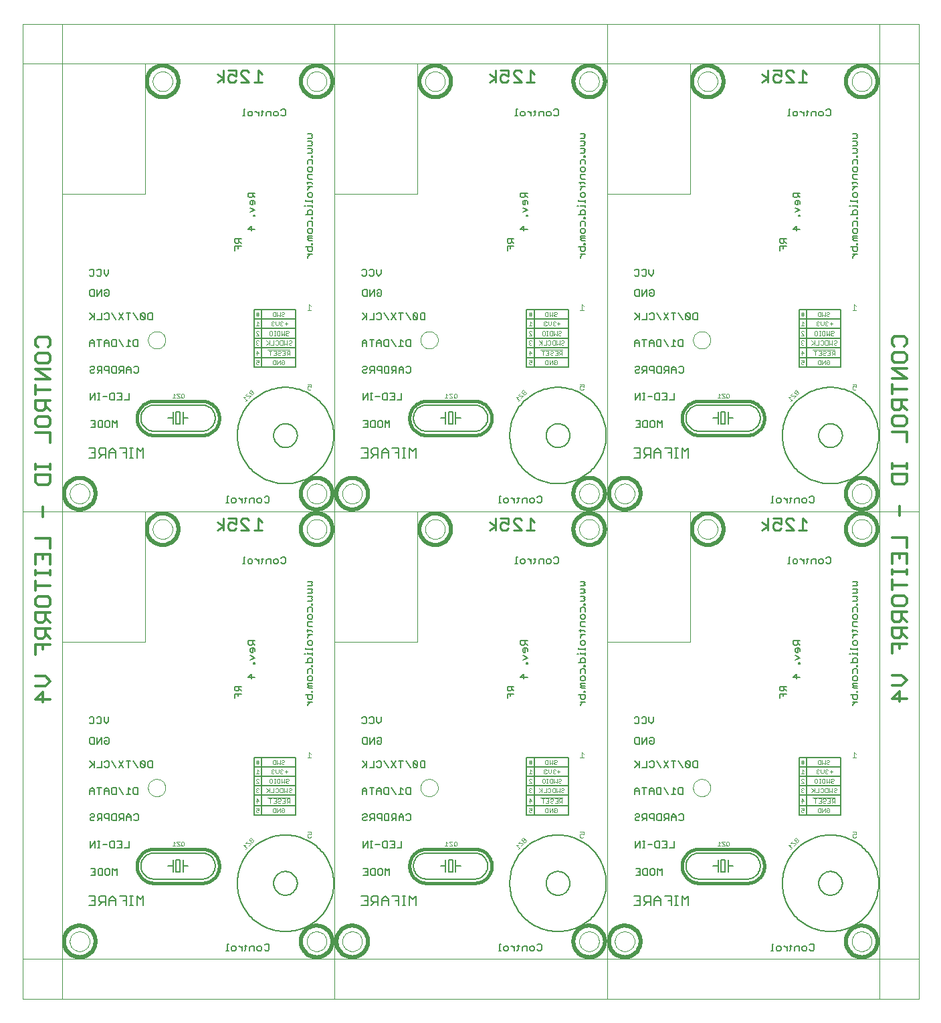
<source format=gbo>
G75*
G70*
%OFA0B0*%
%FSLAX24Y24*%
%IPPOS*%
%LPD*%
%AMOC8*
5,1,8,0,0,1.08239X$1,22.5*
%
%ADD10C,0.0000*%
%ADD11C,0.0030*%
%ADD12C,0.0080*%
%ADD13C,0.0060*%
%ADD14C,0.0197*%
%ADD15C,0.0100*%
%ADD16C,0.0040*%
%ADD17C,0.0120*%
%ADD18C,0.0160*%
D10*
X000100Y000100D02*
X002069Y000100D01*
X002069Y002069D01*
X042817Y002069D01*
X042817Y046714D01*
X002069Y046714D01*
X002069Y002069D01*
X000100Y002069D01*
X000100Y024391D01*
X044785Y024391D01*
X044785Y002069D01*
X042817Y002069D01*
X042817Y000100D01*
X029234Y000100D01*
X029234Y048683D01*
X042817Y048683D01*
X042817Y046714D01*
X044785Y046714D01*
X044785Y024391D01*
X042817Y024391D02*
X029234Y024391D01*
X029234Y040218D01*
X033368Y040218D01*
X033368Y046714D01*
X042817Y046714D01*
X042817Y024391D01*
X042817Y002069D01*
X029234Y002069D01*
X029234Y017895D01*
X033368Y017895D01*
X033368Y024391D01*
X042817Y024391D01*
X041439Y023506D02*
X041441Y023550D01*
X041447Y023594D01*
X041457Y023637D01*
X041470Y023679D01*
X041488Y023719D01*
X041509Y023758D01*
X041533Y023795D01*
X041560Y023830D01*
X041591Y023862D01*
X041624Y023891D01*
X041660Y023917D01*
X041698Y023939D01*
X041738Y023958D01*
X041779Y023974D01*
X041822Y023986D01*
X041865Y023994D01*
X041909Y023998D01*
X041953Y023998D01*
X041997Y023994D01*
X042040Y023986D01*
X042083Y023974D01*
X042124Y023958D01*
X042164Y023939D01*
X042202Y023917D01*
X042238Y023891D01*
X042271Y023862D01*
X042302Y023830D01*
X042329Y023795D01*
X042353Y023758D01*
X042374Y023719D01*
X042392Y023679D01*
X042405Y023637D01*
X042415Y023594D01*
X042421Y023550D01*
X042423Y023506D01*
X042421Y023462D01*
X042415Y023418D01*
X042405Y023375D01*
X042392Y023333D01*
X042374Y023293D01*
X042353Y023254D01*
X042329Y023217D01*
X042302Y023182D01*
X042271Y023150D01*
X042238Y023121D01*
X042202Y023095D01*
X042164Y023073D01*
X042124Y023054D01*
X042083Y023038D01*
X042040Y023026D01*
X041997Y023018D01*
X041953Y023014D01*
X041909Y023014D01*
X041865Y023018D01*
X041822Y023026D01*
X041779Y023038D01*
X041738Y023054D01*
X041698Y023073D01*
X041660Y023095D01*
X041624Y023121D01*
X041591Y023150D01*
X041560Y023182D01*
X041533Y023217D01*
X041509Y023254D01*
X041488Y023293D01*
X041470Y023333D01*
X041457Y023375D01*
X041447Y023418D01*
X041441Y023462D01*
X041439Y023506D01*
X041439Y025277D02*
X041441Y025321D01*
X041447Y025365D01*
X041457Y025408D01*
X041470Y025450D01*
X041488Y025490D01*
X041509Y025529D01*
X041533Y025566D01*
X041560Y025601D01*
X041591Y025633D01*
X041624Y025662D01*
X041660Y025688D01*
X041698Y025710D01*
X041738Y025729D01*
X041779Y025745D01*
X041822Y025757D01*
X041865Y025765D01*
X041909Y025769D01*
X041953Y025769D01*
X041997Y025765D01*
X042040Y025757D01*
X042083Y025745D01*
X042124Y025729D01*
X042164Y025710D01*
X042202Y025688D01*
X042238Y025662D01*
X042271Y025633D01*
X042302Y025601D01*
X042329Y025566D01*
X042353Y025529D01*
X042374Y025490D01*
X042392Y025450D01*
X042405Y025408D01*
X042415Y025365D01*
X042421Y025321D01*
X042423Y025277D01*
X042421Y025233D01*
X042415Y025189D01*
X042405Y025146D01*
X042392Y025104D01*
X042374Y025064D01*
X042353Y025025D01*
X042329Y024988D01*
X042302Y024953D01*
X042271Y024921D01*
X042238Y024892D01*
X042202Y024866D01*
X042164Y024844D01*
X042124Y024825D01*
X042083Y024809D01*
X042040Y024797D01*
X041997Y024789D01*
X041953Y024785D01*
X041909Y024785D01*
X041865Y024789D01*
X041822Y024797D01*
X041779Y024809D01*
X041738Y024825D01*
X041698Y024844D01*
X041660Y024866D01*
X041624Y024892D01*
X041591Y024921D01*
X041560Y024953D01*
X041533Y024988D01*
X041509Y025025D01*
X041488Y025064D01*
X041470Y025104D01*
X041457Y025146D01*
X041447Y025189D01*
X041441Y025233D01*
X041439Y025277D01*
X033762Y023506D02*
X033764Y023550D01*
X033770Y023594D01*
X033780Y023637D01*
X033793Y023679D01*
X033811Y023719D01*
X033832Y023758D01*
X033856Y023795D01*
X033883Y023830D01*
X033914Y023862D01*
X033947Y023891D01*
X033983Y023917D01*
X034021Y023939D01*
X034061Y023958D01*
X034102Y023974D01*
X034145Y023986D01*
X034188Y023994D01*
X034232Y023998D01*
X034276Y023998D01*
X034320Y023994D01*
X034363Y023986D01*
X034406Y023974D01*
X034447Y023958D01*
X034487Y023939D01*
X034525Y023917D01*
X034561Y023891D01*
X034594Y023862D01*
X034625Y023830D01*
X034652Y023795D01*
X034676Y023758D01*
X034697Y023719D01*
X034715Y023679D01*
X034728Y023637D01*
X034738Y023594D01*
X034744Y023550D01*
X034746Y023506D01*
X034744Y023462D01*
X034738Y023418D01*
X034728Y023375D01*
X034715Y023333D01*
X034697Y023293D01*
X034676Y023254D01*
X034652Y023217D01*
X034625Y023182D01*
X034594Y023150D01*
X034561Y023121D01*
X034525Y023095D01*
X034487Y023073D01*
X034447Y023054D01*
X034406Y023038D01*
X034363Y023026D01*
X034320Y023018D01*
X034276Y023014D01*
X034232Y023014D01*
X034188Y023018D01*
X034145Y023026D01*
X034102Y023038D01*
X034061Y023054D01*
X034021Y023073D01*
X033983Y023095D01*
X033947Y023121D01*
X033914Y023150D01*
X033883Y023182D01*
X033856Y023217D01*
X033832Y023254D01*
X033811Y023293D01*
X033793Y023333D01*
X033780Y023375D01*
X033770Y023418D01*
X033764Y023462D01*
X033762Y023506D01*
X029628Y025277D02*
X029630Y025321D01*
X029636Y025365D01*
X029646Y025408D01*
X029659Y025450D01*
X029677Y025490D01*
X029698Y025529D01*
X029722Y025566D01*
X029749Y025601D01*
X029780Y025633D01*
X029813Y025662D01*
X029849Y025688D01*
X029887Y025710D01*
X029927Y025729D01*
X029968Y025745D01*
X030011Y025757D01*
X030054Y025765D01*
X030098Y025769D01*
X030142Y025769D01*
X030186Y025765D01*
X030229Y025757D01*
X030272Y025745D01*
X030313Y025729D01*
X030353Y025710D01*
X030391Y025688D01*
X030427Y025662D01*
X030460Y025633D01*
X030491Y025601D01*
X030518Y025566D01*
X030542Y025529D01*
X030563Y025490D01*
X030581Y025450D01*
X030594Y025408D01*
X030604Y025365D01*
X030610Y025321D01*
X030612Y025277D01*
X030610Y025233D01*
X030604Y025189D01*
X030594Y025146D01*
X030581Y025104D01*
X030563Y025064D01*
X030542Y025025D01*
X030518Y024988D01*
X030491Y024953D01*
X030460Y024921D01*
X030427Y024892D01*
X030391Y024866D01*
X030353Y024844D01*
X030313Y024825D01*
X030272Y024809D01*
X030229Y024797D01*
X030186Y024789D01*
X030142Y024785D01*
X030098Y024785D01*
X030054Y024789D01*
X030011Y024797D01*
X029968Y024809D01*
X029927Y024825D01*
X029887Y024844D01*
X029849Y024866D01*
X029813Y024892D01*
X029780Y024921D01*
X029749Y024953D01*
X029722Y024988D01*
X029698Y025025D01*
X029677Y025064D01*
X029659Y025104D01*
X029646Y025146D01*
X029636Y025189D01*
X029630Y025233D01*
X029628Y025277D01*
X029234Y024391D02*
X015651Y024391D01*
X015651Y040218D01*
X019785Y040218D01*
X019785Y046714D01*
X029234Y046714D01*
X029234Y024391D01*
X029234Y002069D01*
X015651Y002069D01*
X015651Y017895D01*
X019785Y017895D01*
X019785Y024391D01*
X029234Y024391D01*
X027856Y023506D02*
X027858Y023550D01*
X027864Y023594D01*
X027874Y023637D01*
X027887Y023679D01*
X027905Y023719D01*
X027926Y023758D01*
X027950Y023795D01*
X027977Y023830D01*
X028008Y023862D01*
X028041Y023891D01*
X028077Y023917D01*
X028115Y023939D01*
X028155Y023958D01*
X028196Y023974D01*
X028239Y023986D01*
X028282Y023994D01*
X028326Y023998D01*
X028370Y023998D01*
X028414Y023994D01*
X028457Y023986D01*
X028500Y023974D01*
X028541Y023958D01*
X028581Y023939D01*
X028619Y023917D01*
X028655Y023891D01*
X028688Y023862D01*
X028719Y023830D01*
X028746Y023795D01*
X028770Y023758D01*
X028791Y023719D01*
X028809Y023679D01*
X028822Y023637D01*
X028832Y023594D01*
X028838Y023550D01*
X028840Y023506D01*
X028838Y023462D01*
X028832Y023418D01*
X028822Y023375D01*
X028809Y023333D01*
X028791Y023293D01*
X028770Y023254D01*
X028746Y023217D01*
X028719Y023182D01*
X028688Y023150D01*
X028655Y023121D01*
X028619Y023095D01*
X028581Y023073D01*
X028541Y023054D01*
X028500Y023038D01*
X028457Y023026D01*
X028414Y023018D01*
X028370Y023014D01*
X028326Y023014D01*
X028282Y023018D01*
X028239Y023026D01*
X028196Y023038D01*
X028155Y023054D01*
X028115Y023073D01*
X028077Y023095D01*
X028041Y023121D01*
X028008Y023150D01*
X027977Y023182D01*
X027950Y023217D01*
X027926Y023254D01*
X027905Y023293D01*
X027887Y023333D01*
X027874Y023375D01*
X027864Y023418D01*
X027858Y023462D01*
X027856Y023506D01*
X027856Y025277D02*
X027858Y025321D01*
X027864Y025365D01*
X027874Y025408D01*
X027887Y025450D01*
X027905Y025490D01*
X027926Y025529D01*
X027950Y025566D01*
X027977Y025601D01*
X028008Y025633D01*
X028041Y025662D01*
X028077Y025688D01*
X028115Y025710D01*
X028155Y025729D01*
X028196Y025745D01*
X028239Y025757D01*
X028282Y025765D01*
X028326Y025769D01*
X028370Y025769D01*
X028414Y025765D01*
X028457Y025757D01*
X028500Y025745D01*
X028541Y025729D01*
X028581Y025710D01*
X028619Y025688D01*
X028655Y025662D01*
X028688Y025633D01*
X028719Y025601D01*
X028746Y025566D01*
X028770Y025529D01*
X028791Y025490D01*
X028809Y025450D01*
X028822Y025408D01*
X028832Y025365D01*
X028838Y025321D01*
X028840Y025277D01*
X028838Y025233D01*
X028832Y025189D01*
X028822Y025146D01*
X028809Y025104D01*
X028791Y025064D01*
X028770Y025025D01*
X028746Y024988D01*
X028719Y024953D01*
X028688Y024921D01*
X028655Y024892D01*
X028619Y024866D01*
X028581Y024844D01*
X028541Y024825D01*
X028500Y024809D01*
X028457Y024797D01*
X028414Y024789D01*
X028370Y024785D01*
X028326Y024785D01*
X028282Y024789D01*
X028239Y024797D01*
X028196Y024809D01*
X028155Y024825D01*
X028115Y024844D01*
X028077Y024866D01*
X028041Y024892D01*
X028008Y024921D01*
X027977Y024953D01*
X027950Y024988D01*
X027926Y025025D01*
X027905Y025064D01*
X027887Y025104D01*
X027874Y025146D01*
X027864Y025189D01*
X027858Y025233D01*
X027856Y025277D01*
X020179Y023506D02*
X020181Y023550D01*
X020187Y023594D01*
X020197Y023637D01*
X020210Y023679D01*
X020228Y023719D01*
X020249Y023758D01*
X020273Y023795D01*
X020300Y023830D01*
X020331Y023862D01*
X020364Y023891D01*
X020400Y023917D01*
X020438Y023939D01*
X020478Y023958D01*
X020519Y023974D01*
X020562Y023986D01*
X020605Y023994D01*
X020649Y023998D01*
X020693Y023998D01*
X020737Y023994D01*
X020780Y023986D01*
X020823Y023974D01*
X020864Y023958D01*
X020904Y023939D01*
X020942Y023917D01*
X020978Y023891D01*
X021011Y023862D01*
X021042Y023830D01*
X021069Y023795D01*
X021093Y023758D01*
X021114Y023719D01*
X021132Y023679D01*
X021145Y023637D01*
X021155Y023594D01*
X021161Y023550D01*
X021163Y023506D01*
X021161Y023462D01*
X021155Y023418D01*
X021145Y023375D01*
X021132Y023333D01*
X021114Y023293D01*
X021093Y023254D01*
X021069Y023217D01*
X021042Y023182D01*
X021011Y023150D01*
X020978Y023121D01*
X020942Y023095D01*
X020904Y023073D01*
X020864Y023054D01*
X020823Y023038D01*
X020780Y023026D01*
X020737Y023018D01*
X020693Y023014D01*
X020649Y023014D01*
X020605Y023018D01*
X020562Y023026D01*
X020519Y023038D01*
X020478Y023054D01*
X020438Y023073D01*
X020400Y023095D01*
X020364Y023121D01*
X020331Y023150D01*
X020300Y023182D01*
X020273Y023217D01*
X020249Y023254D01*
X020228Y023293D01*
X020210Y023333D01*
X020197Y023375D01*
X020187Y023418D01*
X020181Y023462D01*
X020179Y023506D01*
X016045Y025277D02*
X016047Y025321D01*
X016053Y025365D01*
X016063Y025408D01*
X016076Y025450D01*
X016094Y025490D01*
X016115Y025529D01*
X016139Y025566D01*
X016166Y025601D01*
X016197Y025633D01*
X016230Y025662D01*
X016266Y025688D01*
X016304Y025710D01*
X016344Y025729D01*
X016385Y025745D01*
X016428Y025757D01*
X016471Y025765D01*
X016515Y025769D01*
X016559Y025769D01*
X016603Y025765D01*
X016646Y025757D01*
X016689Y025745D01*
X016730Y025729D01*
X016770Y025710D01*
X016808Y025688D01*
X016844Y025662D01*
X016877Y025633D01*
X016908Y025601D01*
X016935Y025566D01*
X016959Y025529D01*
X016980Y025490D01*
X016998Y025450D01*
X017011Y025408D01*
X017021Y025365D01*
X017027Y025321D01*
X017029Y025277D01*
X017027Y025233D01*
X017021Y025189D01*
X017011Y025146D01*
X016998Y025104D01*
X016980Y025064D01*
X016959Y025025D01*
X016935Y024988D01*
X016908Y024953D01*
X016877Y024921D01*
X016844Y024892D01*
X016808Y024866D01*
X016770Y024844D01*
X016730Y024825D01*
X016689Y024809D01*
X016646Y024797D01*
X016603Y024789D01*
X016559Y024785D01*
X016515Y024785D01*
X016471Y024789D01*
X016428Y024797D01*
X016385Y024809D01*
X016344Y024825D01*
X016304Y024844D01*
X016266Y024866D01*
X016230Y024892D01*
X016197Y024921D01*
X016166Y024953D01*
X016139Y024988D01*
X016115Y025025D01*
X016094Y025064D01*
X016076Y025104D01*
X016063Y025146D01*
X016053Y025189D01*
X016047Y025233D01*
X016045Y025277D01*
X015651Y024391D02*
X002069Y024391D01*
X002069Y040218D01*
X006202Y040218D01*
X006202Y046714D01*
X015651Y046714D01*
X015651Y024391D01*
X015651Y002069D01*
X002069Y002069D01*
X002069Y017895D01*
X006202Y017895D01*
X006202Y024391D01*
X015651Y024391D01*
X014273Y023506D02*
X014275Y023550D01*
X014281Y023594D01*
X014291Y023637D01*
X014304Y023679D01*
X014322Y023719D01*
X014343Y023758D01*
X014367Y023795D01*
X014394Y023830D01*
X014425Y023862D01*
X014458Y023891D01*
X014494Y023917D01*
X014532Y023939D01*
X014572Y023958D01*
X014613Y023974D01*
X014656Y023986D01*
X014699Y023994D01*
X014743Y023998D01*
X014787Y023998D01*
X014831Y023994D01*
X014874Y023986D01*
X014917Y023974D01*
X014958Y023958D01*
X014998Y023939D01*
X015036Y023917D01*
X015072Y023891D01*
X015105Y023862D01*
X015136Y023830D01*
X015163Y023795D01*
X015187Y023758D01*
X015208Y023719D01*
X015226Y023679D01*
X015239Y023637D01*
X015249Y023594D01*
X015255Y023550D01*
X015257Y023506D01*
X015255Y023462D01*
X015249Y023418D01*
X015239Y023375D01*
X015226Y023333D01*
X015208Y023293D01*
X015187Y023254D01*
X015163Y023217D01*
X015136Y023182D01*
X015105Y023150D01*
X015072Y023121D01*
X015036Y023095D01*
X014998Y023073D01*
X014958Y023054D01*
X014917Y023038D01*
X014874Y023026D01*
X014831Y023018D01*
X014787Y023014D01*
X014743Y023014D01*
X014699Y023018D01*
X014656Y023026D01*
X014613Y023038D01*
X014572Y023054D01*
X014532Y023073D01*
X014494Y023095D01*
X014458Y023121D01*
X014425Y023150D01*
X014394Y023182D01*
X014367Y023217D01*
X014343Y023254D01*
X014322Y023293D01*
X014304Y023333D01*
X014291Y023375D01*
X014281Y023418D01*
X014275Y023462D01*
X014273Y023506D01*
X014273Y025277D02*
X014275Y025321D01*
X014281Y025365D01*
X014291Y025408D01*
X014304Y025450D01*
X014322Y025490D01*
X014343Y025529D01*
X014367Y025566D01*
X014394Y025601D01*
X014425Y025633D01*
X014458Y025662D01*
X014494Y025688D01*
X014532Y025710D01*
X014572Y025729D01*
X014613Y025745D01*
X014656Y025757D01*
X014699Y025765D01*
X014743Y025769D01*
X014787Y025769D01*
X014831Y025765D01*
X014874Y025757D01*
X014917Y025745D01*
X014958Y025729D01*
X014998Y025710D01*
X015036Y025688D01*
X015072Y025662D01*
X015105Y025633D01*
X015136Y025601D01*
X015163Y025566D01*
X015187Y025529D01*
X015208Y025490D01*
X015226Y025450D01*
X015239Y025408D01*
X015249Y025365D01*
X015255Y025321D01*
X015257Y025277D01*
X015255Y025233D01*
X015249Y025189D01*
X015239Y025146D01*
X015226Y025104D01*
X015208Y025064D01*
X015187Y025025D01*
X015163Y024988D01*
X015136Y024953D01*
X015105Y024921D01*
X015072Y024892D01*
X015036Y024866D01*
X014998Y024844D01*
X014958Y024825D01*
X014917Y024809D01*
X014874Y024797D01*
X014831Y024789D01*
X014787Y024785D01*
X014743Y024785D01*
X014699Y024789D01*
X014656Y024797D01*
X014613Y024809D01*
X014572Y024825D01*
X014532Y024844D01*
X014494Y024866D01*
X014458Y024892D01*
X014425Y024921D01*
X014394Y024953D01*
X014367Y024988D01*
X014343Y025025D01*
X014322Y025064D01*
X014304Y025104D01*
X014291Y025146D01*
X014281Y025189D01*
X014275Y025233D01*
X014273Y025277D01*
X006596Y023506D02*
X006598Y023550D01*
X006604Y023594D01*
X006614Y023637D01*
X006627Y023679D01*
X006645Y023719D01*
X006666Y023758D01*
X006690Y023795D01*
X006717Y023830D01*
X006748Y023862D01*
X006781Y023891D01*
X006817Y023917D01*
X006855Y023939D01*
X006895Y023958D01*
X006936Y023974D01*
X006979Y023986D01*
X007022Y023994D01*
X007066Y023998D01*
X007110Y023998D01*
X007154Y023994D01*
X007197Y023986D01*
X007240Y023974D01*
X007281Y023958D01*
X007321Y023939D01*
X007359Y023917D01*
X007395Y023891D01*
X007428Y023862D01*
X007459Y023830D01*
X007486Y023795D01*
X007510Y023758D01*
X007531Y023719D01*
X007549Y023679D01*
X007562Y023637D01*
X007572Y023594D01*
X007578Y023550D01*
X007580Y023506D01*
X007578Y023462D01*
X007572Y023418D01*
X007562Y023375D01*
X007549Y023333D01*
X007531Y023293D01*
X007510Y023254D01*
X007486Y023217D01*
X007459Y023182D01*
X007428Y023150D01*
X007395Y023121D01*
X007359Y023095D01*
X007321Y023073D01*
X007281Y023054D01*
X007240Y023038D01*
X007197Y023026D01*
X007154Y023018D01*
X007110Y023014D01*
X007066Y023014D01*
X007022Y023018D01*
X006979Y023026D01*
X006936Y023038D01*
X006895Y023054D01*
X006855Y023073D01*
X006817Y023095D01*
X006781Y023121D01*
X006748Y023150D01*
X006717Y023182D01*
X006690Y023217D01*
X006666Y023254D01*
X006645Y023293D01*
X006627Y023333D01*
X006614Y023375D01*
X006604Y023418D01*
X006598Y023462D01*
X006596Y023506D01*
X002462Y025277D02*
X002464Y025321D01*
X002470Y025365D01*
X002480Y025408D01*
X002493Y025450D01*
X002511Y025490D01*
X002532Y025529D01*
X002556Y025566D01*
X002583Y025601D01*
X002614Y025633D01*
X002647Y025662D01*
X002683Y025688D01*
X002721Y025710D01*
X002761Y025729D01*
X002802Y025745D01*
X002845Y025757D01*
X002888Y025765D01*
X002932Y025769D01*
X002976Y025769D01*
X003020Y025765D01*
X003063Y025757D01*
X003106Y025745D01*
X003147Y025729D01*
X003187Y025710D01*
X003225Y025688D01*
X003261Y025662D01*
X003294Y025633D01*
X003325Y025601D01*
X003352Y025566D01*
X003376Y025529D01*
X003397Y025490D01*
X003415Y025450D01*
X003428Y025408D01*
X003438Y025365D01*
X003444Y025321D01*
X003446Y025277D01*
X003444Y025233D01*
X003438Y025189D01*
X003428Y025146D01*
X003415Y025104D01*
X003397Y025064D01*
X003376Y025025D01*
X003352Y024988D01*
X003325Y024953D01*
X003294Y024921D01*
X003261Y024892D01*
X003225Y024866D01*
X003187Y024844D01*
X003147Y024825D01*
X003106Y024809D01*
X003063Y024797D01*
X003020Y024789D01*
X002976Y024785D01*
X002932Y024785D01*
X002888Y024789D01*
X002845Y024797D01*
X002802Y024809D01*
X002761Y024825D01*
X002721Y024844D01*
X002683Y024866D01*
X002647Y024892D01*
X002614Y024921D01*
X002583Y024953D01*
X002556Y024988D01*
X002532Y025025D01*
X002511Y025064D01*
X002493Y025104D01*
X002480Y025146D01*
X002470Y025189D01*
X002464Y025233D01*
X002462Y025277D01*
X000100Y024391D02*
X000100Y046714D01*
X002069Y046714D01*
X002069Y048683D01*
X015651Y048683D01*
X015651Y000100D01*
X002069Y000100D01*
X000100Y000100D02*
X000100Y002069D01*
X002462Y002954D02*
X002464Y002998D01*
X002470Y003042D01*
X002480Y003085D01*
X002493Y003127D01*
X002511Y003167D01*
X002532Y003206D01*
X002556Y003243D01*
X002583Y003278D01*
X002614Y003310D01*
X002647Y003339D01*
X002683Y003365D01*
X002721Y003387D01*
X002761Y003406D01*
X002802Y003422D01*
X002845Y003434D01*
X002888Y003442D01*
X002932Y003446D01*
X002976Y003446D01*
X003020Y003442D01*
X003063Y003434D01*
X003106Y003422D01*
X003147Y003406D01*
X003187Y003387D01*
X003225Y003365D01*
X003261Y003339D01*
X003294Y003310D01*
X003325Y003278D01*
X003352Y003243D01*
X003376Y003206D01*
X003397Y003167D01*
X003415Y003127D01*
X003428Y003085D01*
X003438Y003042D01*
X003444Y002998D01*
X003446Y002954D01*
X003444Y002910D01*
X003438Y002866D01*
X003428Y002823D01*
X003415Y002781D01*
X003397Y002741D01*
X003376Y002702D01*
X003352Y002665D01*
X003325Y002630D01*
X003294Y002598D01*
X003261Y002569D01*
X003225Y002543D01*
X003187Y002521D01*
X003147Y002502D01*
X003106Y002486D01*
X003063Y002474D01*
X003020Y002466D01*
X002976Y002462D01*
X002932Y002462D01*
X002888Y002466D01*
X002845Y002474D01*
X002802Y002486D01*
X002761Y002502D01*
X002721Y002521D01*
X002683Y002543D01*
X002647Y002569D01*
X002614Y002598D01*
X002583Y002630D01*
X002556Y002665D01*
X002532Y002702D01*
X002511Y002741D01*
X002493Y002781D01*
X002480Y002823D01*
X002470Y002866D01*
X002464Y002910D01*
X002462Y002954D01*
X006360Y010612D02*
X006362Y010653D01*
X006368Y010694D01*
X006378Y010734D01*
X006391Y010773D01*
X006408Y010810D01*
X006429Y010846D01*
X006453Y010880D01*
X006480Y010911D01*
X006509Y010939D01*
X006542Y010965D01*
X006576Y010987D01*
X006613Y011006D01*
X006651Y011021D01*
X006691Y011033D01*
X006731Y011041D01*
X006772Y011045D01*
X006814Y011045D01*
X006855Y011041D01*
X006895Y011033D01*
X006935Y011021D01*
X006973Y011006D01*
X007009Y010987D01*
X007044Y010965D01*
X007077Y010939D01*
X007106Y010911D01*
X007133Y010880D01*
X007157Y010846D01*
X007178Y010810D01*
X007195Y010773D01*
X007208Y010734D01*
X007218Y010694D01*
X007224Y010653D01*
X007226Y010612D01*
X007224Y010571D01*
X007218Y010530D01*
X007208Y010490D01*
X007195Y010451D01*
X007178Y010414D01*
X007157Y010378D01*
X007133Y010344D01*
X007106Y010313D01*
X007077Y010285D01*
X007044Y010259D01*
X007010Y010237D01*
X006973Y010218D01*
X006935Y010203D01*
X006895Y010191D01*
X006855Y010183D01*
X006814Y010179D01*
X006772Y010179D01*
X006731Y010183D01*
X006691Y010191D01*
X006651Y010203D01*
X006613Y010218D01*
X006577Y010237D01*
X006542Y010259D01*
X006509Y010285D01*
X006480Y010313D01*
X006453Y010344D01*
X006429Y010378D01*
X006408Y010414D01*
X006391Y010451D01*
X006378Y010490D01*
X006368Y010530D01*
X006362Y010571D01*
X006360Y010612D01*
X014273Y002954D02*
X014275Y002998D01*
X014281Y003042D01*
X014291Y003085D01*
X014304Y003127D01*
X014322Y003167D01*
X014343Y003206D01*
X014367Y003243D01*
X014394Y003278D01*
X014425Y003310D01*
X014458Y003339D01*
X014494Y003365D01*
X014532Y003387D01*
X014572Y003406D01*
X014613Y003422D01*
X014656Y003434D01*
X014699Y003442D01*
X014743Y003446D01*
X014787Y003446D01*
X014831Y003442D01*
X014874Y003434D01*
X014917Y003422D01*
X014958Y003406D01*
X014998Y003387D01*
X015036Y003365D01*
X015072Y003339D01*
X015105Y003310D01*
X015136Y003278D01*
X015163Y003243D01*
X015187Y003206D01*
X015208Y003167D01*
X015226Y003127D01*
X015239Y003085D01*
X015249Y003042D01*
X015255Y002998D01*
X015257Y002954D01*
X015255Y002910D01*
X015249Y002866D01*
X015239Y002823D01*
X015226Y002781D01*
X015208Y002741D01*
X015187Y002702D01*
X015163Y002665D01*
X015136Y002630D01*
X015105Y002598D01*
X015072Y002569D01*
X015036Y002543D01*
X014998Y002521D01*
X014958Y002502D01*
X014917Y002486D01*
X014874Y002474D01*
X014831Y002466D01*
X014787Y002462D01*
X014743Y002462D01*
X014699Y002466D01*
X014656Y002474D01*
X014613Y002486D01*
X014572Y002502D01*
X014532Y002521D01*
X014494Y002543D01*
X014458Y002569D01*
X014425Y002598D01*
X014394Y002630D01*
X014367Y002665D01*
X014343Y002702D01*
X014322Y002741D01*
X014304Y002781D01*
X014291Y002823D01*
X014281Y002866D01*
X014275Y002910D01*
X014273Y002954D01*
X016045Y002954D02*
X016047Y002998D01*
X016053Y003042D01*
X016063Y003085D01*
X016076Y003127D01*
X016094Y003167D01*
X016115Y003206D01*
X016139Y003243D01*
X016166Y003278D01*
X016197Y003310D01*
X016230Y003339D01*
X016266Y003365D01*
X016304Y003387D01*
X016344Y003406D01*
X016385Y003422D01*
X016428Y003434D01*
X016471Y003442D01*
X016515Y003446D01*
X016559Y003446D01*
X016603Y003442D01*
X016646Y003434D01*
X016689Y003422D01*
X016730Y003406D01*
X016770Y003387D01*
X016808Y003365D01*
X016844Y003339D01*
X016877Y003310D01*
X016908Y003278D01*
X016935Y003243D01*
X016959Y003206D01*
X016980Y003167D01*
X016998Y003127D01*
X017011Y003085D01*
X017021Y003042D01*
X017027Y002998D01*
X017029Y002954D01*
X017027Y002910D01*
X017021Y002866D01*
X017011Y002823D01*
X016998Y002781D01*
X016980Y002741D01*
X016959Y002702D01*
X016935Y002665D01*
X016908Y002630D01*
X016877Y002598D01*
X016844Y002569D01*
X016808Y002543D01*
X016770Y002521D01*
X016730Y002502D01*
X016689Y002486D01*
X016646Y002474D01*
X016603Y002466D01*
X016559Y002462D01*
X016515Y002462D01*
X016471Y002466D01*
X016428Y002474D01*
X016385Y002486D01*
X016344Y002502D01*
X016304Y002521D01*
X016266Y002543D01*
X016230Y002569D01*
X016197Y002598D01*
X016166Y002630D01*
X016139Y002665D01*
X016115Y002702D01*
X016094Y002741D01*
X016076Y002781D01*
X016063Y002823D01*
X016053Y002866D01*
X016047Y002910D01*
X016045Y002954D01*
X015651Y000100D02*
X029234Y000100D01*
X029628Y002954D02*
X029630Y002998D01*
X029636Y003042D01*
X029646Y003085D01*
X029659Y003127D01*
X029677Y003167D01*
X029698Y003206D01*
X029722Y003243D01*
X029749Y003278D01*
X029780Y003310D01*
X029813Y003339D01*
X029849Y003365D01*
X029887Y003387D01*
X029927Y003406D01*
X029968Y003422D01*
X030011Y003434D01*
X030054Y003442D01*
X030098Y003446D01*
X030142Y003446D01*
X030186Y003442D01*
X030229Y003434D01*
X030272Y003422D01*
X030313Y003406D01*
X030353Y003387D01*
X030391Y003365D01*
X030427Y003339D01*
X030460Y003310D01*
X030491Y003278D01*
X030518Y003243D01*
X030542Y003206D01*
X030563Y003167D01*
X030581Y003127D01*
X030594Y003085D01*
X030604Y003042D01*
X030610Y002998D01*
X030612Y002954D01*
X030610Y002910D01*
X030604Y002866D01*
X030594Y002823D01*
X030581Y002781D01*
X030563Y002741D01*
X030542Y002702D01*
X030518Y002665D01*
X030491Y002630D01*
X030460Y002598D01*
X030427Y002569D01*
X030391Y002543D01*
X030353Y002521D01*
X030313Y002502D01*
X030272Y002486D01*
X030229Y002474D01*
X030186Y002466D01*
X030142Y002462D01*
X030098Y002462D01*
X030054Y002466D01*
X030011Y002474D01*
X029968Y002486D01*
X029927Y002502D01*
X029887Y002521D01*
X029849Y002543D01*
X029813Y002569D01*
X029780Y002598D01*
X029749Y002630D01*
X029722Y002665D01*
X029698Y002702D01*
X029677Y002741D01*
X029659Y002781D01*
X029646Y002823D01*
X029636Y002866D01*
X029630Y002910D01*
X029628Y002954D01*
X027856Y002954D02*
X027858Y002998D01*
X027864Y003042D01*
X027874Y003085D01*
X027887Y003127D01*
X027905Y003167D01*
X027926Y003206D01*
X027950Y003243D01*
X027977Y003278D01*
X028008Y003310D01*
X028041Y003339D01*
X028077Y003365D01*
X028115Y003387D01*
X028155Y003406D01*
X028196Y003422D01*
X028239Y003434D01*
X028282Y003442D01*
X028326Y003446D01*
X028370Y003446D01*
X028414Y003442D01*
X028457Y003434D01*
X028500Y003422D01*
X028541Y003406D01*
X028581Y003387D01*
X028619Y003365D01*
X028655Y003339D01*
X028688Y003310D01*
X028719Y003278D01*
X028746Y003243D01*
X028770Y003206D01*
X028791Y003167D01*
X028809Y003127D01*
X028822Y003085D01*
X028832Y003042D01*
X028838Y002998D01*
X028840Y002954D01*
X028838Y002910D01*
X028832Y002866D01*
X028822Y002823D01*
X028809Y002781D01*
X028791Y002741D01*
X028770Y002702D01*
X028746Y002665D01*
X028719Y002630D01*
X028688Y002598D01*
X028655Y002569D01*
X028619Y002543D01*
X028581Y002521D01*
X028541Y002502D01*
X028500Y002486D01*
X028457Y002474D01*
X028414Y002466D01*
X028370Y002462D01*
X028326Y002462D01*
X028282Y002466D01*
X028239Y002474D01*
X028196Y002486D01*
X028155Y002502D01*
X028115Y002521D01*
X028077Y002543D01*
X028041Y002569D01*
X028008Y002598D01*
X027977Y002630D01*
X027950Y002665D01*
X027926Y002702D01*
X027905Y002741D01*
X027887Y002781D01*
X027874Y002823D01*
X027864Y002866D01*
X027858Y002910D01*
X027856Y002954D01*
X033525Y010612D02*
X033527Y010653D01*
X033533Y010694D01*
X033543Y010734D01*
X033556Y010773D01*
X033573Y010810D01*
X033594Y010846D01*
X033618Y010880D01*
X033645Y010911D01*
X033674Y010939D01*
X033707Y010965D01*
X033741Y010987D01*
X033778Y011006D01*
X033816Y011021D01*
X033856Y011033D01*
X033896Y011041D01*
X033937Y011045D01*
X033979Y011045D01*
X034020Y011041D01*
X034060Y011033D01*
X034100Y011021D01*
X034138Y011006D01*
X034174Y010987D01*
X034209Y010965D01*
X034242Y010939D01*
X034271Y010911D01*
X034298Y010880D01*
X034322Y010846D01*
X034343Y010810D01*
X034360Y010773D01*
X034373Y010734D01*
X034383Y010694D01*
X034389Y010653D01*
X034391Y010612D01*
X034389Y010571D01*
X034383Y010530D01*
X034373Y010490D01*
X034360Y010451D01*
X034343Y010414D01*
X034322Y010378D01*
X034298Y010344D01*
X034271Y010313D01*
X034242Y010285D01*
X034209Y010259D01*
X034175Y010237D01*
X034138Y010218D01*
X034100Y010203D01*
X034060Y010191D01*
X034020Y010183D01*
X033979Y010179D01*
X033937Y010179D01*
X033896Y010183D01*
X033856Y010191D01*
X033816Y010203D01*
X033778Y010218D01*
X033742Y010237D01*
X033707Y010259D01*
X033674Y010285D01*
X033645Y010313D01*
X033618Y010344D01*
X033594Y010378D01*
X033573Y010414D01*
X033556Y010451D01*
X033543Y010490D01*
X033533Y010530D01*
X033527Y010571D01*
X033525Y010612D01*
X041439Y002954D02*
X041441Y002998D01*
X041447Y003042D01*
X041457Y003085D01*
X041470Y003127D01*
X041488Y003167D01*
X041509Y003206D01*
X041533Y003243D01*
X041560Y003278D01*
X041591Y003310D01*
X041624Y003339D01*
X041660Y003365D01*
X041698Y003387D01*
X041738Y003406D01*
X041779Y003422D01*
X041822Y003434D01*
X041865Y003442D01*
X041909Y003446D01*
X041953Y003446D01*
X041997Y003442D01*
X042040Y003434D01*
X042083Y003422D01*
X042124Y003406D01*
X042164Y003387D01*
X042202Y003365D01*
X042238Y003339D01*
X042271Y003310D01*
X042302Y003278D01*
X042329Y003243D01*
X042353Y003206D01*
X042374Y003167D01*
X042392Y003127D01*
X042405Y003085D01*
X042415Y003042D01*
X042421Y002998D01*
X042423Y002954D01*
X042421Y002910D01*
X042415Y002866D01*
X042405Y002823D01*
X042392Y002781D01*
X042374Y002741D01*
X042353Y002702D01*
X042329Y002665D01*
X042302Y002630D01*
X042271Y002598D01*
X042238Y002569D01*
X042202Y002543D01*
X042164Y002521D01*
X042124Y002502D01*
X042083Y002486D01*
X042040Y002474D01*
X041997Y002466D01*
X041953Y002462D01*
X041909Y002462D01*
X041865Y002466D01*
X041822Y002474D01*
X041779Y002486D01*
X041738Y002502D01*
X041698Y002521D01*
X041660Y002543D01*
X041624Y002569D01*
X041591Y002598D01*
X041560Y002630D01*
X041533Y002665D01*
X041509Y002702D01*
X041488Y002741D01*
X041470Y002781D01*
X041457Y002823D01*
X041447Y002866D01*
X041441Y002910D01*
X041439Y002954D01*
X042817Y000100D02*
X044785Y000100D01*
X044785Y002069D01*
X019943Y010612D02*
X019945Y010653D01*
X019951Y010694D01*
X019961Y010734D01*
X019974Y010773D01*
X019991Y010810D01*
X020012Y010846D01*
X020036Y010880D01*
X020063Y010911D01*
X020092Y010939D01*
X020125Y010965D01*
X020159Y010987D01*
X020196Y011006D01*
X020234Y011021D01*
X020274Y011033D01*
X020314Y011041D01*
X020355Y011045D01*
X020397Y011045D01*
X020438Y011041D01*
X020478Y011033D01*
X020518Y011021D01*
X020556Y011006D01*
X020592Y010987D01*
X020627Y010965D01*
X020660Y010939D01*
X020689Y010911D01*
X020716Y010880D01*
X020740Y010846D01*
X020761Y010810D01*
X020778Y010773D01*
X020791Y010734D01*
X020801Y010694D01*
X020807Y010653D01*
X020809Y010612D01*
X020807Y010571D01*
X020801Y010530D01*
X020791Y010490D01*
X020778Y010451D01*
X020761Y010414D01*
X020740Y010378D01*
X020716Y010344D01*
X020689Y010313D01*
X020660Y010285D01*
X020627Y010259D01*
X020593Y010237D01*
X020556Y010218D01*
X020518Y010203D01*
X020478Y010191D01*
X020438Y010183D01*
X020397Y010179D01*
X020355Y010179D01*
X020314Y010183D01*
X020274Y010191D01*
X020234Y010203D01*
X020196Y010218D01*
X020160Y010237D01*
X020125Y010259D01*
X020092Y010285D01*
X020063Y010313D01*
X020036Y010344D01*
X020012Y010378D01*
X019991Y010414D01*
X019974Y010451D01*
X019961Y010490D01*
X019951Y010530D01*
X019945Y010571D01*
X019943Y010612D01*
X019943Y032935D02*
X019945Y032976D01*
X019951Y033017D01*
X019961Y033057D01*
X019974Y033096D01*
X019991Y033133D01*
X020012Y033169D01*
X020036Y033203D01*
X020063Y033234D01*
X020092Y033262D01*
X020125Y033288D01*
X020159Y033310D01*
X020196Y033329D01*
X020234Y033344D01*
X020274Y033356D01*
X020314Y033364D01*
X020355Y033368D01*
X020397Y033368D01*
X020438Y033364D01*
X020478Y033356D01*
X020518Y033344D01*
X020556Y033329D01*
X020592Y033310D01*
X020627Y033288D01*
X020660Y033262D01*
X020689Y033234D01*
X020716Y033203D01*
X020740Y033169D01*
X020761Y033133D01*
X020778Y033096D01*
X020791Y033057D01*
X020801Y033017D01*
X020807Y032976D01*
X020809Y032935D01*
X020807Y032894D01*
X020801Y032853D01*
X020791Y032813D01*
X020778Y032774D01*
X020761Y032737D01*
X020740Y032701D01*
X020716Y032667D01*
X020689Y032636D01*
X020660Y032608D01*
X020627Y032582D01*
X020593Y032560D01*
X020556Y032541D01*
X020518Y032526D01*
X020478Y032514D01*
X020438Y032506D01*
X020397Y032502D01*
X020355Y032502D01*
X020314Y032506D01*
X020274Y032514D01*
X020234Y032526D01*
X020196Y032541D01*
X020160Y032560D01*
X020125Y032582D01*
X020092Y032608D01*
X020063Y032636D01*
X020036Y032667D01*
X020012Y032701D01*
X019991Y032737D01*
X019974Y032774D01*
X019961Y032813D01*
X019951Y032853D01*
X019945Y032894D01*
X019943Y032935D01*
X020179Y045828D02*
X020181Y045872D01*
X020187Y045916D01*
X020197Y045959D01*
X020210Y046001D01*
X020228Y046041D01*
X020249Y046080D01*
X020273Y046117D01*
X020300Y046152D01*
X020331Y046184D01*
X020364Y046213D01*
X020400Y046239D01*
X020438Y046261D01*
X020478Y046280D01*
X020519Y046296D01*
X020562Y046308D01*
X020605Y046316D01*
X020649Y046320D01*
X020693Y046320D01*
X020737Y046316D01*
X020780Y046308D01*
X020823Y046296D01*
X020864Y046280D01*
X020904Y046261D01*
X020942Y046239D01*
X020978Y046213D01*
X021011Y046184D01*
X021042Y046152D01*
X021069Y046117D01*
X021093Y046080D01*
X021114Y046041D01*
X021132Y046001D01*
X021145Y045959D01*
X021155Y045916D01*
X021161Y045872D01*
X021163Y045828D01*
X021161Y045784D01*
X021155Y045740D01*
X021145Y045697D01*
X021132Y045655D01*
X021114Y045615D01*
X021093Y045576D01*
X021069Y045539D01*
X021042Y045504D01*
X021011Y045472D01*
X020978Y045443D01*
X020942Y045417D01*
X020904Y045395D01*
X020864Y045376D01*
X020823Y045360D01*
X020780Y045348D01*
X020737Y045340D01*
X020693Y045336D01*
X020649Y045336D01*
X020605Y045340D01*
X020562Y045348D01*
X020519Y045360D01*
X020478Y045376D01*
X020438Y045395D01*
X020400Y045417D01*
X020364Y045443D01*
X020331Y045472D01*
X020300Y045504D01*
X020273Y045539D01*
X020249Y045576D01*
X020228Y045615D01*
X020210Y045655D01*
X020197Y045697D01*
X020187Y045740D01*
X020181Y045784D01*
X020179Y045828D01*
X015651Y048683D02*
X029234Y048683D01*
X027856Y045828D02*
X027858Y045872D01*
X027864Y045916D01*
X027874Y045959D01*
X027887Y046001D01*
X027905Y046041D01*
X027926Y046080D01*
X027950Y046117D01*
X027977Y046152D01*
X028008Y046184D01*
X028041Y046213D01*
X028077Y046239D01*
X028115Y046261D01*
X028155Y046280D01*
X028196Y046296D01*
X028239Y046308D01*
X028282Y046316D01*
X028326Y046320D01*
X028370Y046320D01*
X028414Y046316D01*
X028457Y046308D01*
X028500Y046296D01*
X028541Y046280D01*
X028581Y046261D01*
X028619Y046239D01*
X028655Y046213D01*
X028688Y046184D01*
X028719Y046152D01*
X028746Y046117D01*
X028770Y046080D01*
X028791Y046041D01*
X028809Y046001D01*
X028822Y045959D01*
X028832Y045916D01*
X028838Y045872D01*
X028840Y045828D01*
X028838Y045784D01*
X028832Y045740D01*
X028822Y045697D01*
X028809Y045655D01*
X028791Y045615D01*
X028770Y045576D01*
X028746Y045539D01*
X028719Y045504D01*
X028688Y045472D01*
X028655Y045443D01*
X028619Y045417D01*
X028581Y045395D01*
X028541Y045376D01*
X028500Y045360D01*
X028457Y045348D01*
X028414Y045340D01*
X028370Y045336D01*
X028326Y045336D01*
X028282Y045340D01*
X028239Y045348D01*
X028196Y045360D01*
X028155Y045376D01*
X028115Y045395D01*
X028077Y045417D01*
X028041Y045443D01*
X028008Y045472D01*
X027977Y045504D01*
X027950Y045539D01*
X027926Y045576D01*
X027905Y045615D01*
X027887Y045655D01*
X027874Y045697D01*
X027864Y045740D01*
X027858Y045784D01*
X027856Y045828D01*
X033762Y045828D02*
X033764Y045872D01*
X033770Y045916D01*
X033780Y045959D01*
X033793Y046001D01*
X033811Y046041D01*
X033832Y046080D01*
X033856Y046117D01*
X033883Y046152D01*
X033914Y046184D01*
X033947Y046213D01*
X033983Y046239D01*
X034021Y046261D01*
X034061Y046280D01*
X034102Y046296D01*
X034145Y046308D01*
X034188Y046316D01*
X034232Y046320D01*
X034276Y046320D01*
X034320Y046316D01*
X034363Y046308D01*
X034406Y046296D01*
X034447Y046280D01*
X034487Y046261D01*
X034525Y046239D01*
X034561Y046213D01*
X034594Y046184D01*
X034625Y046152D01*
X034652Y046117D01*
X034676Y046080D01*
X034697Y046041D01*
X034715Y046001D01*
X034728Y045959D01*
X034738Y045916D01*
X034744Y045872D01*
X034746Y045828D01*
X034744Y045784D01*
X034738Y045740D01*
X034728Y045697D01*
X034715Y045655D01*
X034697Y045615D01*
X034676Y045576D01*
X034652Y045539D01*
X034625Y045504D01*
X034594Y045472D01*
X034561Y045443D01*
X034525Y045417D01*
X034487Y045395D01*
X034447Y045376D01*
X034406Y045360D01*
X034363Y045348D01*
X034320Y045340D01*
X034276Y045336D01*
X034232Y045336D01*
X034188Y045340D01*
X034145Y045348D01*
X034102Y045360D01*
X034061Y045376D01*
X034021Y045395D01*
X033983Y045417D01*
X033947Y045443D01*
X033914Y045472D01*
X033883Y045504D01*
X033856Y045539D01*
X033832Y045576D01*
X033811Y045615D01*
X033793Y045655D01*
X033780Y045697D01*
X033770Y045740D01*
X033764Y045784D01*
X033762Y045828D01*
X041439Y045828D02*
X041441Y045872D01*
X041447Y045916D01*
X041457Y045959D01*
X041470Y046001D01*
X041488Y046041D01*
X041509Y046080D01*
X041533Y046117D01*
X041560Y046152D01*
X041591Y046184D01*
X041624Y046213D01*
X041660Y046239D01*
X041698Y046261D01*
X041738Y046280D01*
X041779Y046296D01*
X041822Y046308D01*
X041865Y046316D01*
X041909Y046320D01*
X041953Y046320D01*
X041997Y046316D01*
X042040Y046308D01*
X042083Y046296D01*
X042124Y046280D01*
X042164Y046261D01*
X042202Y046239D01*
X042238Y046213D01*
X042271Y046184D01*
X042302Y046152D01*
X042329Y046117D01*
X042353Y046080D01*
X042374Y046041D01*
X042392Y046001D01*
X042405Y045959D01*
X042415Y045916D01*
X042421Y045872D01*
X042423Y045828D01*
X042421Y045784D01*
X042415Y045740D01*
X042405Y045697D01*
X042392Y045655D01*
X042374Y045615D01*
X042353Y045576D01*
X042329Y045539D01*
X042302Y045504D01*
X042271Y045472D01*
X042238Y045443D01*
X042202Y045417D01*
X042164Y045395D01*
X042124Y045376D01*
X042083Y045360D01*
X042040Y045348D01*
X041997Y045340D01*
X041953Y045336D01*
X041909Y045336D01*
X041865Y045340D01*
X041822Y045348D01*
X041779Y045360D01*
X041738Y045376D01*
X041698Y045395D01*
X041660Y045417D01*
X041624Y045443D01*
X041591Y045472D01*
X041560Y045504D01*
X041533Y045539D01*
X041509Y045576D01*
X041488Y045615D01*
X041470Y045655D01*
X041457Y045697D01*
X041447Y045740D01*
X041441Y045784D01*
X041439Y045828D01*
X042817Y048683D02*
X044785Y048683D01*
X044785Y046714D01*
X033525Y032935D02*
X033527Y032976D01*
X033533Y033017D01*
X033543Y033057D01*
X033556Y033096D01*
X033573Y033133D01*
X033594Y033169D01*
X033618Y033203D01*
X033645Y033234D01*
X033674Y033262D01*
X033707Y033288D01*
X033741Y033310D01*
X033778Y033329D01*
X033816Y033344D01*
X033856Y033356D01*
X033896Y033364D01*
X033937Y033368D01*
X033979Y033368D01*
X034020Y033364D01*
X034060Y033356D01*
X034100Y033344D01*
X034138Y033329D01*
X034174Y033310D01*
X034209Y033288D01*
X034242Y033262D01*
X034271Y033234D01*
X034298Y033203D01*
X034322Y033169D01*
X034343Y033133D01*
X034360Y033096D01*
X034373Y033057D01*
X034383Y033017D01*
X034389Y032976D01*
X034391Y032935D01*
X034389Y032894D01*
X034383Y032853D01*
X034373Y032813D01*
X034360Y032774D01*
X034343Y032737D01*
X034322Y032701D01*
X034298Y032667D01*
X034271Y032636D01*
X034242Y032608D01*
X034209Y032582D01*
X034175Y032560D01*
X034138Y032541D01*
X034100Y032526D01*
X034060Y032514D01*
X034020Y032506D01*
X033979Y032502D01*
X033937Y032502D01*
X033896Y032506D01*
X033856Y032514D01*
X033816Y032526D01*
X033778Y032541D01*
X033742Y032560D01*
X033707Y032582D01*
X033674Y032608D01*
X033645Y032636D01*
X033618Y032667D01*
X033594Y032701D01*
X033573Y032737D01*
X033556Y032774D01*
X033543Y032813D01*
X033533Y032853D01*
X033527Y032894D01*
X033525Y032935D01*
X014273Y045828D02*
X014275Y045872D01*
X014281Y045916D01*
X014291Y045959D01*
X014304Y046001D01*
X014322Y046041D01*
X014343Y046080D01*
X014367Y046117D01*
X014394Y046152D01*
X014425Y046184D01*
X014458Y046213D01*
X014494Y046239D01*
X014532Y046261D01*
X014572Y046280D01*
X014613Y046296D01*
X014656Y046308D01*
X014699Y046316D01*
X014743Y046320D01*
X014787Y046320D01*
X014831Y046316D01*
X014874Y046308D01*
X014917Y046296D01*
X014958Y046280D01*
X014998Y046261D01*
X015036Y046239D01*
X015072Y046213D01*
X015105Y046184D01*
X015136Y046152D01*
X015163Y046117D01*
X015187Y046080D01*
X015208Y046041D01*
X015226Y046001D01*
X015239Y045959D01*
X015249Y045916D01*
X015255Y045872D01*
X015257Y045828D01*
X015255Y045784D01*
X015249Y045740D01*
X015239Y045697D01*
X015226Y045655D01*
X015208Y045615D01*
X015187Y045576D01*
X015163Y045539D01*
X015136Y045504D01*
X015105Y045472D01*
X015072Y045443D01*
X015036Y045417D01*
X014998Y045395D01*
X014958Y045376D01*
X014917Y045360D01*
X014874Y045348D01*
X014831Y045340D01*
X014787Y045336D01*
X014743Y045336D01*
X014699Y045340D01*
X014656Y045348D01*
X014613Y045360D01*
X014572Y045376D01*
X014532Y045395D01*
X014494Y045417D01*
X014458Y045443D01*
X014425Y045472D01*
X014394Y045504D01*
X014367Y045539D01*
X014343Y045576D01*
X014322Y045615D01*
X014304Y045655D01*
X014291Y045697D01*
X014281Y045740D01*
X014275Y045784D01*
X014273Y045828D01*
X006596Y045828D02*
X006598Y045872D01*
X006604Y045916D01*
X006614Y045959D01*
X006627Y046001D01*
X006645Y046041D01*
X006666Y046080D01*
X006690Y046117D01*
X006717Y046152D01*
X006748Y046184D01*
X006781Y046213D01*
X006817Y046239D01*
X006855Y046261D01*
X006895Y046280D01*
X006936Y046296D01*
X006979Y046308D01*
X007022Y046316D01*
X007066Y046320D01*
X007110Y046320D01*
X007154Y046316D01*
X007197Y046308D01*
X007240Y046296D01*
X007281Y046280D01*
X007321Y046261D01*
X007359Y046239D01*
X007395Y046213D01*
X007428Y046184D01*
X007459Y046152D01*
X007486Y046117D01*
X007510Y046080D01*
X007531Y046041D01*
X007549Y046001D01*
X007562Y045959D01*
X007572Y045916D01*
X007578Y045872D01*
X007580Y045828D01*
X007578Y045784D01*
X007572Y045740D01*
X007562Y045697D01*
X007549Y045655D01*
X007531Y045615D01*
X007510Y045576D01*
X007486Y045539D01*
X007459Y045504D01*
X007428Y045472D01*
X007395Y045443D01*
X007359Y045417D01*
X007321Y045395D01*
X007281Y045376D01*
X007240Y045360D01*
X007197Y045348D01*
X007154Y045340D01*
X007110Y045336D01*
X007066Y045336D01*
X007022Y045340D01*
X006979Y045348D01*
X006936Y045360D01*
X006895Y045376D01*
X006855Y045395D01*
X006817Y045417D01*
X006781Y045443D01*
X006748Y045472D01*
X006717Y045504D01*
X006690Y045539D01*
X006666Y045576D01*
X006645Y045615D01*
X006627Y045655D01*
X006614Y045697D01*
X006604Y045740D01*
X006598Y045784D01*
X006596Y045828D01*
X002069Y048683D02*
X000100Y048683D01*
X000100Y046714D01*
X006360Y032935D02*
X006362Y032976D01*
X006368Y033017D01*
X006378Y033057D01*
X006391Y033096D01*
X006408Y033133D01*
X006429Y033169D01*
X006453Y033203D01*
X006480Y033234D01*
X006509Y033262D01*
X006542Y033288D01*
X006576Y033310D01*
X006613Y033329D01*
X006651Y033344D01*
X006691Y033356D01*
X006731Y033364D01*
X006772Y033368D01*
X006814Y033368D01*
X006855Y033364D01*
X006895Y033356D01*
X006935Y033344D01*
X006973Y033329D01*
X007009Y033310D01*
X007044Y033288D01*
X007077Y033262D01*
X007106Y033234D01*
X007133Y033203D01*
X007157Y033169D01*
X007178Y033133D01*
X007195Y033096D01*
X007208Y033057D01*
X007218Y033017D01*
X007224Y032976D01*
X007226Y032935D01*
X007224Y032894D01*
X007218Y032853D01*
X007208Y032813D01*
X007195Y032774D01*
X007178Y032737D01*
X007157Y032701D01*
X007133Y032667D01*
X007106Y032636D01*
X007077Y032608D01*
X007044Y032582D01*
X007010Y032560D01*
X006973Y032541D01*
X006935Y032526D01*
X006895Y032514D01*
X006855Y032506D01*
X006814Y032502D01*
X006772Y032502D01*
X006731Y032506D01*
X006691Y032514D01*
X006651Y032526D01*
X006613Y032541D01*
X006577Y032560D01*
X006542Y032582D01*
X006509Y032608D01*
X006480Y032636D01*
X006453Y032667D01*
X006429Y032701D01*
X006408Y032737D01*
X006391Y032774D01*
X006378Y032813D01*
X006368Y032853D01*
X006362Y032894D01*
X006360Y032935D01*
D11*
X007645Y030256D02*
X007645Y030045D01*
X007715Y030045D02*
X007575Y030045D01*
X007715Y030186D02*
X007645Y030256D01*
X007796Y030256D02*
X007796Y030221D01*
X007936Y030080D01*
X007936Y030045D01*
X007796Y030045D01*
X007796Y030256D02*
X007936Y030256D01*
X008017Y030221D02*
X008052Y030256D01*
X008122Y030256D01*
X008157Y030221D01*
X008157Y030080D01*
X008122Y030045D01*
X008052Y030045D01*
X008017Y030080D01*
X008017Y030221D01*
X008087Y030116D02*
X008017Y030045D01*
X011119Y030079D02*
X011267Y029931D01*
X011317Y029980D02*
X011218Y029881D01*
X011218Y030079D02*
X011119Y030079D01*
X011225Y030186D02*
X011250Y030161D01*
X011448Y030161D01*
X011473Y030137D01*
X011374Y030038D01*
X011225Y030186D02*
X011325Y030285D01*
X011406Y030318D02*
X011431Y030293D01*
X011481Y030293D01*
X011555Y030367D01*
X011481Y030293D02*
X011481Y030243D01*
X011506Y030219D01*
X011555Y030219D01*
X011629Y030293D01*
X011481Y030442D01*
X011406Y030367D01*
X011406Y030318D01*
X011791Y031709D02*
X011861Y031709D01*
X011896Y031745D01*
X011896Y031815D02*
X011826Y031850D01*
X011791Y031850D01*
X011756Y031815D01*
X011756Y031745D01*
X011791Y031709D01*
X011896Y031815D02*
X011896Y031920D01*
X011756Y031920D01*
X011791Y032182D02*
X011791Y032392D01*
X011896Y032287D01*
X011756Y032287D01*
X011791Y032694D02*
X011861Y032694D01*
X011896Y032729D01*
X011826Y032799D02*
X011791Y032799D01*
X011756Y032764D01*
X011756Y032729D01*
X011791Y032694D01*
X011791Y032799D02*
X011756Y032834D01*
X011756Y032869D01*
X011791Y032904D01*
X011861Y032904D01*
X011896Y032869D01*
X011896Y033166D02*
X011756Y033306D01*
X011756Y033341D01*
X011791Y033376D01*
X011861Y033376D01*
X011896Y033341D01*
X011896Y033166D02*
X011756Y033166D01*
X011756Y033639D02*
X011896Y033639D01*
X011826Y033639D02*
X011826Y033849D01*
X011896Y033779D01*
X011861Y034111D02*
X011861Y034321D01*
X011791Y034321D02*
X011791Y034111D01*
X011756Y034181D02*
X011896Y034181D01*
X011896Y034251D02*
X011791Y034251D01*
X011756Y034251D01*
X012574Y034286D02*
X012574Y034146D01*
X012609Y034111D01*
X012714Y034111D01*
X012714Y034321D01*
X012609Y034321D01*
X012574Y034286D01*
X012795Y034321D02*
X012795Y034111D01*
X012865Y034181D01*
X012935Y034111D01*
X012935Y034321D01*
X013016Y034286D02*
X013051Y034321D01*
X013121Y034321D01*
X013156Y034286D01*
X013156Y034251D01*
X013121Y034216D01*
X013051Y034216D01*
X013016Y034181D01*
X013016Y034146D01*
X013051Y034111D01*
X013121Y034111D01*
X013156Y034146D01*
X013057Y033849D02*
X013092Y033814D01*
X013057Y033849D02*
X012987Y033849D01*
X012952Y033814D01*
X012952Y033779D01*
X012987Y033744D01*
X012952Y033709D01*
X012952Y033674D01*
X012987Y033639D01*
X013057Y033639D01*
X013092Y033674D01*
X013022Y033744D02*
X012987Y033744D01*
X012871Y033709D02*
X012801Y033639D01*
X012731Y033709D01*
X012731Y033849D01*
X012650Y033814D02*
X012615Y033849D01*
X012545Y033849D01*
X012510Y033814D01*
X012510Y033779D01*
X012545Y033744D01*
X012510Y033709D01*
X012510Y033674D01*
X012545Y033639D01*
X012615Y033639D01*
X012650Y033674D01*
X012580Y033744D02*
X012545Y033744D01*
X012871Y033709D02*
X012871Y033849D01*
X013173Y033744D02*
X013313Y033744D01*
X013243Y033814D02*
X013243Y033674D01*
X013267Y033376D02*
X013337Y033376D01*
X013372Y033341D01*
X013372Y033306D01*
X013337Y033271D01*
X013267Y033271D01*
X013232Y033236D01*
X013232Y033201D01*
X013267Y033166D01*
X013337Y033166D01*
X013372Y033201D01*
X013232Y033341D02*
X013267Y033376D01*
X013151Y033376D02*
X013151Y033166D01*
X013081Y033236D01*
X013011Y033166D01*
X013011Y033376D01*
X012930Y033376D02*
X012825Y033376D01*
X012790Y033341D01*
X012790Y033201D01*
X012825Y033166D01*
X012930Y033166D01*
X012930Y033376D01*
X012709Y033376D02*
X012639Y033376D01*
X012674Y033376D02*
X012674Y033166D01*
X012709Y033166D02*
X012639Y033166D01*
X012562Y033201D02*
X012527Y033166D01*
X012457Y033166D01*
X012422Y033201D01*
X012422Y033341D01*
X012457Y033376D01*
X012527Y033376D01*
X012562Y033341D01*
X012562Y033201D01*
X012626Y032904D02*
X012626Y032694D01*
X012486Y032694D01*
X012405Y032694D02*
X012405Y032904D01*
X012370Y032799D02*
X012265Y032694D01*
X012405Y032764D02*
X012265Y032904D01*
X012707Y032869D02*
X012742Y032904D01*
X012812Y032904D01*
X012847Y032869D01*
X012847Y032729D01*
X012812Y032694D01*
X012742Y032694D01*
X012707Y032729D01*
X012928Y032729D02*
X012928Y032869D01*
X012963Y032904D01*
X013068Y032904D01*
X013068Y032694D01*
X012963Y032694D01*
X012928Y032729D01*
X013149Y032694D02*
X013149Y032904D01*
X013289Y032904D02*
X013289Y032694D01*
X013219Y032764D01*
X013149Y032694D01*
X013370Y032729D02*
X013405Y032694D01*
X013475Y032694D01*
X013510Y032729D01*
X013475Y032799D02*
X013405Y032799D01*
X013370Y032764D01*
X013370Y032729D01*
X013475Y032799D02*
X013510Y032834D01*
X013510Y032869D01*
X013475Y032904D01*
X013405Y032904D01*
X013370Y032869D01*
X013427Y032452D02*
X012322Y032452D01*
X012388Y032392D02*
X012528Y032392D01*
X012458Y032392D02*
X012458Y032182D01*
X012609Y032182D02*
X012749Y032182D01*
X012749Y032392D01*
X012609Y032392D01*
X012679Y032287D02*
X012749Y032287D01*
X012830Y032252D02*
X012830Y032217D01*
X012865Y032182D01*
X012935Y032182D01*
X012970Y032217D01*
X012935Y032287D02*
X012865Y032287D01*
X012830Y032252D01*
X012830Y032357D02*
X012865Y032392D01*
X012935Y032392D01*
X012970Y032357D01*
X012970Y032322D01*
X012935Y032287D01*
X013051Y032182D02*
X013191Y032182D01*
X013191Y032392D01*
X013051Y032392D01*
X013121Y032287D02*
X013191Y032287D01*
X013272Y032287D02*
X013307Y032252D01*
X013412Y032252D01*
X013412Y032182D02*
X013412Y032392D01*
X013307Y032392D01*
X013272Y032357D01*
X013272Y032287D01*
X013342Y032252D02*
X013272Y032182D01*
X013121Y031920D02*
X013156Y031885D01*
X013156Y031745D01*
X013121Y031709D01*
X013051Y031709D01*
X013016Y031745D01*
X013016Y031815D01*
X013086Y031815D01*
X013016Y031885D02*
X013051Y031920D01*
X013121Y031920D01*
X012935Y031920D02*
X012795Y031709D01*
X012795Y031920D01*
X012714Y031920D02*
X012609Y031920D01*
X012574Y031885D01*
X012574Y031745D01*
X012609Y031709D01*
X012714Y031709D01*
X012714Y031920D01*
X012935Y031920D02*
X012935Y031709D01*
X021158Y030045D02*
X021298Y030045D01*
X021228Y030045D02*
X021228Y030256D01*
X021298Y030186D01*
X021379Y030221D02*
X021519Y030080D01*
X021519Y030045D01*
X021379Y030045D01*
X021379Y030221D02*
X021379Y030256D01*
X021519Y030256D01*
X021600Y030221D02*
X021635Y030256D01*
X021705Y030256D01*
X021740Y030221D01*
X021740Y030080D01*
X021705Y030045D01*
X021635Y030045D01*
X021600Y030080D01*
X021600Y030221D01*
X021670Y030116D02*
X021600Y030045D01*
X024701Y030079D02*
X024850Y029931D01*
X024900Y029980D02*
X024800Y029881D01*
X024800Y030079D02*
X024701Y030079D01*
X024808Y030186D02*
X024833Y030161D01*
X025031Y030161D01*
X025056Y030137D01*
X024957Y030038D01*
X024808Y030186D02*
X024907Y030285D01*
X024989Y030318D02*
X025014Y030293D01*
X025063Y030293D01*
X025138Y030367D01*
X025212Y030293D02*
X025138Y030219D01*
X025088Y030219D01*
X025063Y030243D01*
X025063Y030293D01*
X024989Y030318D02*
X024989Y030367D01*
X025063Y030442D01*
X025212Y030293D01*
X025374Y031709D02*
X025444Y031709D01*
X025479Y031745D01*
X025479Y031815D02*
X025409Y031850D01*
X025374Y031850D01*
X025339Y031815D01*
X025339Y031745D01*
X025374Y031709D01*
X025479Y031815D02*
X025479Y031920D01*
X025339Y031920D01*
X025374Y032182D02*
X025374Y032392D01*
X025479Y032287D01*
X025339Y032287D01*
X025374Y032694D02*
X025444Y032694D01*
X025479Y032729D01*
X025409Y032799D02*
X025374Y032799D01*
X025339Y032764D01*
X025339Y032729D01*
X025374Y032694D01*
X025374Y032799D02*
X025339Y032834D01*
X025339Y032869D01*
X025374Y032904D01*
X025444Y032904D01*
X025479Y032869D01*
X025479Y033166D02*
X025339Y033306D01*
X025339Y033341D01*
X025374Y033376D01*
X025444Y033376D01*
X025479Y033341D01*
X025479Y033166D02*
X025339Y033166D01*
X025339Y033639D02*
X025479Y033639D01*
X025409Y033639D02*
X025409Y033849D01*
X025479Y033779D01*
X025444Y034111D02*
X025444Y034321D01*
X025374Y034321D02*
X025374Y034111D01*
X025339Y034181D02*
X025479Y034181D01*
X025479Y034251D02*
X025374Y034251D01*
X025339Y034251D01*
X026156Y034286D02*
X026156Y034146D01*
X026191Y034111D01*
X026297Y034111D01*
X026297Y034321D01*
X026191Y034321D01*
X026156Y034286D01*
X026377Y034321D02*
X026377Y034111D01*
X026447Y034181D01*
X026518Y034111D01*
X026518Y034321D01*
X026598Y034286D02*
X026633Y034321D01*
X026704Y034321D01*
X026739Y034286D01*
X026739Y034251D01*
X026704Y034216D01*
X026633Y034216D01*
X026598Y034181D01*
X026598Y034146D01*
X026633Y034111D01*
X026704Y034111D01*
X026739Y034146D01*
X026640Y033849D02*
X026570Y033849D01*
X026535Y033814D01*
X026535Y033779D01*
X026570Y033744D01*
X026535Y033709D01*
X026535Y033674D01*
X026570Y033639D01*
X026640Y033639D01*
X026675Y033674D01*
X026605Y033744D02*
X026570Y033744D01*
X026454Y033709D02*
X026384Y033639D01*
X026314Y033709D01*
X026314Y033849D01*
X026233Y033814D02*
X026198Y033849D01*
X026128Y033849D01*
X026093Y033814D01*
X026093Y033779D01*
X026128Y033744D01*
X026093Y033709D01*
X026093Y033674D01*
X026128Y033639D01*
X026198Y033639D01*
X026233Y033674D01*
X026163Y033744D02*
X026128Y033744D01*
X026454Y033709D02*
X026454Y033849D01*
X026640Y033849D02*
X026675Y033814D01*
X026756Y033744D02*
X026896Y033744D01*
X026826Y033814D02*
X026826Y033674D01*
X026850Y033376D02*
X026920Y033376D01*
X026955Y033341D01*
X026955Y033306D01*
X026920Y033271D01*
X026850Y033271D01*
X026815Y033236D01*
X026815Y033201D01*
X026850Y033166D01*
X026920Y033166D01*
X026955Y033201D01*
X026815Y033341D02*
X026850Y033376D01*
X026734Y033376D02*
X026734Y033166D01*
X026664Y033236D01*
X026594Y033166D01*
X026594Y033376D01*
X026513Y033376D02*
X026408Y033376D01*
X026373Y033341D01*
X026373Y033201D01*
X026408Y033166D01*
X026513Y033166D01*
X026513Y033376D01*
X026292Y033376D02*
X026222Y033376D01*
X026257Y033376D02*
X026257Y033166D01*
X026292Y033166D02*
X026222Y033166D01*
X026145Y033201D02*
X026110Y033166D01*
X026040Y033166D01*
X026005Y033201D01*
X026005Y033341D01*
X026040Y033376D01*
X026110Y033376D01*
X026145Y033341D01*
X026145Y033201D01*
X026209Y032904D02*
X026209Y032694D01*
X026069Y032694D01*
X025988Y032694D02*
X025988Y032904D01*
X025953Y032799D02*
X025848Y032694D01*
X025988Y032764D02*
X025848Y032904D01*
X026290Y032869D02*
X026325Y032904D01*
X026395Y032904D01*
X026430Y032869D01*
X026430Y032729D01*
X026395Y032694D01*
X026325Y032694D01*
X026290Y032729D01*
X026511Y032729D02*
X026511Y032869D01*
X026546Y032904D01*
X026651Y032904D01*
X026651Y032694D01*
X026546Y032694D01*
X026511Y032729D01*
X026732Y032694D02*
X026732Y032904D01*
X026872Y032904D02*
X026872Y032694D01*
X026802Y032764D01*
X026732Y032694D01*
X026953Y032729D02*
X026988Y032694D01*
X027058Y032694D01*
X027093Y032729D01*
X027058Y032799D02*
X027093Y032834D01*
X027093Y032869D01*
X027058Y032904D01*
X026988Y032904D01*
X026953Y032869D01*
X026988Y032799D02*
X026953Y032764D01*
X026953Y032729D01*
X026988Y032799D02*
X027058Y032799D01*
X027009Y032452D02*
X025905Y032452D01*
X025970Y032392D02*
X026110Y032392D01*
X026040Y032392D02*
X026040Y032182D01*
X026191Y032182D02*
X026331Y032182D01*
X026331Y032392D01*
X026191Y032392D01*
X026261Y032287D02*
X026331Y032287D01*
X026412Y032252D02*
X026412Y032217D01*
X026447Y032182D01*
X026517Y032182D01*
X026552Y032217D01*
X026517Y032287D02*
X026447Y032287D01*
X026412Y032252D01*
X026412Y032357D02*
X026447Y032392D01*
X026517Y032392D01*
X026552Y032357D01*
X026552Y032322D01*
X026517Y032287D01*
X026633Y032182D02*
X026773Y032182D01*
X026773Y032392D01*
X026633Y032392D01*
X026703Y032287D02*
X026773Y032287D01*
X026854Y032287D02*
X026889Y032252D01*
X026994Y032252D01*
X026924Y032252D02*
X026854Y032182D01*
X026854Y032287D02*
X026854Y032357D01*
X026889Y032392D01*
X026994Y032392D01*
X026994Y032182D01*
X026704Y031920D02*
X026739Y031885D01*
X026739Y031745D01*
X026704Y031709D01*
X026633Y031709D01*
X026598Y031745D01*
X026598Y031815D01*
X026668Y031815D01*
X026598Y031885D02*
X026633Y031920D01*
X026704Y031920D01*
X026518Y031920D02*
X026377Y031709D01*
X026377Y031920D01*
X026297Y031920D02*
X026191Y031920D01*
X026156Y031885D01*
X026156Y031745D01*
X026191Y031709D01*
X026297Y031709D01*
X026297Y031920D01*
X026518Y031920D02*
X026518Y031709D01*
X034741Y030045D02*
X034881Y030045D01*
X034811Y030045D02*
X034811Y030256D01*
X034881Y030186D01*
X034962Y030221D02*
X035102Y030080D01*
X035102Y030045D01*
X034962Y030045D01*
X034962Y030221D02*
X034962Y030256D01*
X035102Y030256D01*
X035183Y030221D02*
X035183Y030080D01*
X035218Y030045D01*
X035288Y030045D01*
X035323Y030080D01*
X035323Y030221D01*
X035288Y030256D01*
X035218Y030256D01*
X035183Y030221D01*
X035253Y030116D02*
X035183Y030045D01*
X038284Y030079D02*
X038433Y029931D01*
X038482Y029980D02*
X038383Y029881D01*
X038383Y030079D02*
X038284Y030079D01*
X038391Y030186D02*
X038490Y030285D01*
X038572Y030318D02*
X038597Y030293D01*
X038646Y030293D01*
X038720Y030367D01*
X038646Y030293D02*
X038646Y030243D01*
X038671Y030219D01*
X038720Y030219D01*
X038795Y030293D01*
X038646Y030442D01*
X038572Y030367D01*
X038572Y030318D01*
X038614Y030161D02*
X038639Y030137D01*
X038539Y030038D01*
X038614Y030161D02*
X038416Y030161D01*
X038391Y030186D01*
X038956Y031709D02*
X039026Y031709D01*
X039061Y031745D01*
X039061Y031815D02*
X038991Y031850D01*
X038956Y031850D01*
X038921Y031815D01*
X038921Y031745D01*
X038956Y031709D01*
X039061Y031815D02*
X039061Y031920D01*
X038921Y031920D01*
X038956Y032182D02*
X038956Y032392D01*
X039061Y032287D01*
X038921Y032287D01*
X038956Y032694D02*
X039026Y032694D01*
X039061Y032729D01*
X038991Y032799D02*
X038956Y032799D01*
X038921Y032764D01*
X038921Y032729D01*
X038956Y032694D01*
X038956Y032799D02*
X038921Y032834D01*
X038921Y032869D01*
X038956Y032904D01*
X039026Y032904D01*
X039061Y032869D01*
X039061Y033166D02*
X038921Y033306D01*
X038921Y033341D01*
X038956Y033376D01*
X039026Y033376D01*
X039061Y033341D01*
X039061Y033166D02*
X038921Y033166D01*
X038921Y033639D02*
X039061Y033639D01*
X038991Y033639D02*
X038991Y033849D01*
X039061Y033779D01*
X039026Y034111D02*
X039026Y034321D01*
X038956Y034321D02*
X038956Y034111D01*
X038921Y034181D02*
X039061Y034181D01*
X039061Y034251D02*
X038956Y034251D01*
X038921Y034251D01*
X039676Y033814D02*
X039676Y033779D01*
X039711Y033744D01*
X039676Y033709D01*
X039676Y033674D01*
X039711Y033639D01*
X039781Y033639D01*
X039816Y033674D01*
X039897Y033709D02*
X039897Y033849D01*
X039816Y033814D02*
X039781Y033849D01*
X039711Y033849D01*
X039676Y033814D01*
X039711Y033744D02*
X039746Y033744D01*
X039897Y033709D02*
X039967Y033639D01*
X040037Y033709D01*
X040037Y033849D01*
X040118Y033814D02*
X040118Y033779D01*
X040153Y033744D01*
X040118Y033709D01*
X040118Y033674D01*
X040153Y033639D01*
X040223Y033639D01*
X040258Y033674D01*
X040188Y033744D02*
X040153Y033744D01*
X040118Y033814D02*
X040153Y033849D01*
X040223Y033849D01*
X040258Y033814D01*
X040339Y033744D02*
X040479Y033744D01*
X040409Y033814D02*
X040409Y033674D01*
X040433Y033376D02*
X040503Y033376D01*
X040538Y033341D01*
X040538Y033306D01*
X040503Y033271D01*
X040433Y033271D01*
X040398Y033236D01*
X040398Y033201D01*
X040433Y033166D01*
X040503Y033166D01*
X040538Y033201D01*
X040398Y033341D02*
X040433Y033376D01*
X040317Y033376D02*
X040317Y033166D01*
X040247Y033236D01*
X040177Y033166D01*
X040177Y033376D01*
X040096Y033376D02*
X040096Y033166D01*
X039991Y033166D01*
X039956Y033201D01*
X039956Y033341D01*
X039991Y033376D01*
X040096Y033376D01*
X039875Y033376D02*
X039805Y033376D01*
X039840Y033376D02*
X039840Y033166D01*
X039875Y033166D02*
X039805Y033166D01*
X039727Y033201D02*
X039692Y033166D01*
X039622Y033166D01*
X039587Y033201D01*
X039587Y033341D01*
X039622Y033376D01*
X039692Y033376D01*
X039727Y033341D01*
X039727Y033201D01*
X039792Y032904D02*
X039792Y032694D01*
X039651Y032694D01*
X039571Y032694D02*
X039571Y032904D01*
X039536Y032799D02*
X039430Y032694D01*
X039571Y032764D02*
X039430Y032904D01*
X039872Y032869D02*
X039907Y032904D01*
X039978Y032904D01*
X040013Y032869D01*
X040013Y032729D01*
X039978Y032694D01*
X039907Y032694D01*
X039872Y032729D01*
X040093Y032729D02*
X040093Y032869D01*
X040128Y032904D01*
X040234Y032904D01*
X040234Y032694D01*
X040128Y032694D01*
X040093Y032729D01*
X040314Y032694D02*
X040314Y032904D01*
X040455Y032904D02*
X040455Y032694D01*
X040385Y032764D01*
X040314Y032694D01*
X040535Y032729D02*
X040570Y032694D01*
X040641Y032694D01*
X040676Y032729D01*
X040641Y032799D02*
X040570Y032799D01*
X040535Y032764D01*
X040535Y032729D01*
X040641Y032799D02*
X040676Y032834D01*
X040676Y032869D01*
X040641Y032904D01*
X040570Y032904D01*
X040535Y032869D01*
X040592Y032452D02*
X039487Y032452D01*
X039553Y032392D02*
X039693Y032392D01*
X039623Y032392D02*
X039623Y032182D01*
X039774Y032182D02*
X039914Y032182D01*
X039914Y032392D01*
X039774Y032392D01*
X039844Y032287D02*
X039914Y032287D01*
X039995Y032252D02*
X039995Y032217D01*
X040030Y032182D01*
X040100Y032182D01*
X040135Y032217D01*
X040100Y032287D02*
X040030Y032287D01*
X039995Y032252D01*
X039995Y032357D02*
X040030Y032392D01*
X040100Y032392D01*
X040135Y032357D01*
X040135Y032322D01*
X040100Y032287D01*
X040216Y032182D02*
X040356Y032182D01*
X040356Y032392D01*
X040216Y032392D01*
X040286Y032287D02*
X040356Y032287D01*
X040437Y032287D02*
X040472Y032252D01*
X040577Y032252D01*
X040507Y032252D02*
X040437Y032182D01*
X040437Y032287D02*
X040437Y032357D01*
X040472Y032392D01*
X040577Y032392D01*
X040577Y032182D01*
X040286Y031920D02*
X040321Y031885D01*
X040321Y031745D01*
X040286Y031709D01*
X040216Y031709D01*
X040181Y031745D01*
X040181Y031815D01*
X040251Y031815D01*
X040181Y031885D02*
X040216Y031920D01*
X040286Y031920D01*
X040100Y031920D02*
X039960Y031709D01*
X039960Y031920D01*
X039879Y031920D02*
X039774Y031920D01*
X039739Y031885D01*
X039739Y031745D01*
X039774Y031709D01*
X039879Y031709D01*
X039879Y031920D01*
X040100Y031920D02*
X040100Y031709D01*
X040100Y034111D02*
X040030Y034181D01*
X039960Y034111D01*
X039960Y034321D01*
X039879Y034321D02*
X039774Y034321D01*
X039739Y034286D01*
X039739Y034146D01*
X039774Y034111D01*
X039879Y034111D01*
X039879Y034321D01*
X040100Y034321D02*
X040100Y034111D01*
X040181Y034146D02*
X040181Y034181D01*
X040216Y034216D01*
X040286Y034216D01*
X040321Y034251D01*
X040321Y034286D01*
X040286Y034321D01*
X040216Y034321D01*
X040181Y034286D01*
X040181Y034146D02*
X040216Y034111D01*
X040286Y034111D01*
X040321Y034146D01*
X040286Y011998D02*
X040321Y011963D01*
X040321Y011928D01*
X040286Y011893D01*
X040216Y011893D01*
X040181Y011858D01*
X040181Y011823D01*
X040216Y011788D01*
X040286Y011788D01*
X040321Y011823D01*
X040286Y011998D02*
X040216Y011998D01*
X040181Y011963D01*
X040100Y011998D02*
X040100Y011788D01*
X040030Y011858D01*
X039960Y011788D01*
X039960Y011998D01*
X039879Y011998D02*
X039774Y011998D01*
X039739Y011963D01*
X039739Y011823D01*
X039774Y011788D01*
X039879Y011788D01*
X039879Y011998D01*
X039897Y011526D02*
X039897Y011386D01*
X039967Y011316D01*
X040037Y011386D01*
X040037Y011526D01*
X040118Y011491D02*
X040118Y011456D01*
X040153Y011421D01*
X040118Y011386D01*
X040118Y011351D01*
X040153Y011316D01*
X040223Y011316D01*
X040258Y011351D01*
X040188Y011421D02*
X040153Y011421D01*
X040118Y011491D02*
X040153Y011526D01*
X040223Y011526D01*
X040258Y011491D01*
X040339Y011421D02*
X040479Y011421D01*
X040409Y011491D02*
X040409Y011351D01*
X040433Y011054D02*
X040503Y011054D01*
X040538Y011018D01*
X040538Y010983D01*
X040503Y010948D01*
X040433Y010948D01*
X040398Y010913D01*
X040398Y010878D01*
X040433Y010843D01*
X040503Y010843D01*
X040538Y010878D01*
X040398Y011018D02*
X040433Y011054D01*
X040317Y011054D02*
X040317Y010843D01*
X040247Y010913D01*
X040177Y010843D01*
X040177Y011054D01*
X040096Y011054D02*
X039991Y011054D01*
X039956Y011018D01*
X039956Y010878D01*
X039991Y010843D01*
X040096Y010843D01*
X040096Y011054D01*
X039875Y011054D02*
X039805Y011054D01*
X039840Y011054D02*
X039840Y010843D01*
X039875Y010843D02*
X039805Y010843D01*
X039727Y010878D02*
X039692Y010843D01*
X039622Y010843D01*
X039587Y010878D01*
X039587Y011018D01*
X039622Y011054D01*
X039692Y011054D01*
X039727Y011018D01*
X039727Y010878D01*
X039792Y010581D02*
X039792Y010371D01*
X039651Y010371D01*
X039571Y010371D02*
X039571Y010581D01*
X039536Y010476D02*
X039430Y010371D01*
X039571Y010441D02*
X039430Y010581D01*
X039061Y010546D02*
X039026Y010581D01*
X038956Y010581D01*
X038921Y010546D01*
X038921Y010511D01*
X038956Y010476D01*
X038921Y010441D01*
X038921Y010406D01*
X038956Y010371D01*
X039026Y010371D01*
X039061Y010406D01*
X038991Y010476D02*
X038956Y010476D01*
X038921Y010843D02*
X039061Y010843D01*
X038921Y010983D01*
X038921Y011018D01*
X038956Y011054D01*
X039026Y011054D01*
X039061Y011018D01*
X039061Y011316D02*
X038921Y011316D01*
X038991Y011316D02*
X038991Y011526D01*
X039061Y011456D01*
X039026Y011788D02*
X039026Y011998D01*
X038956Y011998D02*
X038956Y011788D01*
X038921Y011858D02*
X039061Y011858D01*
X039061Y011928D02*
X038956Y011928D01*
X038921Y011928D01*
X039676Y011491D02*
X039676Y011456D01*
X039711Y011421D01*
X039676Y011386D01*
X039676Y011351D01*
X039711Y011316D01*
X039781Y011316D01*
X039816Y011351D01*
X039746Y011421D02*
X039711Y011421D01*
X039676Y011491D02*
X039711Y011526D01*
X039781Y011526D01*
X039816Y011491D01*
X039907Y010581D02*
X039978Y010581D01*
X040013Y010546D01*
X040013Y010406D01*
X039978Y010371D01*
X039907Y010371D01*
X039872Y010406D01*
X039872Y010546D02*
X039907Y010581D01*
X040093Y010546D02*
X040128Y010581D01*
X040234Y010581D01*
X040234Y010371D01*
X040128Y010371D01*
X040093Y010406D01*
X040093Y010546D01*
X040314Y010581D02*
X040314Y010371D01*
X040385Y010441D01*
X040455Y010371D01*
X040455Y010581D01*
X040535Y010546D02*
X040570Y010581D01*
X040641Y010581D01*
X040676Y010546D01*
X040676Y010511D01*
X040641Y010476D01*
X040570Y010476D01*
X040535Y010441D01*
X040535Y010406D01*
X040570Y010371D01*
X040641Y010371D01*
X040676Y010406D01*
X040592Y010129D02*
X039487Y010129D01*
X039553Y010069D02*
X039693Y010069D01*
X039623Y010069D02*
X039623Y009859D01*
X039774Y009859D02*
X039914Y009859D01*
X039914Y010069D01*
X039774Y010069D01*
X039844Y009964D02*
X039914Y009964D01*
X039995Y009929D02*
X039995Y009894D01*
X040030Y009859D01*
X040100Y009859D01*
X040135Y009894D01*
X040100Y009964D02*
X040030Y009964D01*
X039995Y009929D01*
X039995Y010034D02*
X040030Y010069D01*
X040100Y010069D01*
X040135Y010034D01*
X040135Y009999D01*
X040100Y009964D01*
X040216Y009859D02*
X040356Y009859D01*
X040356Y010069D01*
X040216Y010069D01*
X040286Y009964D02*
X040356Y009964D01*
X040437Y009964D02*
X040472Y009929D01*
X040577Y009929D01*
X040577Y009859D02*
X040577Y010069D01*
X040472Y010069D01*
X040437Y010034D01*
X040437Y009964D01*
X040507Y009929D02*
X040437Y009859D01*
X040286Y009597D02*
X040321Y009562D01*
X040321Y009422D01*
X040286Y009387D01*
X040216Y009387D01*
X040181Y009422D01*
X040181Y009492D01*
X040251Y009492D01*
X040181Y009562D02*
X040216Y009597D01*
X040286Y009597D01*
X040100Y009597D02*
X039960Y009387D01*
X039960Y009597D01*
X039879Y009597D02*
X039774Y009597D01*
X039739Y009562D01*
X039739Y009422D01*
X039774Y009387D01*
X039879Y009387D01*
X039879Y009597D01*
X040100Y009597D02*
X040100Y009387D01*
X039061Y009422D02*
X039026Y009387D01*
X038956Y009387D01*
X038921Y009422D01*
X038921Y009492D01*
X038956Y009527D01*
X038991Y009527D01*
X039061Y009492D01*
X039061Y009597D01*
X038921Y009597D01*
X038956Y009859D02*
X038956Y010069D01*
X039061Y009964D01*
X038921Y009964D01*
X038646Y008119D02*
X038572Y008044D01*
X038572Y007995D01*
X038597Y007970D01*
X038646Y007970D01*
X038720Y008044D01*
X038646Y007970D02*
X038646Y007921D01*
X038671Y007896D01*
X038720Y007896D01*
X038795Y007970D01*
X038646Y008119D01*
X038490Y007962D02*
X038391Y007863D01*
X038416Y007839D01*
X038614Y007839D01*
X038639Y007814D01*
X038539Y007715D01*
X038482Y007658D02*
X038383Y007558D01*
X038433Y007608D02*
X038284Y007757D01*
X038383Y007757D01*
X035323Y007758D02*
X035288Y007723D01*
X035218Y007723D01*
X035183Y007758D01*
X035183Y007898D01*
X035218Y007933D01*
X035288Y007933D01*
X035323Y007898D01*
X035323Y007758D01*
X035253Y007793D02*
X035183Y007723D01*
X035102Y007723D02*
X034962Y007723D01*
X034881Y007723D02*
X034741Y007723D01*
X034811Y007723D02*
X034811Y007933D01*
X034881Y007863D01*
X034962Y007898D02*
X035102Y007758D01*
X035102Y007723D01*
X035102Y007933D02*
X034962Y007933D01*
X034962Y007898D01*
X027093Y010406D02*
X027058Y010371D01*
X026988Y010371D01*
X026953Y010406D01*
X026953Y010441D01*
X026988Y010476D01*
X027058Y010476D01*
X027093Y010511D01*
X027093Y010546D01*
X027058Y010581D01*
X026988Y010581D01*
X026953Y010546D01*
X026872Y010581D02*
X026872Y010371D01*
X026802Y010441D01*
X026732Y010371D01*
X026732Y010581D01*
X026651Y010581D02*
X026546Y010581D01*
X026511Y010546D01*
X026511Y010406D01*
X026546Y010371D01*
X026651Y010371D01*
X026651Y010581D01*
X026430Y010546D02*
X026430Y010406D01*
X026395Y010371D01*
X026325Y010371D01*
X026290Y010406D01*
X026209Y010371D02*
X026069Y010371D01*
X025988Y010371D02*
X025988Y010581D01*
X025953Y010476D02*
X025848Y010371D01*
X025988Y010441D02*
X025848Y010581D01*
X026040Y010843D02*
X026005Y010878D01*
X026005Y011018D01*
X026040Y011054D01*
X026110Y011054D01*
X026145Y011018D01*
X026145Y010878D01*
X026110Y010843D01*
X026040Y010843D01*
X026222Y010843D02*
X026292Y010843D01*
X026257Y010843D02*
X026257Y011054D01*
X026292Y011054D02*
X026222Y011054D01*
X026373Y011018D02*
X026408Y011054D01*
X026513Y011054D01*
X026513Y010843D01*
X026408Y010843D01*
X026373Y010878D01*
X026373Y011018D01*
X026594Y011054D02*
X026594Y010843D01*
X026664Y010913D01*
X026734Y010843D01*
X026734Y011054D01*
X026815Y011018D02*
X026850Y011054D01*
X026920Y011054D01*
X026955Y011018D01*
X026955Y010983D01*
X026920Y010948D01*
X026850Y010948D01*
X026815Y010913D01*
X026815Y010878D01*
X026850Y010843D01*
X026920Y010843D01*
X026955Y010878D01*
X026826Y011351D02*
X026826Y011491D01*
X026896Y011421D02*
X026756Y011421D01*
X026675Y011491D02*
X026640Y011526D01*
X026570Y011526D01*
X026535Y011491D01*
X026535Y011456D01*
X026570Y011421D01*
X026535Y011386D01*
X026535Y011351D01*
X026570Y011316D01*
X026640Y011316D01*
X026675Y011351D01*
X026605Y011421D02*
X026570Y011421D01*
X026454Y011386D02*
X026384Y011316D01*
X026314Y011386D01*
X026314Y011526D01*
X026233Y011491D02*
X026198Y011526D01*
X026128Y011526D01*
X026093Y011491D01*
X026093Y011456D01*
X026128Y011421D01*
X026093Y011386D01*
X026093Y011351D01*
X026128Y011316D01*
X026198Y011316D01*
X026233Y011351D01*
X026163Y011421D02*
X026128Y011421D01*
X026454Y011386D02*
X026454Y011526D01*
X026518Y011788D02*
X026447Y011858D01*
X026377Y011788D01*
X026377Y011998D01*
X026297Y011998D02*
X026191Y011998D01*
X026156Y011963D01*
X026156Y011823D01*
X026191Y011788D01*
X026297Y011788D01*
X026297Y011998D01*
X026518Y011998D02*
X026518Y011788D01*
X026598Y011823D02*
X026633Y011788D01*
X026704Y011788D01*
X026739Y011823D01*
X026704Y011893D02*
X026633Y011893D01*
X026598Y011858D01*
X026598Y011823D01*
X026704Y011893D02*
X026739Y011928D01*
X026739Y011963D01*
X026704Y011998D01*
X026633Y011998D01*
X026598Y011963D01*
X025479Y011928D02*
X025374Y011928D01*
X025339Y011928D01*
X025339Y011858D02*
X025479Y011858D01*
X025444Y011788D02*
X025444Y011998D01*
X025374Y011998D02*
X025374Y011788D01*
X025409Y011526D02*
X025409Y011316D01*
X025479Y011316D02*
X025339Y011316D01*
X025479Y011456D02*
X025409Y011526D01*
X025444Y011054D02*
X025479Y011018D01*
X025444Y011054D02*
X025374Y011054D01*
X025339Y011018D01*
X025339Y010983D01*
X025479Y010843D01*
X025339Y010843D01*
X025374Y010581D02*
X025339Y010546D01*
X025339Y010511D01*
X025374Y010476D01*
X025339Y010441D01*
X025339Y010406D01*
X025374Y010371D01*
X025444Y010371D01*
X025479Y010406D01*
X025409Y010476D02*
X025374Y010476D01*
X025374Y010581D02*
X025444Y010581D01*
X025479Y010546D01*
X025374Y010069D02*
X025479Y009964D01*
X025339Y009964D01*
X025374Y009859D02*
X025374Y010069D01*
X025339Y009597D02*
X025479Y009597D01*
X025479Y009492D01*
X025409Y009527D01*
X025374Y009527D01*
X025339Y009492D01*
X025339Y009422D01*
X025374Y009387D01*
X025444Y009387D01*
X025479Y009422D01*
X026156Y009422D02*
X026156Y009562D01*
X026191Y009597D01*
X026297Y009597D01*
X026297Y009387D01*
X026191Y009387D01*
X026156Y009422D01*
X026377Y009387D02*
X026377Y009597D01*
X026518Y009597D02*
X026377Y009387D01*
X026518Y009387D02*
X026518Y009597D01*
X026598Y009562D02*
X026633Y009597D01*
X026704Y009597D01*
X026739Y009562D01*
X026739Y009422D01*
X026704Y009387D01*
X026633Y009387D01*
X026598Y009422D01*
X026598Y009492D01*
X026668Y009492D01*
X026633Y009859D02*
X026773Y009859D01*
X026773Y010069D01*
X026633Y010069D01*
X026552Y010034D02*
X026552Y009999D01*
X026517Y009964D01*
X026447Y009964D01*
X026412Y009929D01*
X026412Y009894D01*
X026447Y009859D01*
X026517Y009859D01*
X026552Y009894D01*
X026552Y010034D02*
X026517Y010069D01*
X026447Y010069D01*
X026412Y010034D01*
X026331Y010069D02*
X026331Y009859D01*
X026191Y009859D01*
X026261Y009964D02*
X026331Y009964D01*
X026331Y010069D02*
X026191Y010069D01*
X026110Y010069D02*
X025970Y010069D01*
X026040Y010069D02*
X026040Y009859D01*
X025905Y010129D02*
X027009Y010129D01*
X026994Y010069D02*
X026889Y010069D01*
X026854Y010034D01*
X026854Y009964D01*
X026889Y009929D01*
X026994Y009929D01*
X026924Y009929D02*
X026854Y009859D01*
X026773Y009964D02*
X026703Y009964D01*
X026994Y009859D02*
X026994Y010069D01*
X026430Y010546D02*
X026395Y010581D01*
X026325Y010581D01*
X026290Y010546D01*
X026209Y010581D02*
X026209Y010371D01*
X025063Y008119D02*
X024989Y008044D01*
X024989Y007995D01*
X025014Y007970D01*
X025063Y007970D01*
X025138Y008044D01*
X025212Y007970D02*
X025138Y007896D01*
X025088Y007896D01*
X025063Y007921D01*
X025063Y007970D01*
X025031Y007839D02*
X025056Y007814D01*
X024957Y007715D01*
X024900Y007658D02*
X024800Y007558D01*
X024850Y007608D02*
X024701Y007757D01*
X024800Y007757D01*
X024833Y007839D02*
X024808Y007863D01*
X024907Y007962D01*
X024833Y007839D02*
X025031Y007839D01*
X025212Y007970D02*
X025063Y008119D01*
X021740Y007898D02*
X021740Y007758D01*
X021705Y007723D01*
X021635Y007723D01*
X021600Y007758D01*
X021600Y007898D01*
X021635Y007933D01*
X021705Y007933D01*
X021740Y007898D01*
X021670Y007793D02*
X021600Y007723D01*
X021519Y007723D02*
X021379Y007723D01*
X021298Y007723D02*
X021158Y007723D01*
X021228Y007723D02*
X021228Y007933D01*
X021298Y007863D01*
X021379Y007898D02*
X021519Y007758D01*
X021519Y007723D01*
X021519Y007933D02*
X021379Y007933D01*
X021379Y007898D01*
X013412Y009859D02*
X013412Y010069D01*
X013307Y010069D01*
X013272Y010034D01*
X013272Y009964D01*
X013307Y009929D01*
X013412Y009929D01*
X013342Y009929D02*
X013272Y009859D01*
X013191Y009859D02*
X013051Y009859D01*
X012970Y009894D02*
X012935Y009859D01*
X012865Y009859D01*
X012830Y009894D01*
X012830Y009929D01*
X012865Y009964D01*
X012935Y009964D01*
X012970Y009999D01*
X012970Y010034D01*
X012935Y010069D01*
X012865Y010069D01*
X012830Y010034D01*
X012749Y010069D02*
X012749Y009859D01*
X012609Y009859D01*
X012679Y009964D02*
X012749Y009964D01*
X012749Y010069D02*
X012609Y010069D01*
X012528Y010069D02*
X012388Y010069D01*
X012458Y010069D02*
X012458Y009859D01*
X012609Y009597D02*
X012714Y009597D01*
X012714Y009387D01*
X012609Y009387D01*
X012574Y009422D01*
X012574Y009562D01*
X012609Y009597D01*
X012795Y009597D02*
X012795Y009387D01*
X012935Y009597D01*
X012935Y009387D01*
X013016Y009422D02*
X013016Y009492D01*
X013086Y009492D01*
X013156Y009562D02*
X013156Y009422D01*
X013121Y009387D01*
X013051Y009387D01*
X013016Y009422D01*
X013016Y009562D02*
X013051Y009597D01*
X013121Y009597D01*
X013156Y009562D01*
X013191Y009859D02*
X013191Y010069D01*
X013051Y010069D01*
X013121Y009964D02*
X013191Y009964D01*
X013427Y010129D02*
X012322Y010129D01*
X012265Y010371D02*
X012370Y010476D01*
X012405Y010441D02*
X012265Y010581D01*
X012405Y010581D02*
X012405Y010371D01*
X012486Y010371D02*
X012626Y010371D01*
X012626Y010581D01*
X012707Y010546D02*
X012742Y010581D01*
X012812Y010581D01*
X012847Y010546D01*
X012847Y010406D01*
X012812Y010371D01*
X012742Y010371D01*
X012707Y010406D01*
X012928Y010406D02*
X012928Y010546D01*
X012963Y010581D01*
X013068Y010581D01*
X013068Y010371D01*
X012963Y010371D01*
X012928Y010406D01*
X013149Y010371D02*
X013149Y010581D01*
X013289Y010581D02*
X013289Y010371D01*
X013219Y010441D01*
X013149Y010371D01*
X013370Y010406D02*
X013405Y010371D01*
X013475Y010371D01*
X013510Y010406D01*
X013475Y010476D02*
X013405Y010476D01*
X013370Y010441D01*
X013370Y010406D01*
X013475Y010476D02*
X013510Y010511D01*
X013510Y010546D01*
X013475Y010581D01*
X013405Y010581D01*
X013370Y010546D01*
X013337Y010843D02*
X013372Y010878D01*
X013337Y010843D02*
X013267Y010843D01*
X013232Y010878D01*
X013232Y010913D01*
X013267Y010948D01*
X013337Y010948D01*
X013372Y010983D01*
X013372Y011018D01*
X013337Y011054D01*
X013267Y011054D01*
X013232Y011018D01*
X013151Y011054D02*
X013151Y010843D01*
X013081Y010913D01*
X013011Y010843D01*
X013011Y011054D01*
X012930Y011054D02*
X012825Y011054D01*
X012790Y011018D01*
X012790Y010878D01*
X012825Y010843D01*
X012930Y010843D01*
X012930Y011054D01*
X012709Y011054D02*
X012639Y011054D01*
X012674Y011054D02*
X012674Y010843D01*
X012709Y010843D02*
X012639Y010843D01*
X012562Y010878D02*
X012527Y010843D01*
X012457Y010843D01*
X012422Y010878D01*
X012422Y011018D01*
X012457Y011054D01*
X012527Y011054D01*
X012562Y011018D01*
X012562Y010878D01*
X012545Y011316D02*
X012615Y011316D01*
X012650Y011351D01*
X012731Y011386D02*
X012731Y011526D01*
X012650Y011491D02*
X012615Y011526D01*
X012545Y011526D01*
X012510Y011491D01*
X012510Y011456D01*
X012545Y011421D01*
X012510Y011386D01*
X012510Y011351D01*
X012545Y011316D01*
X012545Y011421D02*
X012580Y011421D01*
X012731Y011386D02*
X012801Y011316D01*
X012871Y011386D01*
X012871Y011526D01*
X012952Y011491D02*
X012952Y011456D01*
X012987Y011421D01*
X012952Y011386D01*
X012952Y011351D01*
X012987Y011316D01*
X013057Y011316D01*
X013092Y011351D01*
X013022Y011421D02*
X012987Y011421D01*
X012952Y011491D02*
X012987Y011526D01*
X013057Y011526D01*
X013092Y011491D01*
X013173Y011421D02*
X013313Y011421D01*
X013243Y011491D02*
X013243Y011351D01*
X013121Y011788D02*
X013051Y011788D01*
X013016Y011823D01*
X013016Y011858D01*
X013051Y011893D01*
X013121Y011893D01*
X013156Y011928D01*
X013156Y011963D01*
X013121Y011998D01*
X013051Y011998D01*
X013016Y011963D01*
X012935Y011998D02*
X012935Y011788D01*
X012865Y011858D01*
X012795Y011788D01*
X012795Y011998D01*
X012714Y011998D02*
X012609Y011998D01*
X012574Y011963D01*
X012574Y011823D01*
X012609Y011788D01*
X012714Y011788D01*
X012714Y011998D01*
X013121Y011788D02*
X013156Y011823D01*
X011896Y011858D02*
X011756Y011858D01*
X011756Y011928D02*
X011791Y011928D01*
X011896Y011928D01*
X011861Y011998D02*
X011861Y011788D01*
X011791Y011788D02*
X011791Y011998D01*
X011826Y011526D02*
X011826Y011316D01*
X011896Y011316D02*
X011756Y011316D01*
X011896Y011456D02*
X011826Y011526D01*
X011861Y011054D02*
X011896Y011018D01*
X011861Y011054D02*
X011791Y011054D01*
X011756Y011018D01*
X011756Y010983D01*
X011896Y010843D01*
X011756Y010843D01*
X011791Y010581D02*
X011756Y010546D01*
X011756Y010511D01*
X011791Y010476D01*
X011756Y010441D01*
X011756Y010406D01*
X011791Y010371D01*
X011861Y010371D01*
X011896Y010406D01*
X011826Y010476D02*
X011791Y010476D01*
X011791Y010581D02*
X011861Y010581D01*
X011896Y010546D01*
X011791Y010069D02*
X011896Y009964D01*
X011756Y009964D01*
X011791Y009859D02*
X011791Y010069D01*
X011756Y009597D02*
X011896Y009597D01*
X011896Y009492D01*
X011826Y009527D01*
X011791Y009527D01*
X011756Y009492D01*
X011756Y009422D01*
X011791Y009387D01*
X011861Y009387D01*
X011896Y009422D01*
X011481Y008119D02*
X011406Y008044D01*
X011406Y007995D01*
X011431Y007970D01*
X011481Y007970D01*
X011555Y008044D01*
X011481Y007970D02*
X011481Y007921D01*
X011506Y007896D01*
X011555Y007896D01*
X011629Y007970D01*
X011481Y008119D01*
X011325Y007962D02*
X011225Y007863D01*
X011250Y007839D01*
X011448Y007839D01*
X011473Y007814D01*
X011374Y007715D01*
X011317Y007658D02*
X011218Y007558D01*
X011267Y007608D02*
X011119Y007757D01*
X011218Y007757D01*
X008157Y007758D02*
X008122Y007723D01*
X008052Y007723D01*
X008017Y007758D01*
X008017Y007898D01*
X008052Y007933D01*
X008122Y007933D01*
X008157Y007898D01*
X008157Y007758D01*
X008087Y007793D02*
X008017Y007723D01*
X007936Y007723D02*
X007796Y007723D01*
X007715Y007723D02*
X007575Y007723D01*
X007645Y007723D02*
X007645Y007933D01*
X007715Y007863D01*
X007796Y007898D02*
X007936Y007758D01*
X007936Y007723D01*
X007936Y007933D02*
X007796Y007933D01*
X007796Y007898D01*
D12*
X006127Y005222D02*
X005967Y005062D01*
X005807Y005222D01*
X005807Y004742D01*
X005612Y004742D02*
X005452Y004742D01*
X005532Y004742D02*
X005532Y005222D01*
X005612Y005222D02*
X005452Y005222D01*
X005268Y005222D02*
X005268Y004742D01*
X005268Y004982D02*
X005108Y004982D01*
X005268Y005222D02*
X004948Y005222D01*
X004752Y005062D02*
X004592Y005222D01*
X004432Y005062D01*
X004432Y004742D01*
X004237Y004742D02*
X004237Y005222D01*
X003996Y005222D01*
X003916Y005142D01*
X003916Y004982D01*
X003996Y004902D01*
X004237Y004902D01*
X004076Y004902D02*
X003916Y004742D01*
X003721Y004742D02*
X003401Y004742D01*
X003561Y004982D02*
X003721Y004982D01*
X003721Y005222D02*
X003721Y004742D01*
X003721Y005222D02*
X003401Y005222D01*
X004432Y004982D02*
X004752Y004982D01*
X004752Y005062D02*
X004752Y004742D01*
X006127Y004742D02*
X006127Y005222D01*
X011635Y009254D02*
X011635Y009726D01*
X012029Y009726D01*
X013722Y009726D01*
X013722Y010238D01*
X012029Y010238D01*
X011655Y010238D01*
X012029Y010238D02*
X012029Y009726D01*
X012029Y009254D01*
X011635Y009254D01*
X012029Y009254D02*
X013722Y009254D01*
X013722Y009726D01*
X013722Y010238D02*
X013722Y010710D01*
X012029Y010710D01*
X012029Y010238D01*
X012029Y010710D02*
X012029Y011183D01*
X011635Y011183D01*
X011635Y011655D01*
X012029Y011655D01*
X013722Y011655D01*
X013722Y012128D01*
X012029Y012128D01*
X011635Y012128D01*
X011635Y011655D01*
X012029Y011655D02*
X012029Y011183D01*
X013722Y011183D01*
X013722Y011655D01*
X013722Y011183D02*
X013722Y010710D01*
X012049Y010710D02*
X011635Y010710D01*
X011635Y011183D01*
X011635Y010710D02*
X011635Y009726D01*
X012029Y011655D02*
X012029Y012128D01*
X010685Y015069D02*
X010685Y015282D01*
X011005Y015282D01*
X011005Y015437D02*
X010898Y015544D01*
X010898Y015490D02*
X010898Y015651D01*
X011005Y015651D02*
X010685Y015651D01*
X010685Y015490D01*
X010738Y015437D01*
X010845Y015437D01*
X010898Y015490D01*
X010845Y015282D02*
X010845Y015175D01*
X016983Y005222D02*
X017304Y005222D01*
X017304Y004742D01*
X016983Y004742D01*
X017144Y004982D02*
X017304Y004982D01*
X017499Y004982D02*
X017579Y004902D01*
X017819Y004902D01*
X017659Y004902D02*
X017499Y004742D01*
X017499Y004982D02*
X017499Y005142D01*
X017579Y005222D01*
X017819Y005222D01*
X017819Y004742D01*
X018015Y004742D02*
X018015Y005062D01*
X018175Y005222D01*
X018335Y005062D01*
X018335Y004742D01*
X018335Y004982D02*
X018015Y004982D01*
X018530Y005222D02*
X018851Y005222D01*
X018851Y004742D01*
X019034Y004742D02*
X019194Y004742D01*
X019114Y004742D02*
X019114Y005222D01*
X019194Y005222D02*
X019034Y005222D01*
X018851Y004982D02*
X018690Y004982D01*
X019390Y005222D02*
X019390Y004742D01*
X019710Y004742D02*
X019710Y005222D01*
X019550Y005062D01*
X019390Y005222D01*
X025218Y009254D02*
X025218Y009726D01*
X025612Y009726D01*
X027305Y009726D01*
X027305Y010238D01*
X025612Y010238D01*
X025238Y010238D01*
X025612Y010238D02*
X025612Y009726D01*
X025612Y009254D01*
X025218Y009254D01*
X025612Y009254D02*
X027305Y009254D01*
X027305Y009726D01*
X027305Y010238D02*
X027305Y010710D01*
X025612Y010710D01*
X025612Y010238D01*
X025612Y010710D02*
X025612Y011183D01*
X025218Y011183D01*
X025218Y011655D01*
X025612Y011655D01*
X027305Y011655D01*
X027305Y012128D01*
X025612Y012128D01*
X025218Y012128D01*
X025218Y011655D01*
X025612Y011655D02*
X025612Y011183D01*
X027305Y011183D01*
X027305Y011655D01*
X027305Y011183D02*
X027305Y010710D01*
X025631Y010710D02*
X025218Y010710D01*
X025218Y011183D01*
X025218Y010710D02*
X025218Y009726D01*
X025612Y011655D02*
X025612Y012128D01*
X024267Y015069D02*
X024267Y015282D01*
X024588Y015282D01*
X024588Y015437D02*
X024481Y015544D01*
X024481Y015490D02*
X024481Y015651D01*
X024588Y015651D02*
X024267Y015651D01*
X024267Y015490D01*
X024321Y015437D01*
X024427Y015437D01*
X024481Y015490D01*
X024427Y015282D02*
X024427Y015175D01*
X030566Y005222D02*
X030886Y005222D01*
X030886Y004742D01*
X030566Y004742D01*
X030726Y004982D02*
X030886Y004982D01*
X031082Y004982D02*
X031162Y004902D01*
X031402Y004902D01*
X031402Y004742D02*
X031402Y005222D01*
X031162Y005222D01*
X031082Y005142D01*
X031082Y004982D01*
X031242Y004902D02*
X031082Y004742D01*
X031597Y004742D02*
X031597Y005062D01*
X031757Y005222D01*
X031918Y005062D01*
X031918Y004742D01*
X031918Y004982D02*
X031597Y004982D01*
X032113Y005222D02*
X032433Y005222D01*
X032433Y004742D01*
X032617Y004742D02*
X032777Y004742D01*
X032697Y004742D02*
X032697Y005222D01*
X032777Y005222D02*
X032617Y005222D01*
X032433Y004982D02*
X032273Y004982D01*
X032972Y005222D02*
X032972Y004742D01*
X033293Y004742D02*
X033293Y005222D01*
X033132Y005062D01*
X032972Y005222D01*
X038801Y009254D02*
X038801Y009726D01*
X039194Y009726D01*
X040887Y009726D01*
X040887Y010238D01*
X039194Y010238D01*
X038820Y010238D01*
X039194Y010238D02*
X039194Y009726D01*
X039194Y009254D01*
X038801Y009254D01*
X039194Y009254D02*
X040887Y009254D01*
X040887Y009726D01*
X040887Y010238D02*
X040887Y010710D01*
X039194Y010710D01*
X039194Y010238D01*
X039194Y010710D02*
X039194Y011183D01*
X038801Y011183D01*
X038801Y011655D01*
X039194Y011655D01*
X040887Y011655D01*
X040887Y012128D01*
X039194Y012128D01*
X038801Y012128D01*
X038801Y011655D01*
X039194Y011655D02*
X039194Y011183D01*
X040887Y011183D01*
X040887Y011655D01*
X040887Y011183D02*
X040887Y010710D01*
X039214Y010710D02*
X038801Y010710D01*
X038801Y011183D01*
X038801Y010710D02*
X038801Y009726D01*
X039194Y011655D02*
X039194Y012128D01*
X037850Y015069D02*
X037850Y015282D01*
X038170Y015282D01*
X038170Y015437D02*
X038063Y015544D01*
X038063Y015490D02*
X038063Y015651D01*
X038170Y015651D02*
X037850Y015651D01*
X037850Y015490D01*
X037903Y015437D01*
X038010Y015437D01*
X038063Y015490D01*
X038010Y015282D02*
X038010Y015175D01*
X033293Y027065D02*
X033293Y027545D01*
X033132Y027385D01*
X032972Y027545D01*
X032972Y027065D01*
X032777Y027065D02*
X032617Y027065D01*
X032697Y027065D02*
X032697Y027545D01*
X032777Y027545D02*
X032617Y027545D01*
X032433Y027545D02*
X032433Y027065D01*
X032433Y027305D02*
X032273Y027305D01*
X032433Y027545D02*
X032113Y027545D01*
X031918Y027385D02*
X031918Y027065D01*
X031918Y027305D02*
X031597Y027305D01*
X031597Y027385D02*
X031597Y027065D01*
X031402Y027065D02*
X031402Y027545D01*
X031162Y027545D01*
X031082Y027465D01*
X031082Y027305D01*
X031162Y027225D01*
X031402Y027225D01*
X031242Y027225D02*
X031082Y027065D01*
X030886Y027065D02*
X030566Y027065D01*
X030726Y027305D02*
X030886Y027305D01*
X030886Y027545D02*
X030886Y027065D01*
X030886Y027545D02*
X030566Y027545D01*
X031597Y027385D02*
X031757Y027545D01*
X031918Y027385D01*
X027305Y031576D02*
X025612Y031576D01*
X025218Y031576D01*
X025218Y032049D01*
X025612Y032049D01*
X027305Y032049D01*
X027305Y032561D01*
X025612Y032561D01*
X025238Y032561D01*
X025612Y032561D02*
X025612Y032049D01*
X025612Y031576D01*
X025218Y032049D02*
X025218Y033033D01*
X025631Y033033D01*
X025612Y033033D02*
X027305Y033033D01*
X027305Y033506D01*
X025612Y033506D01*
X025218Y033506D01*
X025218Y033978D01*
X025612Y033978D01*
X027305Y033978D01*
X027305Y034450D01*
X025612Y034450D01*
X025218Y034450D01*
X025218Y033978D01*
X025612Y033978D02*
X025612Y033506D01*
X025612Y033033D01*
X025612Y032561D01*
X025218Y033033D02*
X025218Y033506D01*
X025612Y033978D02*
X025612Y034450D01*
X027305Y033978D02*
X027305Y033506D01*
X027305Y033033D02*
X027305Y032561D01*
X027305Y032049D02*
X027305Y031576D01*
X024267Y037392D02*
X024267Y037605D01*
X024588Y037605D01*
X024588Y037760D02*
X024481Y037867D01*
X024481Y037813D02*
X024481Y037973D01*
X024588Y037973D02*
X024267Y037973D01*
X024267Y037813D01*
X024321Y037760D01*
X024427Y037760D01*
X024481Y037813D01*
X024427Y037605D02*
X024427Y037498D01*
X019710Y027545D02*
X019550Y027385D01*
X019390Y027545D01*
X019390Y027065D01*
X019194Y027065D02*
X019034Y027065D01*
X019114Y027065D02*
X019114Y027545D01*
X019194Y027545D02*
X019034Y027545D01*
X018851Y027545D02*
X018851Y027065D01*
X018851Y027305D02*
X018690Y027305D01*
X018530Y027545D02*
X018851Y027545D01*
X018335Y027385D02*
X018335Y027065D01*
X018335Y027305D02*
X018015Y027305D01*
X018015Y027385D02*
X018015Y027065D01*
X017819Y027065D02*
X017819Y027545D01*
X017579Y027545D01*
X017499Y027465D01*
X017499Y027305D01*
X017579Y027225D01*
X017819Y027225D01*
X017659Y027225D02*
X017499Y027065D01*
X017304Y027065D02*
X016983Y027065D01*
X017144Y027305D02*
X017304Y027305D01*
X017304Y027545D02*
X017304Y027065D01*
X017304Y027545D02*
X016983Y027545D01*
X018015Y027385D02*
X018175Y027545D01*
X018335Y027385D01*
X019710Y027545D02*
X019710Y027065D01*
X013722Y031576D02*
X012029Y031576D01*
X011635Y031576D01*
X011635Y032049D01*
X012029Y032049D01*
X013722Y032049D01*
X013722Y032561D01*
X012029Y032561D01*
X011655Y032561D01*
X012029Y032561D02*
X012029Y032049D01*
X012029Y031576D01*
X011635Y032049D02*
X011635Y033033D01*
X012049Y033033D01*
X012029Y033033D02*
X013722Y033033D01*
X013722Y033506D01*
X012029Y033506D01*
X011635Y033506D01*
X011635Y033978D01*
X012029Y033978D01*
X013722Y033978D01*
X013722Y034450D01*
X012029Y034450D01*
X011635Y034450D01*
X011635Y033978D01*
X012029Y033978D02*
X012029Y033506D01*
X012029Y033033D01*
X012029Y032561D01*
X011635Y033033D02*
X011635Y033506D01*
X012029Y033978D02*
X012029Y034450D01*
X013722Y033978D02*
X013722Y033506D01*
X013722Y033033D02*
X013722Y032561D01*
X013722Y032049D02*
X013722Y031576D01*
X010685Y037392D02*
X010685Y037605D01*
X011005Y037605D01*
X011005Y037760D02*
X010898Y037867D01*
X010898Y037813D02*
X010898Y037973D01*
X011005Y037973D02*
X010685Y037973D01*
X010685Y037813D01*
X010738Y037760D01*
X010845Y037760D01*
X010898Y037813D01*
X010845Y037605D02*
X010845Y037498D01*
X006127Y027545D02*
X005967Y027385D01*
X005807Y027545D01*
X005807Y027065D01*
X005612Y027065D02*
X005452Y027065D01*
X005532Y027065D02*
X005532Y027545D01*
X005612Y027545D02*
X005452Y027545D01*
X005268Y027545D02*
X005268Y027065D01*
X005268Y027305D02*
X005108Y027305D01*
X005268Y027545D02*
X004948Y027545D01*
X004752Y027385D02*
X004592Y027545D01*
X004432Y027385D01*
X004432Y027065D01*
X004237Y027065D02*
X004237Y027545D01*
X003996Y027545D01*
X003916Y027465D01*
X003916Y027305D01*
X003996Y027225D01*
X004237Y027225D01*
X004076Y027225D02*
X003916Y027065D01*
X003721Y027065D02*
X003401Y027065D01*
X003561Y027305D02*
X003721Y027305D01*
X003721Y027545D02*
X003721Y027065D01*
X003721Y027545D02*
X003401Y027545D01*
X004432Y027305D02*
X004752Y027305D01*
X004752Y027385D02*
X004752Y027065D01*
X006127Y027065D02*
X006127Y027545D01*
X037850Y037392D02*
X037850Y037605D01*
X038170Y037605D01*
X038170Y037760D02*
X038063Y037867D01*
X038063Y037813D02*
X038063Y037973D01*
X038170Y037973D02*
X037850Y037973D01*
X037850Y037813D01*
X037903Y037760D01*
X038010Y037760D01*
X038063Y037813D01*
X038010Y037605D02*
X038010Y037498D01*
X038801Y034450D02*
X039194Y034450D01*
X039194Y033978D01*
X038801Y033978D01*
X038801Y034450D01*
X039194Y034450D02*
X040887Y034450D01*
X040887Y033978D01*
X039194Y033978D01*
X039194Y033506D01*
X038801Y033506D01*
X038801Y033978D01*
X038801Y033506D02*
X038801Y033033D01*
X039214Y033033D01*
X039194Y033033D02*
X040887Y033033D01*
X040887Y033506D01*
X039194Y033506D01*
X039194Y033033D01*
X039194Y032561D01*
X038820Y032561D01*
X039194Y032561D02*
X040887Y032561D01*
X040887Y033033D01*
X040887Y032561D02*
X040887Y032049D01*
X039194Y032049D01*
X038801Y032049D01*
X038801Y033033D01*
X039194Y032561D02*
X039194Y032049D01*
X039194Y031576D01*
X038801Y031576D01*
X038801Y032049D01*
X039194Y031576D02*
X040887Y031576D01*
X040887Y032049D01*
X040887Y033506D02*
X040887Y033978D01*
D13*
X041497Y037034D02*
X041497Y037090D01*
X041610Y037204D01*
X041497Y037204D02*
X041724Y037204D01*
X041667Y037345D02*
X041553Y037345D01*
X041497Y037402D01*
X041497Y037572D01*
X041383Y037572D02*
X041724Y037572D01*
X041724Y037402D01*
X041667Y037345D01*
X041667Y037700D02*
X041724Y037700D01*
X041724Y037756D01*
X041667Y037756D01*
X041667Y037700D01*
X041724Y037898D02*
X041553Y037898D01*
X041497Y037954D01*
X041553Y038011D01*
X041724Y038011D01*
X041724Y038125D02*
X041497Y038125D01*
X041497Y038068D01*
X041553Y038011D01*
X041553Y038266D02*
X041497Y038323D01*
X041497Y038436D01*
X041553Y038493D01*
X041667Y038493D01*
X041724Y038436D01*
X041724Y038323D01*
X041667Y038266D01*
X041553Y038266D01*
X041497Y038634D02*
X041497Y038805D01*
X041553Y038861D01*
X041667Y038861D01*
X041724Y038805D01*
X041724Y038634D01*
X041724Y038989D02*
X041724Y039045D01*
X041667Y039045D01*
X041667Y038989D01*
X041724Y038989D01*
X041724Y039187D02*
X041383Y039187D01*
X041497Y039187D02*
X041497Y039357D01*
X041553Y039414D01*
X041667Y039414D01*
X041724Y039357D01*
X041724Y039187D01*
X041724Y039546D02*
X041724Y039659D01*
X041724Y039603D02*
X041497Y039603D01*
X041497Y039659D01*
X041383Y039603D02*
X041327Y039603D01*
X041383Y039848D02*
X041724Y039848D01*
X041724Y039905D02*
X041724Y039791D01*
X041667Y040046D02*
X041553Y040046D01*
X041497Y040103D01*
X041497Y040216D01*
X041553Y040273D01*
X041667Y040273D01*
X041724Y040216D01*
X041724Y040103D01*
X041667Y040046D01*
X041383Y039905D02*
X041383Y039848D01*
X041497Y040410D02*
X041497Y040467D01*
X041610Y040580D01*
X041497Y040580D02*
X041724Y040580D01*
X041724Y040712D02*
X041667Y040769D01*
X041440Y040769D01*
X041497Y040826D02*
X041497Y040712D01*
X041553Y040967D02*
X041497Y041024D01*
X041497Y041194D01*
X041724Y041194D01*
X041667Y041335D02*
X041553Y041335D01*
X041497Y041392D01*
X041497Y041505D01*
X041553Y041562D01*
X041667Y041562D01*
X041724Y041505D01*
X041724Y041392D01*
X041667Y041335D01*
X041724Y040967D02*
X041553Y040967D01*
X041497Y041704D02*
X041497Y041874D01*
X041553Y041931D01*
X041667Y041931D01*
X041724Y041874D01*
X041724Y041704D01*
X041724Y042058D02*
X041724Y042115D01*
X041667Y042115D01*
X041667Y042058D01*
X041724Y042058D01*
X041667Y042256D02*
X041497Y042256D01*
X041667Y042256D02*
X041724Y042313D01*
X041667Y042370D01*
X041724Y042426D01*
X041667Y042483D01*
X041497Y042483D01*
X041497Y042624D02*
X041667Y042624D01*
X041724Y042681D01*
X041667Y042738D01*
X041724Y042795D01*
X041667Y042851D01*
X041497Y042851D01*
X041497Y042993D02*
X041667Y042993D01*
X041724Y043049D01*
X041667Y043106D01*
X041724Y043163D01*
X041667Y043220D01*
X041497Y043220D01*
X040385Y044163D02*
X040328Y044106D01*
X040215Y044106D01*
X040158Y044163D01*
X040017Y044163D02*
X039960Y044106D01*
X039847Y044106D01*
X039790Y044163D01*
X039790Y044277D01*
X039847Y044333D01*
X039960Y044333D01*
X040017Y044277D01*
X040017Y044163D01*
X040158Y044390D02*
X040215Y044447D01*
X040328Y044447D01*
X040385Y044390D01*
X040385Y044163D01*
X039648Y044106D02*
X039648Y044333D01*
X039478Y044333D01*
X039421Y044277D01*
X039421Y044106D01*
X039223Y044163D02*
X039167Y044106D01*
X039223Y044163D02*
X039223Y044390D01*
X039167Y044333D02*
X039280Y044333D01*
X039034Y044333D02*
X039034Y044106D01*
X039034Y044220D02*
X038921Y044333D01*
X038864Y044333D01*
X038728Y044277D02*
X038728Y044163D01*
X038671Y044106D01*
X038557Y044106D01*
X038501Y044163D01*
X038501Y044277D01*
X038557Y044333D01*
X038671Y044333D01*
X038728Y044277D01*
X038359Y044447D02*
X038303Y044447D01*
X038303Y044106D01*
X038359Y044106D02*
X038246Y044106D01*
X038509Y040267D02*
X038509Y040097D01*
X038566Y040040D01*
X038679Y040040D01*
X038736Y040097D01*
X038736Y040267D01*
X038850Y040267D02*
X038509Y040267D01*
X038736Y040153D02*
X038850Y040040D01*
X038793Y039899D02*
X038679Y039899D01*
X038623Y039842D01*
X038623Y039728D01*
X038679Y039672D01*
X038736Y039672D01*
X038736Y039899D01*
X038793Y039899D02*
X038850Y039842D01*
X038850Y039728D01*
X038623Y039530D02*
X038850Y039417D01*
X038623Y039303D01*
X038793Y039162D02*
X038793Y039105D01*
X038850Y039105D01*
X038850Y039162D01*
X038793Y039162D01*
X038679Y038609D02*
X038679Y038383D01*
X038509Y038439D02*
X038679Y038609D01*
X038509Y038439D02*
X038850Y038439D01*
X033743Y034271D02*
X033743Y033937D01*
X033576Y033937D01*
X033521Y033993D01*
X033521Y034215D01*
X033576Y034271D01*
X033743Y034271D01*
X033381Y034215D02*
X033325Y034271D01*
X033214Y034271D01*
X033158Y034215D01*
X033381Y033993D01*
X033325Y033937D01*
X033214Y033937D01*
X033158Y033993D01*
X033158Y034215D01*
X033381Y034215D02*
X033381Y033993D01*
X033018Y033937D02*
X032796Y034271D01*
X032656Y034271D02*
X032433Y034271D01*
X032544Y034271D02*
X032544Y033937D01*
X032293Y033937D02*
X032071Y034271D01*
X032293Y034271D02*
X032071Y033937D01*
X031931Y033937D02*
X031708Y034271D01*
X031568Y034215D02*
X031568Y033993D01*
X031512Y033937D01*
X031401Y033937D01*
X031345Y033993D01*
X031206Y033937D02*
X030983Y033937D01*
X030843Y033937D02*
X030843Y034271D01*
X030787Y034104D02*
X030620Y033937D01*
X030843Y034048D02*
X030620Y034271D01*
X030686Y035118D02*
X030630Y035174D01*
X030630Y035397D01*
X030686Y035452D01*
X030853Y035452D01*
X030853Y035118D01*
X030686Y035118D01*
X030993Y035118D02*
X030993Y035452D01*
X031215Y035452D02*
X030993Y035118D01*
X031215Y035118D02*
X031215Y035452D01*
X031355Y035397D02*
X031411Y035452D01*
X031522Y035452D01*
X031578Y035397D01*
X031578Y035174D01*
X031522Y035118D01*
X031411Y035118D01*
X031355Y035174D01*
X031355Y035285D01*
X031467Y035285D01*
X031443Y036126D02*
X031332Y036237D01*
X031332Y036460D01*
X031192Y036404D02*
X031192Y036182D01*
X031136Y036126D01*
X031025Y036126D01*
X030969Y036182D01*
X030829Y036182D02*
X030774Y036126D01*
X030662Y036126D01*
X030607Y036182D01*
X030829Y036182D02*
X030829Y036404D01*
X030774Y036460D01*
X030662Y036460D01*
X030607Y036404D01*
X030969Y036404D02*
X031025Y036460D01*
X031136Y036460D01*
X031192Y036404D01*
X031554Y036460D02*
X031554Y036237D01*
X031443Y036126D01*
X031401Y034271D02*
X031512Y034271D01*
X031568Y034215D01*
X031401Y034271D02*
X031345Y034215D01*
X031206Y034271D02*
X031206Y033937D01*
X031206Y032956D02*
X030984Y032956D01*
X031095Y032956D02*
X031095Y032622D01*
X031346Y032622D02*
X031346Y032845D01*
X031457Y032956D01*
X031569Y032845D01*
X031569Y032622D01*
X031709Y032678D02*
X031709Y032900D01*
X031764Y032956D01*
X031931Y032956D01*
X031931Y032622D01*
X031764Y032622D01*
X031709Y032678D01*
X031569Y032789D02*
X031346Y032789D01*
X030844Y032789D02*
X030621Y032789D01*
X030621Y032845D02*
X030621Y032622D01*
X030844Y032622D02*
X030844Y032845D01*
X030732Y032956D01*
X030621Y032845D01*
X030693Y031633D02*
X030637Y031578D01*
X030693Y031633D02*
X030804Y031633D01*
X030859Y031578D01*
X030859Y031522D01*
X030804Y031466D01*
X030693Y031466D01*
X030637Y031411D01*
X030637Y031355D01*
X030693Y031299D01*
X030804Y031299D01*
X030859Y031355D01*
X030999Y031299D02*
X031111Y031411D01*
X031055Y031411D02*
X031222Y031411D01*
X031222Y031299D02*
X031222Y031633D01*
X031055Y031633D01*
X030999Y031578D01*
X030999Y031466D01*
X031055Y031411D01*
X031362Y031466D02*
X031418Y031411D01*
X031585Y031411D01*
X031585Y031299D02*
X031585Y031633D01*
X031418Y031633D01*
X031362Y031578D01*
X031362Y031466D01*
X031724Y031355D02*
X031724Y031578D01*
X031780Y031633D01*
X031947Y031633D01*
X031947Y031299D01*
X031780Y031299D01*
X031724Y031355D01*
X032087Y031299D02*
X032198Y031411D01*
X032143Y031411D02*
X032310Y031411D01*
X032310Y031299D02*
X032310Y031633D01*
X032143Y031633D01*
X032087Y031578D01*
X032087Y031466D01*
X032143Y031411D01*
X032449Y031466D02*
X032672Y031466D01*
X032672Y031522D02*
X032561Y031633D01*
X032449Y031522D01*
X032449Y031299D01*
X032672Y031299D02*
X032672Y031522D01*
X032812Y031578D02*
X032868Y031633D01*
X032979Y031633D01*
X033035Y031578D01*
X033035Y031355D01*
X032979Y031299D01*
X032868Y031299D01*
X032812Y031355D01*
X032578Y030271D02*
X032578Y029937D01*
X032355Y029937D01*
X032215Y029937D02*
X031993Y029937D01*
X031853Y029937D02*
X031686Y029937D01*
X031630Y029993D01*
X031630Y030215D01*
X031686Y030271D01*
X031853Y030271D01*
X031853Y029937D01*
X032104Y030104D02*
X032215Y030104D01*
X032215Y030271D02*
X032215Y029937D01*
X032215Y030271D02*
X031993Y030271D01*
X031490Y030104D02*
X031268Y030104D01*
X031128Y029937D02*
X031017Y029937D01*
X031072Y029937D02*
X031072Y030271D01*
X031017Y030271D02*
X031128Y030271D01*
X030886Y030271D02*
X030886Y029937D01*
X030663Y029937D02*
X030663Y030271D01*
X030886Y030271D02*
X030663Y029937D01*
X030669Y028909D02*
X030892Y028909D01*
X030892Y028575D01*
X030669Y028575D01*
X030781Y028742D02*
X030892Y028742D01*
X031032Y028631D02*
X031032Y028853D01*
X031087Y028909D01*
X031254Y028909D01*
X031254Y028575D01*
X031087Y028575D01*
X031032Y028631D01*
X031394Y028631D02*
X031394Y028853D01*
X031450Y028909D01*
X031561Y028909D01*
X031617Y028853D01*
X031617Y028631D01*
X031561Y028575D01*
X031450Y028575D01*
X031394Y028631D01*
X031757Y028575D02*
X031757Y028909D01*
X031868Y028798D01*
X031979Y028909D01*
X031979Y028575D01*
X033821Y028387D02*
X036221Y028387D01*
X036271Y028389D01*
X036320Y028395D01*
X036369Y028404D01*
X036417Y028417D01*
X036464Y028434D01*
X036509Y028454D01*
X036553Y028478D01*
X036595Y028505D01*
X036635Y028536D01*
X036672Y028569D01*
X036706Y028605D01*
X036738Y028643D01*
X036767Y028684D01*
X036792Y028726D01*
X036814Y028771D01*
X036833Y028817D01*
X036848Y028865D01*
X036859Y028913D01*
X036867Y028962D01*
X036871Y029012D01*
X036871Y029062D01*
X036867Y029112D01*
X036859Y029161D01*
X036848Y029209D01*
X036833Y029257D01*
X036814Y029303D01*
X036792Y029348D01*
X036767Y029390D01*
X036738Y029431D01*
X036706Y029469D01*
X036672Y029505D01*
X036635Y029538D01*
X036595Y029569D01*
X036553Y029596D01*
X036509Y029620D01*
X036464Y029640D01*
X036417Y029657D01*
X036369Y029670D01*
X036320Y029679D01*
X036271Y029685D01*
X036221Y029687D01*
X033821Y029687D01*
X033771Y029685D01*
X033722Y029679D01*
X033673Y029670D01*
X033625Y029657D01*
X033578Y029640D01*
X033533Y029620D01*
X033489Y029596D01*
X033447Y029569D01*
X033407Y029538D01*
X033370Y029505D01*
X033336Y029469D01*
X033304Y029431D01*
X033275Y029390D01*
X033250Y029348D01*
X033228Y029303D01*
X033209Y029257D01*
X033194Y029209D01*
X033183Y029161D01*
X033175Y029112D01*
X033171Y029062D01*
X033171Y029012D01*
X033175Y028962D01*
X033183Y028913D01*
X033194Y028865D01*
X033209Y028817D01*
X033228Y028771D01*
X033250Y028726D01*
X033275Y028684D01*
X033304Y028643D01*
X033336Y028605D01*
X033370Y028569D01*
X033407Y028536D01*
X033447Y028505D01*
X033489Y028478D01*
X033533Y028454D01*
X033578Y028434D01*
X033625Y028417D01*
X033673Y028404D01*
X033722Y028395D01*
X033771Y028389D01*
X033821Y028387D01*
X034521Y029037D02*
X034771Y029037D01*
X034771Y029337D01*
X034921Y029337D02*
X034921Y028737D01*
X035121Y028737D01*
X035121Y029337D01*
X034921Y029337D01*
X034771Y029037D02*
X034771Y028737D01*
X035271Y028737D02*
X035271Y029037D01*
X035521Y029037D01*
X035271Y029037D02*
X035271Y029337D01*
X033019Y032622D02*
X032852Y032622D01*
X032796Y032678D01*
X032796Y032900D01*
X032852Y032956D01*
X033019Y032956D01*
X033019Y032622D01*
X032656Y032622D02*
X032434Y032622D01*
X032545Y032622D02*
X032545Y032956D01*
X032656Y032845D01*
X032294Y032622D02*
X032071Y032956D01*
X028141Y037204D02*
X027914Y037204D01*
X028027Y037204D02*
X027914Y037090D01*
X027914Y037034D01*
X027971Y037345D02*
X027914Y037402D01*
X027914Y037572D01*
X027801Y037572D02*
X028141Y037572D01*
X028141Y037402D01*
X028084Y037345D01*
X027971Y037345D01*
X028084Y037700D02*
X028141Y037700D01*
X028141Y037756D01*
X028084Y037756D01*
X028084Y037700D01*
X028141Y037898D02*
X027971Y037898D01*
X027914Y037954D01*
X027971Y038011D01*
X028141Y038011D01*
X028141Y038125D02*
X027914Y038125D01*
X027914Y038068D01*
X027971Y038011D01*
X027971Y038266D02*
X027914Y038323D01*
X027914Y038436D01*
X027971Y038493D01*
X028084Y038493D01*
X028141Y038436D01*
X028141Y038323D01*
X028084Y038266D01*
X027971Y038266D01*
X027914Y038634D02*
X027914Y038805D01*
X027971Y038861D01*
X028084Y038861D01*
X028141Y038805D01*
X028141Y038634D01*
X028141Y038989D02*
X028141Y039045D01*
X028084Y039045D01*
X028084Y038989D01*
X028141Y038989D01*
X028141Y039187D02*
X027801Y039187D01*
X027914Y039187D02*
X027914Y039357D01*
X027971Y039414D01*
X028084Y039414D01*
X028141Y039357D01*
X028141Y039187D01*
X028141Y039546D02*
X028141Y039659D01*
X028141Y039603D02*
X027914Y039603D01*
X027914Y039659D01*
X027801Y039603D02*
X027744Y039603D01*
X027801Y039848D02*
X028141Y039848D01*
X028141Y039905D02*
X028141Y039791D01*
X028084Y040046D02*
X027971Y040046D01*
X027914Y040103D01*
X027914Y040216D01*
X027971Y040273D01*
X028084Y040273D01*
X028141Y040216D01*
X028141Y040103D01*
X028084Y040046D01*
X027801Y039905D02*
X027801Y039848D01*
X027914Y040410D02*
X027914Y040467D01*
X028027Y040580D01*
X027914Y040580D02*
X028141Y040580D01*
X028141Y040712D02*
X028084Y040769D01*
X027857Y040769D01*
X027914Y040826D02*
X027914Y040712D01*
X027971Y040967D02*
X027914Y041024D01*
X027914Y041194D01*
X028141Y041194D01*
X028084Y041335D02*
X027971Y041335D01*
X027914Y041392D01*
X027914Y041505D01*
X027971Y041562D01*
X028084Y041562D01*
X028141Y041505D01*
X028141Y041392D01*
X028084Y041335D01*
X028141Y040967D02*
X027971Y040967D01*
X027914Y041704D02*
X027914Y041874D01*
X027971Y041931D01*
X028084Y041931D01*
X028141Y041874D01*
X028141Y041704D01*
X028141Y042058D02*
X028141Y042115D01*
X028084Y042115D01*
X028084Y042058D01*
X028141Y042058D01*
X028084Y042256D02*
X027914Y042256D01*
X028084Y042256D02*
X028141Y042313D01*
X028084Y042370D01*
X028141Y042426D01*
X028084Y042483D01*
X027914Y042483D01*
X027914Y042624D02*
X028084Y042624D01*
X028141Y042681D01*
X028084Y042738D01*
X028141Y042795D01*
X028084Y042851D01*
X027914Y042851D01*
X027914Y042993D02*
X028084Y042993D01*
X028141Y043049D01*
X028084Y043106D01*
X028141Y043163D01*
X028084Y043220D01*
X027914Y043220D01*
X026802Y044163D02*
X026746Y044106D01*
X026632Y044106D01*
X026575Y044163D01*
X026434Y044163D02*
X026377Y044106D01*
X026264Y044106D01*
X026207Y044163D01*
X026207Y044277D01*
X026264Y044333D01*
X026377Y044333D01*
X026434Y044277D01*
X026434Y044163D01*
X026575Y044390D02*
X026632Y044447D01*
X026746Y044447D01*
X026802Y044390D01*
X026802Y044163D01*
X026066Y044106D02*
X026066Y044333D01*
X025896Y044333D01*
X025839Y044277D01*
X025839Y044106D01*
X025641Y044163D02*
X025584Y044106D01*
X025641Y044163D02*
X025641Y044390D01*
X025697Y044333D02*
X025584Y044333D01*
X025452Y044333D02*
X025452Y044106D01*
X025452Y044220D02*
X025338Y044333D01*
X025282Y044333D01*
X025145Y044277D02*
X025145Y044163D01*
X025088Y044106D01*
X024975Y044106D01*
X024918Y044163D01*
X024918Y044277D01*
X024975Y044333D01*
X025088Y044333D01*
X025145Y044277D01*
X024777Y044447D02*
X024720Y044447D01*
X024720Y044106D01*
X024777Y044106D02*
X024663Y044106D01*
X024927Y040267D02*
X024927Y040097D01*
X024983Y040040D01*
X025097Y040040D01*
X025153Y040097D01*
X025153Y040267D01*
X025153Y040153D02*
X025267Y040040D01*
X025210Y039899D02*
X025097Y039899D01*
X025040Y039842D01*
X025040Y039728D01*
X025097Y039672D01*
X025153Y039672D01*
X025153Y039899D01*
X025210Y039899D02*
X025267Y039842D01*
X025267Y039728D01*
X025040Y039530D02*
X025267Y039417D01*
X025040Y039303D01*
X025210Y039162D02*
X025210Y039105D01*
X025267Y039105D01*
X025267Y039162D01*
X025210Y039162D01*
X025097Y038609D02*
X025097Y038383D01*
X025267Y038439D02*
X024927Y038439D01*
X025097Y038609D01*
X025267Y040267D02*
X024927Y040267D01*
X020161Y034271D02*
X019994Y034271D01*
X019938Y034215D01*
X019938Y033993D01*
X019994Y033937D01*
X020161Y033937D01*
X020161Y034271D01*
X019798Y034215D02*
X019798Y033993D01*
X019575Y034215D01*
X019575Y033993D01*
X019631Y033937D01*
X019742Y033937D01*
X019798Y033993D01*
X019798Y034215D02*
X019742Y034271D01*
X019631Y034271D01*
X019575Y034215D01*
X019436Y033937D02*
X019213Y034271D01*
X019073Y034271D02*
X018850Y034271D01*
X018962Y034271D02*
X018962Y033937D01*
X018711Y033937D02*
X018488Y034271D01*
X018711Y034271D02*
X018488Y033937D01*
X018348Y033937D02*
X018125Y034271D01*
X017985Y034215D02*
X017985Y033993D01*
X017930Y033937D01*
X017818Y033937D01*
X017763Y033993D01*
X017623Y033937D02*
X017400Y033937D01*
X017260Y033937D02*
X017260Y034271D01*
X017205Y034104D02*
X017038Y033937D01*
X017260Y034048D02*
X017038Y034271D01*
X017103Y035118D02*
X017048Y035174D01*
X017048Y035397D01*
X017103Y035452D01*
X017270Y035452D01*
X017270Y035118D01*
X017103Y035118D01*
X017410Y035118D02*
X017410Y035452D01*
X017633Y035452D02*
X017410Y035118D01*
X017633Y035118D02*
X017633Y035452D01*
X017773Y035397D02*
X017828Y035452D01*
X017940Y035452D01*
X017995Y035397D01*
X017995Y035174D01*
X017940Y035118D01*
X017828Y035118D01*
X017773Y035174D01*
X017773Y035285D01*
X017884Y035285D01*
X017860Y036126D02*
X017749Y036237D01*
X017749Y036460D01*
X017609Y036404D02*
X017609Y036182D01*
X017553Y036126D01*
X017442Y036126D01*
X017386Y036182D01*
X017247Y036182D02*
X017191Y036126D01*
X017080Y036126D01*
X017024Y036182D01*
X017024Y036404D02*
X017080Y036460D01*
X017191Y036460D01*
X017247Y036404D01*
X017247Y036182D01*
X017386Y036404D02*
X017442Y036460D01*
X017553Y036460D01*
X017609Y036404D01*
X017972Y036460D02*
X017972Y036237D01*
X017860Y036126D01*
X017818Y034271D02*
X017930Y034271D01*
X017985Y034215D01*
X017818Y034271D02*
X017763Y034215D01*
X017623Y034271D02*
X017623Y033937D01*
X017624Y032956D02*
X017401Y032956D01*
X017512Y032956D02*
X017512Y032622D01*
X017261Y032622D02*
X017261Y032845D01*
X017150Y032956D01*
X017038Y032845D01*
X017038Y032622D01*
X017038Y032789D02*
X017261Y032789D01*
X017763Y032789D02*
X017986Y032789D01*
X017986Y032845D02*
X017875Y032956D01*
X017763Y032845D01*
X017763Y032622D01*
X017986Y032622D02*
X017986Y032845D01*
X018126Y032900D02*
X018126Y032678D01*
X018182Y032622D01*
X018349Y032622D01*
X018349Y032956D01*
X018182Y032956D01*
X018126Y032900D01*
X018488Y032956D02*
X018711Y032622D01*
X018851Y032622D02*
X019074Y032622D01*
X018962Y032622D02*
X018962Y032956D01*
X019074Y032845D01*
X019213Y032900D02*
X019269Y032956D01*
X019436Y032956D01*
X019436Y032622D01*
X019269Y032622D01*
X019213Y032678D01*
X019213Y032900D01*
X019285Y031633D02*
X019396Y031633D01*
X019452Y031578D01*
X019452Y031355D01*
X019396Y031299D01*
X019285Y031299D01*
X019229Y031355D01*
X019089Y031299D02*
X019089Y031522D01*
X018978Y031633D01*
X018867Y031522D01*
X018867Y031299D01*
X018727Y031299D02*
X018727Y031633D01*
X018560Y031633D01*
X018504Y031578D01*
X018504Y031466D01*
X018560Y031411D01*
X018727Y031411D01*
X018616Y031411D02*
X018504Y031299D01*
X018364Y031299D02*
X018197Y031299D01*
X018142Y031355D01*
X018142Y031578D01*
X018197Y031633D01*
X018364Y031633D01*
X018364Y031299D01*
X018002Y031299D02*
X018002Y031633D01*
X017835Y031633D01*
X017779Y031578D01*
X017779Y031466D01*
X017835Y031411D01*
X018002Y031411D01*
X017639Y031411D02*
X017472Y031411D01*
X017417Y031466D01*
X017417Y031578D01*
X017472Y031633D01*
X017639Y031633D01*
X017639Y031299D01*
X017528Y031411D02*
X017417Y031299D01*
X017277Y031355D02*
X017221Y031299D01*
X017110Y031299D01*
X017054Y031355D01*
X017054Y031411D01*
X017110Y031466D01*
X017221Y031466D01*
X017277Y031522D01*
X017277Y031578D01*
X017221Y031633D01*
X017110Y031633D01*
X017054Y031578D01*
X017081Y030271D02*
X017081Y029937D01*
X017303Y030271D01*
X017303Y029937D01*
X017434Y029937D02*
X017545Y029937D01*
X017489Y029937D02*
X017489Y030271D01*
X017434Y030271D02*
X017545Y030271D01*
X017685Y030104D02*
X017908Y030104D01*
X018048Y029993D02*
X018048Y030215D01*
X018103Y030271D01*
X018270Y030271D01*
X018270Y029937D01*
X018103Y029937D01*
X018048Y029993D01*
X018410Y029937D02*
X018633Y029937D01*
X018633Y030271D01*
X018410Y030271D01*
X018521Y030104D02*
X018633Y030104D01*
X018773Y029937D02*
X018995Y029937D01*
X018995Y030271D01*
X019089Y031466D02*
X018867Y031466D01*
X019229Y031578D02*
X019285Y031633D01*
X020239Y029687D02*
X022639Y029687D01*
X022689Y029685D01*
X022738Y029679D01*
X022787Y029670D01*
X022835Y029657D01*
X022882Y029640D01*
X022927Y029620D01*
X022971Y029596D01*
X023013Y029569D01*
X023053Y029538D01*
X023090Y029505D01*
X023124Y029469D01*
X023156Y029431D01*
X023185Y029390D01*
X023210Y029348D01*
X023232Y029303D01*
X023251Y029257D01*
X023266Y029209D01*
X023277Y029161D01*
X023285Y029112D01*
X023289Y029062D01*
X023289Y029012D01*
X023285Y028962D01*
X023277Y028913D01*
X023266Y028865D01*
X023251Y028817D01*
X023232Y028771D01*
X023210Y028726D01*
X023185Y028684D01*
X023156Y028643D01*
X023124Y028605D01*
X023090Y028569D01*
X023053Y028536D01*
X023013Y028505D01*
X022971Y028478D01*
X022927Y028454D01*
X022882Y028434D01*
X022835Y028417D01*
X022787Y028404D01*
X022738Y028395D01*
X022689Y028389D01*
X022639Y028387D01*
X020239Y028387D01*
X020189Y028389D01*
X020140Y028395D01*
X020091Y028404D01*
X020043Y028417D01*
X019996Y028434D01*
X019951Y028454D01*
X019907Y028478D01*
X019865Y028505D01*
X019825Y028536D01*
X019788Y028569D01*
X019754Y028605D01*
X019722Y028643D01*
X019693Y028684D01*
X019668Y028726D01*
X019646Y028771D01*
X019627Y028817D01*
X019612Y028865D01*
X019601Y028913D01*
X019593Y028962D01*
X019589Y029012D01*
X019589Y029062D01*
X019593Y029112D01*
X019601Y029161D01*
X019612Y029209D01*
X019627Y029257D01*
X019646Y029303D01*
X019668Y029348D01*
X019693Y029390D01*
X019722Y029431D01*
X019754Y029469D01*
X019788Y029505D01*
X019825Y029538D01*
X019865Y029569D01*
X019907Y029596D01*
X019951Y029620D01*
X019996Y029640D01*
X020043Y029657D01*
X020091Y029670D01*
X020140Y029679D01*
X020189Y029685D01*
X020239Y029687D01*
X020939Y029037D02*
X021189Y029037D01*
X021189Y029337D01*
X021339Y029337D02*
X021339Y028737D01*
X021539Y028737D01*
X021539Y029337D01*
X021339Y029337D01*
X021189Y029037D02*
X021189Y028737D01*
X021689Y028737D02*
X021689Y029037D01*
X021939Y029037D01*
X021689Y029037D02*
X021689Y029337D01*
X018397Y028909D02*
X018397Y028575D01*
X018174Y028575D02*
X018174Y028909D01*
X018285Y028798D01*
X018397Y028909D01*
X018034Y028853D02*
X018034Y028631D01*
X017979Y028575D01*
X017867Y028575D01*
X017812Y028631D01*
X017812Y028853D01*
X017867Y028909D01*
X017979Y028909D01*
X018034Y028853D01*
X017672Y028909D02*
X017505Y028909D01*
X017449Y028853D01*
X017449Y028631D01*
X017505Y028575D01*
X017672Y028575D01*
X017672Y028909D01*
X017309Y028909D02*
X017309Y028575D01*
X017087Y028575D01*
X017198Y028742D02*
X017309Y028742D01*
X017309Y028909D02*
X017087Y028909D01*
X012619Y028171D02*
X012621Y028219D01*
X012627Y028267D01*
X012637Y028314D01*
X012650Y028360D01*
X012668Y028405D01*
X012688Y028449D01*
X012713Y028491D01*
X012741Y028530D01*
X012771Y028567D01*
X012805Y028601D01*
X012842Y028633D01*
X012880Y028662D01*
X012921Y028687D01*
X012964Y028709D01*
X013009Y028727D01*
X013055Y028741D01*
X013102Y028752D01*
X013150Y028759D01*
X013198Y028762D01*
X013246Y028761D01*
X013294Y028756D01*
X013342Y028747D01*
X013388Y028735D01*
X013433Y028718D01*
X013477Y028698D01*
X013519Y028675D01*
X013559Y028648D01*
X013597Y028618D01*
X013632Y028585D01*
X013664Y028549D01*
X013694Y028511D01*
X013720Y028470D01*
X013742Y028427D01*
X013762Y028383D01*
X013777Y028338D01*
X013789Y028291D01*
X013797Y028243D01*
X013801Y028195D01*
X013801Y028147D01*
X013797Y028099D01*
X013789Y028051D01*
X013777Y028004D01*
X013762Y027959D01*
X013742Y027915D01*
X013720Y027872D01*
X013694Y027831D01*
X013664Y027793D01*
X013632Y027757D01*
X013597Y027724D01*
X013559Y027694D01*
X013519Y027667D01*
X013477Y027644D01*
X013433Y027624D01*
X013388Y027607D01*
X013342Y027595D01*
X013294Y027586D01*
X013246Y027581D01*
X013198Y027580D01*
X013150Y027583D01*
X013102Y027590D01*
X013055Y027601D01*
X013009Y027615D01*
X012964Y027633D01*
X012921Y027655D01*
X012880Y027680D01*
X012842Y027709D01*
X012805Y027741D01*
X012771Y027775D01*
X012741Y027812D01*
X012713Y027851D01*
X012688Y027893D01*
X012668Y027937D01*
X012650Y027982D01*
X012637Y028028D01*
X012627Y028075D01*
X012621Y028123D01*
X012619Y028171D01*
X010808Y028171D02*
X010811Y028289D01*
X010820Y028406D01*
X010834Y028523D01*
X010854Y028640D01*
X010880Y028755D01*
X010911Y028868D01*
X010948Y028980D01*
X010991Y029090D01*
X011039Y029198D01*
X011092Y029303D01*
X011150Y029406D01*
X011213Y029505D01*
X011281Y029602D01*
X011353Y029695D01*
X011430Y029784D01*
X011512Y029869D01*
X011597Y029951D01*
X011686Y030028D01*
X011779Y030100D01*
X011876Y030168D01*
X011975Y030231D01*
X012078Y030289D01*
X012183Y030342D01*
X012291Y030390D01*
X012401Y030433D01*
X012513Y030470D01*
X012626Y030501D01*
X012741Y030527D01*
X012858Y030547D01*
X012975Y030561D01*
X013092Y030570D01*
X013210Y030573D01*
X013328Y030570D01*
X013445Y030561D01*
X013562Y030547D01*
X013679Y030527D01*
X013794Y030501D01*
X013907Y030470D01*
X014019Y030433D01*
X014129Y030390D01*
X014237Y030342D01*
X014342Y030289D01*
X014445Y030231D01*
X014544Y030168D01*
X014641Y030100D01*
X014734Y030028D01*
X014823Y029951D01*
X014908Y029869D01*
X014990Y029784D01*
X015067Y029695D01*
X015139Y029602D01*
X015207Y029505D01*
X015270Y029406D01*
X015328Y029303D01*
X015381Y029198D01*
X015429Y029090D01*
X015472Y028980D01*
X015509Y028868D01*
X015540Y028755D01*
X015566Y028640D01*
X015586Y028523D01*
X015600Y028406D01*
X015609Y028289D01*
X015612Y028171D01*
X015609Y028053D01*
X015600Y027936D01*
X015586Y027819D01*
X015566Y027702D01*
X015540Y027587D01*
X015509Y027474D01*
X015472Y027362D01*
X015429Y027252D01*
X015381Y027144D01*
X015328Y027039D01*
X015270Y026936D01*
X015207Y026837D01*
X015139Y026740D01*
X015067Y026647D01*
X014990Y026558D01*
X014908Y026473D01*
X014823Y026391D01*
X014734Y026314D01*
X014641Y026242D01*
X014544Y026174D01*
X014445Y026111D01*
X014342Y026053D01*
X014237Y026000D01*
X014129Y025952D01*
X014019Y025909D01*
X013907Y025872D01*
X013794Y025841D01*
X013679Y025815D01*
X013562Y025795D01*
X013445Y025781D01*
X013328Y025772D01*
X013210Y025769D01*
X013092Y025772D01*
X012975Y025781D01*
X012858Y025795D01*
X012741Y025815D01*
X012626Y025841D01*
X012513Y025872D01*
X012401Y025909D01*
X012291Y025952D01*
X012183Y026000D01*
X012078Y026053D01*
X011975Y026111D01*
X011876Y026174D01*
X011779Y026242D01*
X011686Y026314D01*
X011597Y026391D01*
X011512Y026473D01*
X011430Y026558D01*
X011353Y026647D01*
X011281Y026740D01*
X011213Y026837D01*
X011150Y026936D01*
X011092Y027039D01*
X011039Y027144D01*
X010991Y027252D01*
X010948Y027362D01*
X010911Y027474D01*
X010880Y027587D01*
X010854Y027702D01*
X010834Y027819D01*
X010820Y027936D01*
X010811Y028053D01*
X010808Y028171D01*
X009056Y028387D02*
X006656Y028387D01*
X006606Y028389D01*
X006557Y028395D01*
X006508Y028404D01*
X006460Y028417D01*
X006413Y028434D01*
X006368Y028454D01*
X006324Y028478D01*
X006282Y028505D01*
X006242Y028536D01*
X006205Y028569D01*
X006171Y028605D01*
X006139Y028643D01*
X006110Y028684D01*
X006085Y028726D01*
X006063Y028771D01*
X006044Y028817D01*
X006029Y028865D01*
X006018Y028913D01*
X006010Y028962D01*
X006006Y029012D01*
X006006Y029062D01*
X006010Y029112D01*
X006018Y029161D01*
X006029Y029209D01*
X006044Y029257D01*
X006063Y029303D01*
X006085Y029348D01*
X006110Y029390D01*
X006139Y029431D01*
X006171Y029469D01*
X006205Y029505D01*
X006242Y029538D01*
X006282Y029569D01*
X006324Y029596D01*
X006368Y029620D01*
X006413Y029640D01*
X006460Y029657D01*
X006508Y029670D01*
X006557Y029679D01*
X006606Y029685D01*
X006656Y029687D01*
X009056Y029687D01*
X009106Y029685D01*
X009155Y029679D01*
X009204Y029670D01*
X009252Y029657D01*
X009299Y029640D01*
X009344Y029620D01*
X009388Y029596D01*
X009430Y029569D01*
X009470Y029538D01*
X009507Y029505D01*
X009541Y029469D01*
X009573Y029431D01*
X009602Y029390D01*
X009627Y029348D01*
X009649Y029303D01*
X009668Y029257D01*
X009683Y029209D01*
X009694Y029161D01*
X009702Y029112D01*
X009706Y029062D01*
X009706Y029012D01*
X009702Y028962D01*
X009694Y028913D01*
X009683Y028865D01*
X009668Y028817D01*
X009649Y028771D01*
X009627Y028726D01*
X009602Y028684D01*
X009573Y028643D01*
X009541Y028605D01*
X009507Y028569D01*
X009470Y028536D01*
X009430Y028505D01*
X009388Y028478D01*
X009344Y028454D01*
X009299Y028434D01*
X009252Y028417D01*
X009204Y028404D01*
X009155Y028395D01*
X009106Y028389D01*
X009056Y028387D01*
X008356Y029037D02*
X008106Y029037D01*
X008106Y029337D01*
X007956Y029337D02*
X007756Y029337D01*
X007756Y028737D01*
X007956Y028737D01*
X007956Y029337D01*
X008106Y029037D02*
X008106Y028737D01*
X007606Y028737D02*
X007606Y029037D01*
X007356Y029037D01*
X007606Y029037D02*
X007606Y029337D01*
X005814Y031299D02*
X005702Y031299D01*
X005647Y031355D01*
X005507Y031299D02*
X005507Y031522D01*
X005395Y031633D01*
X005284Y031522D01*
X005284Y031299D01*
X005144Y031299D02*
X005144Y031633D01*
X004977Y031633D01*
X004922Y031578D01*
X004922Y031466D01*
X004977Y031411D01*
X005144Y031411D01*
X005033Y031411D02*
X004922Y031299D01*
X004782Y031299D02*
X004615Y031299D01*
X004559Y031355D01*
X004559Y031578D01*
X004615Y031633D01*
X004782Y031633D01*
X004782Y031299D01*
X004419Y031299D02*
X004419Y031633D01*
X004252Y031633D01*
X004197Y031578D01*
X004197Y031466D01*
X004252Y031411D01*
X004419Y031411D01*
X004057Y031411D02*
X003890Y031411D01*
X003834Y031466D01*
X003834Y031578D01*
X003890Y031633D01*
X004057Y031633D01*
X004057Y031299D01*
X003945Y031411D02*
X003834Y031299D01*
X003694Y031355D02*
X003638Y031299D01*
X003527Y031299D01*
X003471Y031355D01*
X003471Y031411D01*
X003527Y031466D01*
X003638Y031466D01*
X003694Y031522D01*
X003694Y031578D01*
X003638Y031633D01*
X003527Y031633D01*
X003471Y031578D01*
X003456Y032622D02*
X003456Y032845D01*
X003567Y032956D01*
X003678Y032845D01*
X003678Y032622D01*
X003678Y032789D02*
X003456Y032789D01*
X003818Y032956D02*
X004041Y032956D01*
X003930Y032956D02*
X003930Y032622D01*
X004181Y032622D02*
X004181Y032845D01*
X004292Y032956D01*
X004403Y032845D01*
X004403Y032622D01*
X004543Y032678D02*
X004543Y032900D01*
X004599Y032956D01*
X004766Y032956D01*
X004766Y032622D01*
X004599Y032622D01*
X004543Y032678D01*
X004403Y032789D02*
X004181Y032789D01*
X004906Y032956D02*
X005128Y032622D01*
X005268Y032622D02*
X005491Y032622D01*
X005380Y032622D02*
X005380Y032956D01*
X005491Y032845D01*
X005631Y032900D02*
X005686Y032956D01*
X005853Y032956D01*
X005853Y032622D01*
X005686Y032622D01*
X005631Y032678D01*
X005631Y032900D01*
X005853Y033937D02*
X005630Y034271D01*
X005490Y034271D02*
X005268Y034271D01*
X005379Y034271D02*
X005379Y033937D01*
X005128Y033937D02*
X004905Y034271D01*
X005128Y034271D02*
X004905Y033937D01*
X004765Y033937D02*
X004543Y034271D01*
X004403Y034215D02*
X004403Y033993D01*
X004347Y033937D01*
X004236Y033937D01*
X004180Y033993D01*
X004040Y033937D02*
X004040Y034271D01*
X004180Y034215D02*
X004236Y034271D01*
X004347Y034271D01*
X004403Y034215D01*
X004040Y033937D02*
X003818Y033937D01*
X003678Y033937D02*
X003678Y034271D01*
X003622Y034104D02*
X003455Y033937D01*
X003678Y034048D02*
X003455Y034271D01*
X003521Y035118D02*
X003465Y035174D01*
X003465Y035397D01*
X003521Y035452D01*
X003687Y035452D01*
X003687Y035118D01*
X003521Y035118D01*
X003827Y035118D02*
X003827Y035452D01*
X004050Y035452D02*
X003827Y035118D01*
X004050Y035118D02*
X004050Y035452D01*
X004190Y035397D02*
X004246Y035452D01*
X004357Y035452D01*
X004413Y035397D01*
X004413Y035174D01*
X004357Y035118D01*
X004246Y035118D01*
X004190Y035174D01*
X004190Y035285D01*
X004301Y035285D01*
X004278Y036126D02*
X004166Y036237D01*
X004166Y036460D01*
X004026Y036404D02*
X004026Y036182D01*
X003971Y036126D01*
X003859Y036126D01*
X003804Y036182D01*
X003664Y036182D02*
X003608Y036126D01*
X003497Y036126D01*
X003441Y036182D01*
X003441Y036404D02*
X003497Y036460D01*
X003608Y036460D01*
X003664Y036404D01*
X003664Y036182D01*
X003804Y036404D02*
X003859Y036460D01*
X003971Y036460D01*
X004026Y036404D01*
X004389Y036460D02*
X004389Y036237D01*
X004278Y036126D01*
X006048Y034271D02*
X005993Y034215D01*
X006215Y033993D01*
X006160Y033937D01*
X006048Y033937D01*
X005993Y033993D01*
X005993Y034215D01*
X006048Y034271D02*
X006160Y034271D01*
X006215Y034215D01*
X006215Y033993D01*
X006355Y033993D02*
X006355Y034215D01*
X006411Y034271D01*
X006578Y034271D01*
X006578Y033937D01*
X006411Y033937D01*
X006355Y033993D01*
X005814Y031633D02*
X005869Y031578D01*
X005869Y031355D01*
X005814Y031299D01*
X005647Y031578D02*
X005702Y031633D01*
X005814Y031633D01*
X005507Y031466D02*
X005284Y031466D01*
X005413Y030271D02*
X005413Y029937D01*
X005190Y029937D01*
X005050Y029937D02*
X004827Y029937D01*
X004687Y029937D02*
X004521Y029937D01*
X004465Y029993D01*
X004465Y030215D01*
X004521Y030271D01*
X004687Y030271D01*
X004687Y029937D01*
X004939Y030104D02*
X005050Y030104D01*
X005050Y030271D02*
X005050Y029937D01*
X005050Y030271D02*
X004827Y030271D01*
X004325Y030104D02*
X004102Y030104D01*
X003962Y029937D02*
X003851Y029937D01*
X003907Y029937D02*
X003907Y030271D01*
X003962Y030271D02*
X003851Y030271D01*
X003721Y030271D02*
X003498Y029937D01*
X003498Y030271D01*
X003721Y030271D02*
X003721Y029937D01*
X003727Y028909D02*
X003504Y028909D01*
X003615Y028742D02*
X003727Y028742D01*
X003727Y028909D02*
X003727Y028575D01*
X003504Y028575D01*
X003866Y028631D02*
X003866Y028853D01*
X003922Y028909D01*
X004089Y028909D01*
X004089Y028575D01*
X003922Y028575D01*
X003866Y028631D01*
X004229Y028631D02*
X004229Y028853D01*
X004285Y028909D01*
X004396Y028909D01*
X004452Y028853D01*
X004452Y028631D01*
X004396Y028575D01*
X004285Y028575D01*
X004229Y028631D01*
X004591Y028575D02*
X004591Y028909D01*
X004703Y028798D01*
X004814Y028909D01*
X004814Y028575D01*
X010310Y025155D02*
X010310Y024815D01*
X010254Y024815D02*
X010367Y024815D01*
X010509Y024872D02*
X010509Y024985D01*
X010565Y025042D01*
X010679Y025042D01*
X010735Y024985D01*
X010735Y024872D01*
X010679Y024815D01*
X010565Y024815D01*
X010509Y024872D01*
X010367Y025155D02*
X010310Y025155D01*
X010872Y025042D02*
X010929Y025042D01*
X011042Y024928D01*
X011042Y024815D02*
X011042Y025042D01*
X011174Y025042D02*
X011288Y025042D01*
X011231Y025099D02*
X011231Y024872D01*
X011174Y024815D01*
X011429Y024815D02*
X011429Y024985D01*
X011486Y025042D01*
X011656Y025042D01*
X011656Y024815D01*
X011798Y024872D02*
X011798Y024985D01*
X011854Y025042D01*
X011968Y025042D01*
X012025Y024985D01*
X012025Y024872D01*
X011968Y024815D01*
X011854Y024815D01*
X011798Y024872D01*
X012166Y024872D02*
X012223Y024815D01*
X012336Y024815D01*
X012393Y024872D01*
X012393Y025099D01*
X012336Y025155D01*
X012223Y025155D01*
X012166Y025099D01*
X012058Y022067D02*
X012058Y021840D01*
X012001Y021784D01*
X011869Y021784D02*
X011869Y022010D01*
X011869Y021897D02*
X011756Y022010D01*
X011699Y022010D01*
X011562Y021954D02*
X011562Y021840D01*
X011505Y021784D01*
X011392Y021784D01*
X011335Y021840D01*
X011335Y021954D01*
X011392Y022010D01*
X011505Y022010D01*
X011562Y021954D01*
X011194Y022124D02*
X011137Y022124D01*
X011137Y021784D01*
X011194Y021784D02*
X011080Y021784D01*
X012001Y022010D02*
X012115Y022010D01*
X012256Y021954D02*
X012256Y021784D01*
X012256Y021954D02*
X012313Y022010D01*
X012483Y022010D01*
X012483Y021784D01*
X012624Y021840D02*
X012624Y021954D01*
X012681Y022010D01*
X012795Y022010D01*
X012851Y021954D01*
X012851Y021840D01*
X012795Y021784D01*
X012681Y021784D01*
X012624Y021840D01*
X012993Y021840D02*
X013049Y021784D01*
X013163Y021784D01*
X013220Y021840D01*
X013220Y022067D01*
X013163Y022124D01*
X013049Y022124D01*
X012993Y022067D01*
X014331Y020897D02*
X014501Y020897D01*
X014558Y020840D01*
X014501Y020783D01*
X014558Y020727D01*
X014501Y020670D01*
X014331Y020670D01*
X014331Y020528D02*
X014501Y020528D01*
X014558Y020472D01*
X014501Y020415D01*
X014558Y020358D01*
X014501Y020302D01*
X014331Y020302D01*
X014331Y020160D02*
X014501Y020160D01*
X014558Y020103D01*
X014501Y020047D01*
X014558Y019990D01*
X014501Y019933D01*
X014331Y019933D01*
X014501Y019792D02*
X014501Y019735D01*
X014558Y019735D01*
X014558Y019792D01*
X014501Y019792D01*
X014501Y019608D02*
X014558Y019551D01*
X014558Y019381D01*
X014501Y019239D02*
X014558Y019183D01*
X014558Y019069D01*
X014501Y019012D01*
X014388Y019012D01*
X014331Y019069D01*
X014331Y019183D01*
X014388Y019239D01*
X014501Y019239D01*
X014331Y019381D02*
X014331Y019551D01*
X014388Y019608D01*
X014501Y019608D01*
X014558Y018871D02*
X014331Y018871D01*
X014331Y018701D01*
X014388Y018644D01*
X014558Y018644D01*
X014501Y018446D02*
X014275Y018446D01*
X014331Y018503D02*
X014331Y018389D01*
X014331Y018257D02*
X014558Y018257D01*
X014445Y018257D02*
X014331Y018144D01*
X014331Y018087D01*
X014388Y017950D02*
X014501Y017950D01*
X014558Y017894D01*
X014558Y017780D01*
X014501Y017723D01*
X014388Y017723D01*
X014331Y017780D01*
X014331Y017894D01*
X014388Y017950D01*
X014218Y017582D02*
X014218Y017525D01*
X014558Y017525D01*
X014558Y017469D02*
X014558Y017582D01*
X014558Y017336D02*
X014558Y017223D01*
X014558Y017280D02*
X014331Y017280D01*
X014331Y017336D01*
X014218Y017280D02*
X014161Y017280D01*
X014388Y017091D02*
X014331Y017034D01*
X014331Y016864D01*
X014218Y016864D02*
X014558Y016864D01*
X014558Y017034D01*
X014501Y017091D01*
X014388Y017091D01*
X014501Y016723D02*
X014501Y016666D01*
X014558Y016666D01*
X014558Y016723D01*
X014501Y016723D01*
X014501Y016538D02*
X014388Y016538D01*
X014331Y016482D01*
X014331Y016312D01*
X014388Y016170D02*
X014501Y016170D01*
X014558Y016113D01*
X014558Y016000D01*
X014501Y015943D01*
X014388Y015943D01*
X014331Y016000D01*
X014331Y016113D01*
X014388Y016170D01*
X014558Y016312D02*
X014558Y016482D01*
X014501Y016538D01*
X014558Y015802D02*
X014331Y015802D01*
X014331Y015745D01*
X014388Y015688D01*
X014331Y015632D01*
X014388Y015575D01*
X014558Y015575D01*
X014558Y015688D02*
X014388Y015688D01*
X014501Y015433D02*
X014501Y015377D01*
X014558Y015377D01*
X014558Y015433D01*
X014501Y015433D01*
X014558Y015249D02*
X014558Y015079D01*
X014501Y015022D01*
X014388Y015022D01*
X014331Y015079D01*
X014331Y015249D01*
X014218Y015249D02*
X014558Y015249D01*
X014558Y014881D02*
X014331Y014881D01*
X014331Y014768D02*
X014331Y014711D01*
X014331Y014768D02*
X014445Y014881D01*
X017024Y014082D02*
X017080Y014137D01*
X017191Y014137D01*
X017247Y014082D01*
X017247Y013859D01*
X017191Y013803D01*
X017080Y013803D01*
X017024Y013859D01*
X017386Y013859D02*
X017442Y013803D01*
X017553Y013803D01*
X017609Y013859D01*
X017609Y014082D01*
X017553Y014137D01*
X017442Y014137D01*
X017386Y014082D01*
X017749Y014137D02*
X017749Y013915D01*
X017860Y013803D01*
X017972Y013915D01*
X017972Y014137D01*
X017940Y013129D02*
X017995Y013074D01*
X017995Y012851D01*
X017940Y012795D01*
X017828Y012795D01*
X017773Y012851D01*
X017773Y012962D01*
X017884Y012962D01*
X017773Y013074D02*
X017828Y013129D01*
X017940Y013129D01*
X017633Y013129D02*
X017410Y012795D01*
X017410Y013129D01*
X017270Y013129D02*
X017103Y013129D01*
X017048Y013074D01*
X017048Y012851D01*
X017103Y012795D01*
X017270Y012795D01*
X017270Y013129D01*
X017633Y013129D02*
X017633Y012795D01*
X017623Y011948D02*
X017623Y011614D01*
X017400Y011614D01*
X017260Y011614D02*
X017260Y011948D01*
X017205Y011781D02*
X017038Y011614D01*
X017260Y011726D02*
X017038Y011948D01*
X017763Y011893D02*
X017818Y011948D01*
X017930Y011948D01*
X017985Y011893D01*
X017985Y011670D01*
X017930Y011614D01*
X017818Y011614D01*
X017763Y011670D01*
X018125Y011948D02*
X018348Y011614D01*
X018488Y011614D02*
X018711Y011948D01*
X018850Y011948D02*
X019073Y011948D01*
X018962Y011948D02*
X018962Y011614D01*
X018711Y011614D02*
X018488Y011948D01*
X019213Y011948D02*
X019436Y011614D01*
X019575Y011670D02*
X019631Y011614D01*
X019742Y011614D01*
X019798Y011670D01*
X019575Y011893D01*
X019575Y011670D01*
X019575Y011893D02*
X019631Y011948D01*
X019742Y011948D01*
X019798Y011893D01*
X019798Y011670D01*
X019938Y011670D02*
X019938Y011893D01*
X019994Y011948D01*
X020161Y011948D01*
X020161Y011614D01*
X019994Y011614D01*
X019938Y011670D01*
X019436Y010633D02*
X019269Y010633D01*
X019213Y010578D01*
X019213Y010355D01*
X019269Y010299D01*
X019436Y010299D01*
X019436Y010633D01*
X019074Y010522D02*
X018962Y010633D01*
X018962Y010299D01*
X018851Y010299D02*
X019074Y010299D01*
X018711Y010299D02*
X018488Y010633D01*
X018349Y010633D02*
X018182Y010633D01*
X018126Y010578D01*
X018126Y010355D01*
X018182Y010299D01*
X018349Y010299D01*
X018349Y010633D01*
X017986Y010522D02*
X017875Y010633D01*
X017763Y010522D01*
X017763Y010299D01*
X017763Y010466D02*
X017986Y010466D01*
X017986Y010522D02*
X017986Y010299D01*
X017512Y010299D02*
X017512Y010633D01*
X017401Y010633D02*
X017624Y010633D01*
X017261Y010522D02*
X017150Y010633D01*
X017038Y010522D01*
X017038Y010299D01*
X017038Y010466D02*
X017261Y010466D01*
X017261Y010522D02*
X017261Y010299D01*
X017221Y009310D02*
X017110Y009310D01*
X017054Y009255D01*
X017110Y009143D02*
X017054Y009088D01*
X017054Y009032D01*
X017110Y008976D01*
X017221Y008976D01*
X017277Y009032D01*
X017221Y009143D02*
X017110Y009143D01*
X017221Y009143D02*
X017277Y009199D01*
X017277Y009255D01*
X017221Y009310D01*
X017417Y009255D02*
X017472Y009310D01*
X017639Y009310D01*
X017639Y008976D01*
X017639Y009088D02*
X017472Y009088D01*
X017417Y009143D01*
X017417Y009255D01*
X017528Y009088D02*
X017417Y008976D01*
X017779Y009143D02*
X017835Y009088D01*
X018002Y009088D01*
X018002Y008976D02*
X018002Y009310D01*
X017835Y009310D01*
X017779Y009255D01*
X017779Y009143D01*
X018142Y009032D02*
X018142Y009255D01*
X018197Y009310D01*
X018364Y009310D01*
X018364Y008976D01*
X018197Y008976D01*
X018142Y009032D01*
X018504Y008976D02*
X018616Y009088D01*
X018560Y009088D02*
X018727Y009088D01*
X018727Y008976D02*
X018727Y009310D01*
X018560Y009310D01*
X018504Y009255D01*
X018504Y009143D01*
X018560Y009088D01*
X018867Y009143D02*
X019089Y009143D01*
X019089Y009199D02*
X018978Y009310D01*
X018867Y009199D01*
X018867Y008976D01*
X019089Y008976D02*
X019089Y009199D01*
X019229Y009255D02*
X019285Y009310D01*
X019396Y009310D01*
X019452Y009255D01*
X019452Y009032D01*
X019396Y008976D01*
X019285Y008976D01*
X019229Y009032D01*
X018995Y007948D02*
X018995Y007614D01*
X018773Y007614D01*
X018633Y007614D02*
X018410Y007614D01*
X018270Y007614D02*
X018103Y007614D01*
X018048Y007670D01*
X018048Y007893D01*
X018103Y007948D01*
X018270Y007948D01*
X018270Y007614D01*
X018521Y007781D02*
X018633Y007781D01*
X018633Y007948D02*
X018633Y007614D01*
X018633Y007948D02*
X018410Y007948D01*
X017908Y007781D02*
X017685Y007781D01*
X017545Y007614D02*
X017434Y007614D01*
X017489Y007614D02*
X017489Y007948D01*
X017434Y007948D02*
X017545Y007948D01*
X017303Y007948D02*
X017081Y007614D01*
X017081Y007948D01*
X017303Y007948D02*
X017303Y007614D01*
X017309Y006586D02*
X017087Y006586D01*
X017198Y006419D02*
X017309Y006419D01*
X017309Y006586D02*
X017309Y006252D01*
X017087Y006252D01*
X017449Y006308D02*
X017449Y006530D01*
X017505Y006586D01*
X017672Y006586D01*
X017672Y006252D01*
X017505Y006252D01*
X017449Y006308D01*
X017812Y006308D02*
X017812Y006530D01*
X017867Y006586D01*
X017979Y006586D01*
X018034Y006530D01*
X018034Y006308D01*
X017979Y006252D01*
X017867Y006252D01*
X017812Y006308D01*
X018174Y006252D02*
X018174Y006586D01*
X018285Y006475D01*
X018397Y006586D01*
X018397Y006252D01*
X020239Y006064D02*
X022639Y006064D01*
X022689Y006066D01*
X022738Y006072D01*
X022787Y006081D01*
X022835Y006094D01*
X022882Y006111D01*
X022927Y006131D01*
X022971Y006155D01*
X023013Y006182D01*
X023053Y006213D01*
X023090Y006246D01*
X023124Y006282D01*
X023156Y006320D01*
X023185Y006361D01*
X023210Y006403D01*
X023232Y006448D01*
X023251Y006494D01*
X023266Y006542D01*
X023277Y006590D01*
X023285Y006639D01*
X023289Y006689D01*
X023289Y006739D01*
X023285Y006789D01*
X023277Y006838D01*
X023266Y006886D01*
X023251Y006934D01*
X023232Y006980D01*
X023210Y007025D01*
X023185Y007067D01*
X023156Y007108D01*
X023124Y007146D01*
X023090Y007182D01*
X023053Y007215D01*
X023013Y007246D01*
X022971Y007273D01*
X022927Y007297D01*
X022882Y007317D01*
X022835Y007334D01*
X022787Y007347D01*
X022738Y007356D01*
X022689Y007362D01*
X022639Y007364D01*
X020239Y007364D01*
X020189Y007362D01*
X020140Y007356D01*
X020091Y007347D01*
X020043Y007334D01*
X019996Y007317D01*
X019951Y007297D01*
X019907Y007273D01*
X019865Y007246D01*
X019825Y007215D01*
X019788Y007182D01*
X019754Y007146D01*
X019722Y007108D01*
X019693Y007067D01*
X019668Y007025D01*
X019646Y006980D01*
X019627Y006934D01*
X019612Y006886D01*
X019601Y006838D01*
X019593Y006789D01*
X019589Y006739D01*
X019589Y006689D01*
X019593Y006639D01*
X019601Y006590D01*
X019612Y006542D01*
X019627Y006494D01*
X019646Y006448D01*
X019668Y006403D01*
X019693Y006361D01*
X019722Y006320D01*
X019754Y006282D01*
X019788Y006246D01*
X019825Y006213D01*
X019865Y006182D01*
X019907Y006155D01*
X019951Y006131D01*
X019996Y006111D01*
X020043Y006094D01*
X020091Y006081D01*
X020140Y006072D01*
X020189Y006066D01*
X020239Y006064D01*
X020939Y006714D02*
X021189Y006714D01*
X021189Y007014D01*
X021339Y007014D02*
X021339Y006414D01*
X021539Y006414D01*
X021539Y007014D01*
X021339Y007014D01*
X021189Y006714D02*
X021189Y006414D01*
X021689Y006414D02*
X021689Y006714D01*
X021939Y006714D01*
X021689Y006714D02*
X021689Y007014D01*
X023893Y002832D02*
X023893Y002492D01*
X023950Y002492D02*
X023836Y002492D01*
X024091Y002549D02*
X024091Y002662D01*
X024148Y002719D01*
X024261Y002719D01*
X024318Y002662D01*
X024318Y002549D01*
X024261Y002492D01*
X024148Y002492D01*
X024091Y002549D01*
X023950Y002832D02*
X023893Y002832D01*
X024455Y002719D02*
X024512Y002719D01*
X024625Y002606D01*
X024625Y002719D02*
X024625Y002492D01*
X024757Y002492D02*
X024814Y002549D01*
X024814Y002776D01*
X024871Y002719D02*
X024757Y002719D01*
X025012Y002662D02*
X025012Y002492D01*
X025012Y002662D02*
X025069Y002719D01*
X025239Y002719D01*
X025239Y002492D01*
X025380Y002549D02*
X025380Y002662D01*
X025437Y002719D01*
X025550Y002719D01*
X025607Y002662D01*
X025607Y002549D01*
X025550Y002492D01*
X025437Y002492D01*
X025380Y002549D01*
X025749Y002549D02*
X025805Y002492D01*
X025919Y002492D01*
X025976Y002549D01*
X025976Y002776D01*
X025919Y002832D01*
X025805Y002832D01*
X025749Y002776D01*
X026202Y005848D02*
X026204Y005896D01*
X026210Y005944D01*
X026220Y005991D01*
X026233Y006037D01*
X026251Y006082D01*
X026271Y006126D01*
X026296Y006168D01*
X026324Y006207D01*
X026354Y006244D01*
X026388Y006278D01*
X026425Y006310D01*
X026463Y006339D01*
X026504Y006364D01*
X026547Y006386D01*
X026592Y006404D01*
X026638Y006418D01*
X026685Y006429D01*
X026733Y006436D01*
X026781Y006439D01*
X026829Y006438D01*
X026877Y006433D01*
X026925Y006424D01*
X026971Y006412D01*
X027016Y006395D01*
X027060Y006375D01*
X027102Y006352D01*
X027142Y006325D01*
X027180Y006295D01*
X027215Y006262D01*
X027247Y006226D01*
X027277Y006188D01*
X027303Y006147D01*
X027325Y006104D01*
X027345Y006060D01*
X027360Y006015D01*
X027372Y005968D01*
X027380Y005920D01*
X027384Y005872D01*
X027384Y005824D01*
X027380Y005776D01*
X027372Y005728D01*
X027360Y005681D01*
X027345Y005636D01*
X027325Y005592D01*
X027303Y005549D01*
X027277Y005508D01*
X027247Y005470D01*
X027215Y005434D01*
X027180Y005401D01*
X027142Y005371D01*
X027102Y005344D01*
X027060Y005321D01*
X027016Y005301D01*
X026971Y005284D01*
X026925Y005272D01*
X026877Y005263D01*
X026829Y005258D01*
X026781Y005257D01*
X026733Y005260D01*
X026685Y005267D01*
X026638Y005278D01*
X026592Y005292D01*
X026547Y005310D01*
X026504Y005332D01*
X026463Y005357D01*
X026425Y005386D01*
X026388Y005418D01*
X026354Y005452D01*
X026324Y005489D01*
X026296Y005528D01*
X026271Y005570D01*
X026251Y005614D01*
X026233Y005659D01*
X026220Y005705D01*
X026210Y005752D01*
X026204Y005800D01*
X026202Y005848D01*
X024391Y005848D02*
X024394Y005966D01*
X024403Y006083D01*
X024417Y006200D01*
X024437Y006317D01*
X024463Y006432D01*
X024494Y006545D01*
X024531Y006657D01*
X024574Y006767D01*
X024622Y006875D01*
X024675Y006980D01*
X024733Y007083D01*
X024796Y007182D01*
X024864Y007279D01*
X024936Y007372D01*
X025013Y007461D01*
X025095Y007546D01*
X025180Y007628D01*
X025269Y007705D01*
X025362Y007777D01*
X025459Y007845D01*
X025558Y007908D01*
X025661Y007966D01*
X025766Y008019D01*
X025874Y008067D01*
X025984Y008110D01*
X026096Y008147D01*
X026209Y008178D01*
X026324Y008204D01*
X026441Y008224D01*
X026558Y008238D01*
X026675Y008247D01*
X026793Y008250D01*
X026911Y008247D01*
X027028Y008238D01*
X027145Y008224D01*
X027262Y008204D01*
X027377Y008178D01*
X027490Y008147D01*
X027602Y008110D01*
X027712Y008067D01*
X027820Y008019D01*
X027925Y007966D01*
X028028Y007908D01*
X028127Y007845D01*
X028224Y007777D01*
X028317Y007705D01*
X028406Y007628D01*
X028491Y007546D01*
X028573Y007461D01*
X028650Y007372D01*
X028722Y007279D01*
X028790Y007182D01*
X028853Y007083D01*
X028911Y006980D01*
X028964Y006875D01*
X029012Y006767D01*
X029055Y006657D01*
X029092Y006545D01*
X029123Y006432D01*
X029149Y006317D01*
X029169Y006200D01*
X029183Y006083D01*
X029192Y005966D01*
X029195Y005848D01*
X029192Y005730D01*
X029183Y005613D01*
X029169Y005496D01*
X029149Y005379D01*
X029123Y005264D01*
X029092Y005151D01*
X029055Y005039D01*
X029012Y004929D01*
X028964Y004821D01*
X028911Y004716D01*
X028853Y004613D01*
X028790Y004514D01*
X028722Y004417D01*
X028650Y004324D01*
X028573Y004235D01*
X028491Y004150D01*
X028406Y004068D01*
X028317Y003991D01*
X028224Y003919D01*
X028127Y003851D01*
X028028Y003788D01*
X027925Y003730D01*
X027820Y003677D01*
X027712Y003629D01*
X027602Y003586D01*
X027490Y003549D01*
X027377Y003518D01*
X027262Y003492D01*
X027145Y003472D01*
X027028Y003458D01*
X026911Y003449D01*
X026793Y003446D01*
X026675Y003449D01*
X026558Y003458D01*
X026441Y003472D01*
X026324Y003492D01*
X026209Y003518D01*
X026096Y003549D01*
X025984Y003586D01*
X025874Y003629D01*
X025766Y003677D01*
X025661Y003730D01*
X025558Y003788D01*
X025459Y003851D01*
X025362Y003919D01*
X025269Y003991D01*
X025180Y004068D01*
X025095Y004150D01*
X025013Y004235D01*
X024936Y004324D01*
X024864Y004417D01*
X024796Y004514D01*
X024733Y004613D01*
X024675Y004716D01*
X024622Y004821D01*
X024574Y004929D01*
X024531Y005039D01*
X024494Y005151D01*
X024463Y005264D01*
X024437Y005379D01*
X024417Y005496D01*
X024403Y005613D01*
X024394Y005730D01*
X024391Y005848D01*
X030669Y006252D02*
X030892Y006252D01*
X030892Y006586D01*
X030669Y006586D01*
X030781Y006419D02*
X030892Y006419D01*
X031032Y006308D02*
X031032Y006530D01*
X031087Y006586D01*
X031254Y006586D01*
X031254Y006252D01*
X031087Y006252D01*
X031032Y006308D01*
X031394Y006308D02*
X031394Y006530D01*
X031450Y006586D01*
X031561Y006586D01*
X031617Y006530D01*
X031617Y006308D01*
X031561Y006252D01*
X031450Y006252D01*
X031394Y006308D01*
X031757Y006252D02*
X031757Y006586D01*
X031868Y006475D01*
X031979Y006586D01*
X031979Y006252D01*
X031993Y007614D02*
X032215Y007614D01*
X032215Y007948D01*
X031993Y007948D01*
X031853Y007948D02*
X031686Y007948D01*
X031630Y007893D01*
X031630Y007670D01*
X031686Y007614D01*
X031853Y007614D01*
X031853Y007948D01*
X032104Y007781D02*
X032215Y007781D01*
X032355Y007614D02*
X032578Y007614D01*
X032578Y007948D01*
X032672Y008976D02*
X032672Y009199D01*
X032561Y009310D01*
X032449Y009199D01*
X032449Y008976D01*
X032310Y008976D02*
X032310Y009310D01*
X032143Y009310D01*
X032087Y009255D01*
X032087Y009143D01*
X032143Y009088D01*
X032310Y009088D01*
X032198Y009088D02*
X032087Y008976D01*
X031947Y008976D02*
X031947Y009310D01*
X031780Y009310D01*
X031724Y009255D01*
X031724Y009032D01*
X031780Y008976D01*
X031947Y008976D01*
X031585Y008976D02*
X031585Y009310D01*
X031418Y009310D01*
X031362Y009255D01*
X031362Y009143D01*
X031418Y009088D01*
X031585Y009088D01*
X031222Y009088D02*
X031055Y009088D01*
X030999Y009143D01*
X030999Y009255D01*
X031055Y009310D01*
X031222Y009310D01*
X031222Y008976D01*
X031111Y009088D02*
X030999Y008976D01*
X030859Y009032D02*
X030804Y008976D01*
X030693Y008976D01*
X030637Y009032D01*
X030637Y009088D01*
X030693Y009143D01*
X030804Y009143D01*
X030859Y009199D01*
X030859Y009255D01*
X030804Y009310D01*
X030693Y009310D01*
X030637Y009255D01*
X030663Y007948D02*
X030663Y007614D01*
X030886Y007948D01*
X030886Y007614D01*
X031017Y007614D02*
X031128Y007614D01*
X031072Y007614D02*
X031072Y007948D01*
X031017Y007948D02*
X031128Y007948D01*
X031268Y007781D02*
X031490Y007781D01*
X032449Y009143D02*
X032672Y009143D01*
X032812Y009032D02*
X032868Y008976D01*
X032979Y008976D01*
X033035Y009032D01*
X033035Y009255D01*
X032979Y009310D01*
X032868Y009310D01*
X032812Y009255D01*
X032852Y010299D02*
X032796Y010355D01*
X032796Y010578D01*
X032852Y010633D01*
X033019Y010633D01*
X033019Y010299D01*
X032852Y010299D01*
X032656Y010299D02*
X032434Y010299D01*
X032545Y010299D02*
X032545Y010633D01*
X032656Y010522D01*
X032294Y010299D02*
X032071Y010633D01*
X031931Y010633D02*
X031764Y010633D01*
X031709Y010578D01*
X031709Y010355D01*
X031764Y010299D01*
X031931Y010299D01*
X031931Y010633D01*
X031569Y010522D02*
X031457Y010633D01*
X031346Y010522D01*
X031346Y010299D01*
X031346Y010466D02*
X031569Y010466D01*
X031569Y010522D02*
X031569Y010299D01*
X031095Y010299D02*
X031095Y010633D01*
X031206Y010633D02*
X030984Y010633D01*
X030844Y010522D02*
X030732Y010633D01*
X030621Y010522D01*
X030621Y010299D01*
X030621Y010466D02*
X030844Y010466D01*
X030844Y010522D02*
X030844Y010299D01*
X030843Y011614D02*
X030843Y011948D01*
X030787Y011781D02*
X030620Y011614D01*
X030843Y011726D02*
X030620Y011948D01*
X030983Y011614D02*
X031206Y011614D01*
X031206Y011948D01*
X031345Y011893D02*
X031401Y011948D01*
X031512Y011948D01*
X031568Y011893D01*
X031568Y011670D01*
X031512Y011614D01*
X031401Y011614D01*
X031345Y011670D01*
X031708Y011948D02*
X031931Y011614D01*
X032071Y011614D02*
X032293Y011948D01*
X032433Y011948D02*
X032656Y011948D01*
X032544Y011948D02*
X032544Y011614D01*
X032293Y011614D02*
X032071Y011948D01*
X032796Y011948D02*
X033018Y011614D01*
X033158Y011670D02*
X033214Y011614D01*
X033325Y011614D01*
X033381Y011670D01*
X033158Y011893D01*
X033158Y011670D01*
X033158Y011893D02*
X033214Y011948D01*
X033325Y011948D01*
X033381Y011893D01*
X033381Y011670D01*
X033521Y011670D02*
X033521Y011893D01*
X033576Y011948D01*
X033743Y011948D01*
X033743Y011614D01*
X033576Y011614D01*
X033521Y011670D01*
X031578Y012851D02*
X031522Y012795D01*
X031411Y012795D01*
X031355Y012851D01*
X031355Y012962D01*
X031467Y012962D01*
X031578Y012851D02*
X031578Y013074D01*
X031522Y013129D01*
X031411Y013129D01*
X031355Y013074D01*
X031215Y013129D02*
X030993Y012795D01*
X030993Y013129D01*
X030853Y013129D02*
X030686Y013129D01*
X030630Y013074D01*
X030630Y012851D01*
X030686Y012795D01*
X030853Y012795D01*
X030853Y013129D01*
X031215Y013129D02*
X031215Y012795D01*
X031136Y013803D02*
X031025Y013803D01*
X030969Y013859D01*
X030829Y013859D02*
X030774Y013803D01*
X030662Y013803D01*
X030607Y013859D01*
X030829Y013859D02*
X030829Y014082D01*
X030774Y014137D01*
X030662Y014137D01*
X030607Y014082D01*
X030969Y014082D02*
X031025Y014137D01*
X031136Y014137D01*
X031192Y014082D01*
X031192Y013859D01*
X031136Y013803D01*
X031332Y013915D02*
X031332Y014137D01*
X031554Y014137D02*
X031554Y013915D01*
X031443Y013803D01*
X031332Y013915D01*
X028141Y014881D02*
X027914Y014881D01*
X028027Y014881D02*
X027914Y014768D01*
X027914Y014711D01*
X027971Y015022D02*
X027914Y015079D01*
X027914Y015249D01*
X027801Y015249D02*
X028141Y015249D01*
X028141Y015079D01*
X028084Y015022D01*
X027971Y015022D01*
X028084Y015377D02*
X028141Y015377D01*
X028141Y015433D01*
X028084Y015433D01*
X028084Y015377D01*
X028141Y015575D02*
X027971Y015575D01*
X027914Y015632D01*
X027971Y015688D01*
X028141Y015688D01*
X028141Y015802D02*
X027914Y015802D01*
X027914Y015745D01*
X027971Y015688D01*
X027971Y015943D02*
X027914Y016000D01*
X027914Y016113D01*
X027971Y016170D01*
X028084Y016170D01*
X028141Y016113D01*
X028141Y016000D01*
X028084Y015943D01*
X027971Y015943D01*
X027914Y016312D02*
X027914Y016482D01*
X027971Y016538D01*
X028084Y016538D01*
X028141Y016482D01*
X028141Y016312D01*
X028141Y016666D02*
X028141Y016723D01*
X028084Y016723D01*
X028084Y016666D01*
X028141Y016666D01*
X028141Y016864D02*
X028141Y017034D01*
X028084Y017091D01*
X027971Y017091D01*
X027914Y017034D01*
X027914Y016864D01*
X027801Y016864D02*
X028141Y016864D01*
X028141Y017223D02*
X028141Y017336D01*
X028141Y017280D02*
X027914Y017280D01*
X027914Y017336D01*
X027801Y017280D02*
X027744Y017280D01*
X027801Y017525D02*
X028141Y017525D01*
X028141Y017469D02*
X028141Y017582D01*
X028084Y017723D02*
X027971Y017723D01*
X027914Y017780D01*
X027914Y017894D01*
X027971Y017950D01*
X028084Y017950D01*
X028141Y017894D01*
X028141Y017780D01*
X028084Y017723D01*
X027801Y017582D02*
X027801Y017525D01*
X027914Y018087D02*
X027914Y018144D01*
X028027Y018257D01*
X027914Y018257D02*
X028141Y018257D01*
X028141Y018389D02*
X028084Y018446D01*
X027857Y018446D01*
X027914Y018503D02*
X027914Y018389D01*
X027971Y018644D02*
X027914Y018701D01*
X027914Y018871D01*
X028141Y018871D01*
X028084Y019012D02*
X027971Y019012D01*
X027914Y019069D01*
X027914Y019183D01*
X027971Y019239D01*
X028084Y019239D01*
X028141Y019183D01*
X028141Y019069D01*
X028084Y019012D01*
X028141Y018644D02*
X027971Y018644D01*
X027914Y019381D02*
X027914Y019551D01*
X027971Y019608D01*
X028084Y019608D01*
X028141Y019551D01*
X028141Y019381D01*
X028141Y019735D02*
X028141Y019792D01*
X028084Y019792D01*
X028084Y019735D01*
X028141Y019735D01*
X028084Y019933D02*
X027914Y019933D01*
X028084Y019933D02*
X028141Y019990D01*
X028084Y020047D01*
X028141Y020103D01*
X028084Y020160D01*
X027914Y020160D01*
X027914Y020302D02*
X028084Y020302D01*
X028141Y020358D01*
X028084Y020415D01*
X028141Y020472D01*
X028084Y020528D01*
X027914Y020528D01*
X027914Y020670D02*
X028084Y020670D01*
X028141Y020727D01*
X028084Y020783D01*
X028141Y020840D01*
X028084Y020897D01*
X027914Y020897D01*
X026802Y021840D02*
X026746Y021784D01*
X026632Y021784D01*
X026575Y021840D01*
X026434Y021840D02*
X026377Y021784D01*
X026264Y021784D01*
X026207Y021840D01*
X026207Y021954D01*
X026264Y022010D01*
X026377Y022010D01*
X026434Y021954D01*
X026434Y021840D01*
X026575Y022067D02*
X026632Y022124D01*
X026746Y022124D01*
X026802Y022067D01*
X026802Y021840D01*
X026066Y021784D02*
X026066Y022010D01*
X025896Y022010D01*
X025839Y021954D01*
X025839Y021784D01*
X025641Y021840D02*
X025641Y022067D01*
X025697Y022010D02*
X025584Y022010D01*
X025452Y022010D02*
X025452Y021784D01*
X025452Y021897D02*
X025338Y022010D01*
X025282Y022010D01*
X025145Y021954D02*
X025145Y021840D01*
X025088Y021784D01*
X024975Y021784D01*
X024918Y021840D01*
X024918Y021954D01*
X024975Y022010D01*
X025088Y022010D01*
X025145Y021954D01*
X024777Y022124D02*
X024720Y022124D01*
X024720Y021784D01*
X024777Y021784D02*
X024663Y021784D01*
X025584Y021784D02*
X025641Y021840D01*
X025550Y024815D02*
X025607Y024872D01*
X025607Y024985D01*
X025550Y025042D01*
X025437Y025042D01*
X025380Y024985D01*
X025380Y024872D01*
X025437Y024815D01*
X025550Y024815D01*
X025749Y024872D02*
X025805Y024815D01*
X025919Y024815D01*
X025976Y024872D01*
X025976Y025099D01*
X025919Y025155D01*
X025805Y025155D01*
X025749Y025099D01*
X025239Y025042D02*
X025239Y024815D01*
X025239Y025042D02*
X025069Y025042D01*
X025012Y024985D01*
X025012Y024815D01*
X024814Y024872D02*
X024757Y024815D01*
X024814Y024872D02*
X024814Y025099D01*
X024871Y025042D02*
X024757Y025042D01*
X024625Y025042D02*
X024625Y024815D01*
X024625Y024928D02*
X024512Y025042D01*
X024455Y025042D01*
X024318Y024985D02*
X024318Y024872D01*
X024261Y024815D01*
X024148Y024815D01*
X024091Y024872D01*
X024091Y024985D01*
X024148Y025042D01*
X024261Y025042D01*
X024318Y024985D01*
X023950Y024815D02*
X023836Y024815D01*
X023893Y024815D02*
X023893Y025155D01*
X023950Y025155D01*
X026202Y028171D02*
X026204Y028219D01*
X026210Y028267D01*
X026220Y028314D01*
X026233Y028360D01*
X026251Y028405D01*
X026271Y028449D01*
X026296Y028491D01*
X026324Y028530D01*
X026354Y028567D01*
X026388Y028601D01*
X026425Y028633D01*
X026463Y028662D01*
X026504Y028687D01*
X026547Y028709D01*
X026592Y028727D01*
X026638Y028741D01*
X026685Y028752D01*
X026733Y028759D01*
X026781Y028762D01*
X026829Y028761D01*
X026877Y028756D01*
X026925Y028747D01*
X026971Y028735D01*
X027016Y028718D01*
X027060Y028698D01*
X027102Y028675D01*
X027142Y028648D01*
X027180Y028618D01*
X027215Y028585D01*
X027247Y028549D01*
X027277Y028511D01*
X027303Y028470D01*
X027325Y028427D01*
X027345Y028383D01*
X027360Y028338D01*
X027372Y028291D01*
X027380Y028243D01*
X027384Y028195D01*
X027384Y028147D01*
X027380Y028099D01*
X027372Y028051D01*
X027360Y028004D01*
X027345Y027959D01*
X027325Y027915D01*
X027303Y027872D01*
X027277Y027831D01*
X027247Y027793D01*
X027215Y027757D01*
X027180Y027724D01*
X027142Y027694D01*
X027102Y027667D01*
X027060Y027644D01*
X027016Y027624D01*
X026971Y027607D01*
X026925Y027595D01*
X026877Y027586D01*
X026829Y027581D01*
X026781Y027580D01*
X026733Y027583D01*
X026685Y027590D01*
X026638Y027601D01*
X026592Y027615D01*
X026547Y027633D01*
X026504Y027655D01*
X026463Y027680D01*
X026425Y027709D01*
X026388Y027741D01*
X026354Y027775D01*
X026324Y027812D01*
X026296Y027851D01*
X026271Y027893D01*
X026251Y027937D01*
X026233Y027982D01*
X026220Y028028D01*
X026210Y028075D01*
X026204Y028123D01*
X026202Y028171D01*
X024391Y028171D02*
X024394Y028289D01*
X024403Y028406D01*
X024417Y028523D01*
X024437Y028640D01*
X024463Y028755D01*
X024494Y028868D01*
X024531Y028980D01*
X024574Y029090D01*
X024622Y029198D01*
X024675Y029303D01*
X024733Y029406D01*
X024796Y029505D01*
X024864Y029602D01*
X024936Y029695D01*
X025013Y029784D01*
X025095Y029869D01*
X025180Y029951D01*
X025269Y030028D01*
X025362Y030100D01*
X025459Y030168D01*
X025558Y030231D01*
X025661Y030289D01*
X025766Y030342D01*
X025874Y030390D01*
X025984Y030433D01*
X026096Y030470D01*
X026209Y030501D01*
X026324Y030527D01*
X026441Y030547D01*
X026558Y030561D01*
X026675Y030570D01*
X026793Y030573D01*
X026911Y030570D01*
X027028Y030561D01*
X027145Y030547D01*
X027262Y030527D01*
X027377Y030501D01*
X027490Y030470D01*
X027602Y030433D01*
X027712Y030390D01*
X027820Y030342D01*
X027925Y030289D01*
X028028Y030231D01*
X028127Y030168D01*
X028224Y030100D01*
X028317Y030028D01*
X028406Y029951D01*
X028491Y029869D01*
X028573Y029784D01*
X028650Y029695D01*
X028722Y029602D01*
X028790Y029505D01*
X028853Y029406D01*
X028911Y029303D01*
X028964Y029198D01*
X029012Y029090D01*
X029055Y028980D01*
X029092Y028868D01*
X029123Y028755D01*
X029149Y028640D01*
X029169Y028523D01*
X029183Y028406D01*
X029192Y028289D01*
X029195Y028171D01*
X029192Y028053D01*
X029183Y027936D01*
X029169Y027819D01*
X029149Y027702D01*
X029123Y027587D01*
X029092Y027474D01*
X029055Y027362D01*
X029012Y027252D01*
X028964Y027144D01*
X028911Y027039D01*
X028853Y026936D01*
X028790Y026837D01*
X028722Y026740D01*
X028650Y026647D01*
X028573Y026558D01*
X028491Y026473D01*
X028406Y026391D01*
X028317Y026314D01*
X028224Y026242D01*
X028127Y026174D01*
X028028Y026111D01*
X027925Y026053D01*
X027820Y026000D01*
X027712Y025952D01*
X027602Y025909D01*
X027490Y025872D01*
X027377Y025841D01*
X027262Y025815D01*
X027145Y025795D01*
X027028Y025781D01*
X026911Y025772D01*
X026793Y025769D01*
X026675Y025772D01*
X026558Y025781D01*
X026441Y025795D01*
X026324Y025815D01*
X026209Y025841D01*
X026096Y025872D01*
X025984Y025909D01*
X025874Y025952D01*
X025766Y026000D01*
X025661Y026053D01*
X025558Y026111D01*
X025459Y026174D01*
X025362Y026242D01*
X025269Y026314D01*
X025180Y026391D01*
X025095Y026473D01*
X025013Y026558D01*
X024936Y026647D01*
X024864Y026740D01*
X024796Y026837D01*
X024733Y026936D01*
X024675Y027039D01*
X024622Y027144D01*
X024574Y027252D01*
X024531Y027362D01*
X024494Y027474D01*
X024463Y027587D01*
X024437Y027702D01*
X024417Y027819D01*
X024403Y027936D01*
X024394Y028053D01*
X024391Y028171D01*
X024927Y017944D02*
X024927Y017774D01*
X024983Y017717D01*
X025097Y017717D01*
X025153Y017774D01*
X025153Y017944D01*
X025153Y017831D02*
X025267Y017717D01*
X025210Y017576D02*
X025267Y017519D01*
X025267Y017406D01*
X025153Y017349D02*
X025153Y017576D01*
X025097Y017576D02*
X025040Y017519D01*
X025040Y017406D01*
X025097Y017349D01*
X025153Y017349D01*
X025040Y017207D02*
X025267Y017094D01*
X025040Y016981D01*
X025210Y016839D02*
X025210Y016782D01*
X025267Y016782D01*
X025267Y016839D01*
X025210Y016839D01*
X025097Y016287D02*
X025097Y016060D01*
X025267Y016116D02*
X024927Y016116D01*
X025097Y016287D01*
X025097Y017576D02*
X025210Y017576D01*
X025267Y017944D02*
X024927Y017944D01*
X033821Y007364D02*
X036221Y007364D01*
X036271Y007362D01*
X036320Y007356D01*
X036369Y007347D01*
X036417Y007334D01*
X036464Y007317D01*
X036509Y007297D01*
X036553Y007273D01*
X036595Y007246D01*
X036635Y007215D01*
X036672Y007182D01*
X036706Y007146D01*
X036738Y007108D01*
X036767Y007067D01*
X036792Y007025D01*
X036814Y006980D01*
X036833Y006934D01*
X036848Y006886D01*
X036859Y006838D01*
X036867Y006789D01*
X036871Y006739D01*
X036871Y006689D01*
X036867Y006639D01*
X036859Y006590D01*
X036848Y006542D01*
X036833Y006494D01*
X036814Y006448D01*
X036792Y006403D01*
X036767Y006361D01*
X036738Y006320D01*
X036706Y006282D01*
X036672Y006246D01*
X036635Y006213D01*
X036595Y006182D01*
X036553Y006155D01*
X036509Y006131D01*
X036464Y006111D01*
X036417Y006094D01*
X036369Y006081D01*
X036320Y006072D01*
X036271Y006066D01*
X036221Y006064D01*
X033821Y006064D01*
X033771Y006066D01*
X033722Y006072D01*
X033673Y006081D01*
X033625Y006094D01*
X033578Y006111D01*
X033533Y006131D01*
X033489Y006155D01*
X033447Y006182D01*
X033407Y006213D01*
X033370Y006246D01*
X033336Y006282D01*
X033304Y006320D01*
X033275Y006361D01*
X033250Y006403D01*
X033228Y006448D01*
X033209Y006494D01*
X033194Y006542D01*
X033183Y006590D01*
X033175Y006639D01*
X033171Y006689D01*
X033171Y006739D01*
X033175Y006789D01*
X033183Y006838D01*
X033194Y006886D01*
X033209Y006934D01*
X033228Y006980D01*
X033250Y007025D01*
X033275Y007067D01*
X033304Y007108D01*
X033336Y007146D01*
X033370Y007182D01*
X033407Y007215D01*
X033447Y007246D01*
X033489Y007273D01*
X033533Y007297D01*
X033578Y007317D01*
X033625Y007334D01*
X033673Y007347D01*
X033722Y007356D01*
X033771Y007362D01*
X033821Y007364D01*
X034521Y006714D02*
X034771Y006714D01*
X034771Y007014D01*
X034921Y007014D02*
X034921Y006414D01*
X035121Y006414D01*
X035121Y007014D01*
X034921Y007014D01*
X034771Y006714D02*
X034771Y006414D01*
X035271Y006414D02*
X035271Y006714D01*
X035521Y006714D01*
X035271Y006714D02*
X035271Y007014D01*
X037476Y002832D02*
X037476Y002492D01*
X037532Y002492D02*
X037419Y002492D01*
X037674Y002549D02*
X037674Y002662D01*
X037731Y002719D01*
X037844Y002719D01*
X037901Y002662D01*
X037901Y002549D01*
X037844Y002492D01*
X037731Y002492D01*
X037674Y002549D01*
X037532Y002832D02*
X037476Y002832D01*
X038038Y002719D02*
X038094Y002719D01*
X038208Y002606D01*
X038208Y002719D02*
X038208Y002492D01*
X038340Y002492D02*
X038397Y002549D01*
X038397Y002776D01*
X038453Y002719D02*
X038340Y002719D01*
X038595Y002662D02*
X038595Y002492D01*
X038595Y002662D02*
X038651Y002719D01*
X038822Y002719D01*
X038822Y002492D01*
X038963Y002549D02*
X038963Y002662D01*
X039020Y002719D01*
X039133Y002719D01*
X039190Y002662D01*
X039190Y002549D01*
X039133Y002492D01*
X039020Y002492D01*
X038963Y002549D01*
X039331Y002549D02*
X039388Y002492D01*
X039501Y002492D01*
X039558Y002549D01*
X039558Y002776D01*
X039501Y002832D01*
X039388Y002832D01*
X039331Y002776D01*
X039785Y005848D02*
X039787Y005896D01*
X039793Y005944D01*
X039803Y005991D01*
X039816Y006037D01*
X039834Y006082D01*
X039854Y006126D01*
X039879Y006168D01*
X039907Y006207D01*
X039937Y006244D01*
X039971Y006278D01*
X040008Y006310D01*
X040046Y006339D01*
X040087Y006364D01*
X040130Y006386D01*
X040175Y006404D01*
X040221Y006418D01*
X040268Y006429D01*
X040316Y006436D01*
X040364Y006439D01*
X040412Y006438D01*
X040460Y006433D01*
X040508Y006424D01*
X040554Y006412D01*
X040599Y006395D01*
X040643Y006375D01*
X040685Y006352D01*
X040725Y006325D01*
X040763Y006295D01*
X040798Y006262D01*
X040830Y006226D01*
X040860Y006188D01*
X040886Y006147D01*
X040908Y006104D01*
X040928Y006060D01*
X040943Y006015D01*
X040955Y005968D01*
X040963Y005920D01*
X040967Y005872D01*
X040967Y005824D01*
X040963Y005776D01*
X040955Y005728D01*
X040943Y005681D01*
X040928Y005636D01*
X040908Y005592D01*
X040886Y005549D01*
X040860Y005508D01*
X040830Y005470D01*
X040798Y005434D01*
X040763Y005401D01*
X040725Y005371D01*
X040685Y005344D01*
X040643Y005321D01*
X040599Y005301D01*
X040554Y005284D01*
X040508Y005272D01*
X040460Y005263D01*
X040412Y005258D01*
X040364Y005257D01*
X040316Y005260D01*
X040268Y005267D01*
X040221Y005278D01*
X040175Y005292D01*
X040130Y005310D01*
X040087Y005332D01*
X040046Y005357D01*
X040008Y005386D01*
X039971Y005418D01*
X039937Y005452D01*
X039907Y005489D01*
X039879Y005528D01*
X039854Y005570D01*
X039834Y005614D01*
X039816Y005659D01*
X039803Y005705D01*
X039793Y005752D01*
X039787Y005800D01*
X039785Y005848D01*
X037974Y005848D02*
X037977Y005966D01*
X037986Y006083D01*
X038000Y006200D01*
X038020Y006317D01*
X038046Y006432D01*
X038077Y006545D01*
X038114Y006657D01*
X038157Y006767D01*
X038205Y006875D01*
X038258Y006980D01*
X038316Y007083D01*
X038379Y007182D01*
X038447Y007279D01*
X038519Y007372D01*
X038596Y007461D01*
X038678Y007546D01*
X038763Y007628D01*
X038852Y007705D01*
X038945Y007777D01*
X039042Y007845D01*
X039141Y007908D01*
X039244Y007966D01*
X039349Y008019D01*
X039457Y008067D01*
X039567Y008110D01*
X039679Y008147D01*
X039792Y008178D01*
X039907Y008204D01*
X040024Y008224D01*
X040141Y008238D01*
X040258Y008247D01*
X040376Y008250D01*
X040494Y008247D01*
X040611Y008238D01*
X040728Y008224D01*
X040845Y008204D01*
X040960Y008178D01*
X041073Y008147D01*
X041185Y008110D01*
X041295Y008067D01*
X041403Y008019D01*
X041508Y007966D01*
X041611Y007908D01*
X041710Y007845D01*
X041807Y007777D01*
X041900Y007705D01*
X041989Y007628D01*
X042074Y007546D01*
X042156Y007461D01*
X042233Y007372D01*
X042305Y007279D01*
X042373Y007182D01*
X042436Y007083D01*
X042494Y006980D01*
X042547Y006875D01*
X042595Y006767D01*
X042638Y006657D01*
X042675Y006545D01*
X042706Y006432D01*
X042732Y006317D01*
X042752Y006200D01*
X042766Y006083D01*
X042775Y005966D01*
X042778Y005848D01*
X042775Y005730D01*
X042766Y005613D01*
X042752Y005496D01*
X042732Y005379D01*
X042706Y005264D01*
X042675Y005151D01*
X042638Y005039D01*
X042595Y004929D01*
X042547Y004821D01*
X042494Y004716D01*
X042436Y004613D01*
X042373Y004514D01*
X042305Y004417D01*
X042233Y004324D01*
X042156Y004235D01*
X042074Y004150D01*
X041989Y004068D01*
X041900Y003991D01*
X041807Y003919D01*
X041710Y003851D01*
X041611Y003788D01*
X041508Y003730D01*
X041403Y003677D01*
X041295Y003629D01*
X041185Y003586D01*
X041073Y003549D01*
X040960Y003518D01*
X040845Y003492D01*
X040728Y003472D01*
X040611Y003458D01*
X040494Y003449D01*
X040376Y003446D01*
X040258Y003449D01*
X040141Y003458D01*
X040024Y003472D01*
X039907Y003492D01*
X039792Y003518D01*
X039679Y003549D01*
X039567Y003586D01*
X039457Y003629D01*
X039349Y003677D01*
X039244Y003730D01*
X039141Y003788D01*
X039042Y003851D01*
X038945Y003919D01*
X038852Y003991D01*
X038763Y004068D01*
X038678Y004150D01*
X038596Y004235D01*
X038519Y004324D01*
X038447Y004417D01*
X038379Y004514D01*
X038316Y004613D01*
X038258Y004716D01*
X038205Y004821D01*
X038157Y004929D01*
X038114Y005039D01*
X038077Y005151D01*
X038046Y005264D01*
X038020Y005379D01*
X038000Y005496D01*
X037986Y005613D01*
X037977Y005730D01*
X037974Y005848D01*
X041497Y014711D02*
X041497Y014768D01*
X041610Y014881D01*
X041497Y014881D02*
X041724Y014881D01*
X041667Y015022D02*
X041553Y015022D01*
X041497Y015079D01*
X041497Y015249D01*
X041383Y015249D02*
X041724Y015249D01*
X041724Y015079D01*
X041667Y015022D01*
X041667Y015377D02*
X041724Y015377D01*
X041724Y015433D01*
X041667Y015433D01*
X041667Y015377D01*
X041724Y015575D02*
X041553Y015575D01*
X041497Y015632D01*
X041553Y015688D01*
X041724Y015688D01*
X041724Y015802D02*
X041497Y015802D01*
X041497Y015745D01*
X041553Y015688D01*
X041553Y015943D02*
X041497Y016000D01*
X041497Y016113D01*
X041553Y016170D01*
X041667Y016170D01*
X041724Y016113D01*
X041724Y016000D01*
X041667Y015943D01*
X041553Y015943D01*
X041497Y016312D02*
X041497Y016482D01*
X041553Y016538D01*
X041667Y016538D01*
X041724Y016482D01*
X041724Y016312D01*
X041724Y016666D02*
X041724Y016723D01*
X041667Y016723D01*
X041667Y016666D01*
X041724Y016666D01*
X041724Y016864D02*
X041724Y017034D01*
X041667Y017091D01*
X041553Y017091D01*
X041497Y017034D01*
X041497Y016864D01*
X041383Y016864D02*
X041724Y016864D01*
X041724Y017223D02*
X041724Y017336D01*
X041724Y017280D02*
X041497Y017280D01*
X041497Y017336D01*
X041383Y017280D02*
X041327Y017280D01*
X041383Y017525D02*
X041724Y017525D01*
X041724Y017469D02*
X041724Y017582D01*
X041667Y017723D02*
X041553Y017723D01*
X041497Y017780D01*
X041497Y017894D01*
X041553Y017950D01*
X041667Y017950D01*
X041724Y017894D01*
X041724Y017780D01*
X041667Y017723D01*
X041383Y017582D02*
X041383Y017525D01*
X041497Y018087D02*
X041497Y018144D01*
X041610Y018257D01*
X041497Y018257D02*
X041724Y018257D01*
X041724Y018389D02*
X041667Y018446D01*
X041440Y018446D01*
X041497Y018503D02*
X041497Y018389D01*
X041553Y018644D02*
X041497Y018701D01*
X041497Y018871D01*
X041724Y018871D01*
X041667Y019012D02*
X041553Y019012D01*
X041497Y019069D01*
X041497Y019183D01*
X041553Y019239D01*
X041667Y019239D01*
X041724Y019183D01*
X041724Y019069D01*
X041667Y019012D01*
X041724Y018644D02*
X041553Y018644D01*
X041497Y019381D02*
X041497Y019551D01*
X041553Y019608D01*
X041667Y019608D01*
X041724Y019551D01*
X041724Y019381D01*
X041724Y019735D02*
X041724Y019792D01*
X041667Y019792D01*
X041667Y019735D01*
X041724Y019735D01*
X041667Y019933D02*
X041497Y019933D01*
X041667Y019933D02*
X041724Y019990D01*
X041667Y020047D01*
X041724Y020103D01*
X041667Y020160D01*
X041497Y020160D01*
X041497Y020302D02*
X041667Y020302D01*
X041724Y020358D01*
X041667Y020415D01*
X041724Y020472D01*
X041667Y020528D01*
X041497Y020528D01*
X041497Y020670D02*
X041667Y020670D01*
X041724Y020727D01*
X041667Y020783D01*
X041724Y020840D01*
X041667Y020897D01*
X041497Y020897D01*
X040385Y021840D02*
X040328Y021784D01*
X040215Y021784D01*
X040158Y021840D01*
X040017Y021840D02*
X040017Y021954D01*
X039960Y022010D01*
X039847Y022010D01*
X039790Y021954D01*
X039790Y021840D01*
X039847Y021784D01*
X039960Y021784D01*
X040017Y021840D01*
X040158Y022067D02*
X040215Y022124D01*
X040328Y022124D01*
X040385Y022067D01*
X040385Y021840D01*
X039648Y021784D02*
X039648Y022010D01*
X039478Y022010D01*
X039421Y021954D01*
X039421Y021784D01*
X039223Y021840D02*
X039223Y022067D01*
X039167Y022010D02*
X039280Y022010D01*
X039223Y021840D02*
X039167Y021784D01*
X039034Y021784D02*
X039034Y022010D01*
X038921Y022010D02*
X038864Y022010D01*
X038921Y022010D02*
X039034Y021897D01*
X038728Y021954D02*
X038728Y021840D01*
X038671Y021784D01*
X038557Y021784D01*
X038501Y021840D01*
X038501Y021954D01*
X038557Y022010D01*
X038671Y022010D01*
X038728Y021954D01*
X038359Y022124D02*
X038303Y022124D01*
X038303Y021784D01*
X038359Y021784D02*
X038246Y021784D01*
X038208Y024815D02*
X038208Y025042D01*
X038208Y024928D02*
X038094Y025042D01*
X038038Y025042D01*
X037901Y024985D02*
X037901Y024872D01*
X037844Y024815D01*
X037731Y024815D01*
X037674Y024872D01*
X037674Y024985D01*
X037731Y025042D01*
X037844Y025042D01*
X037901Y024985D01*
X037532Y024815D02*
X037419Y024815D01*
X037476Y024815D02*
X037476Y025155D01*
X037532Y025155D01*
X038340Y025042D02*
X038453Y025042D01*
X038397Y025099D02*
X038397Y024872D01*
X038340Y024815D01*
X038595Y024815D02*
X038595Y024985D01*
X038651Y025042D01*
X038822Y025042D01*
X038822Y024815D01*
X038963Y024872D02*
X038963Y024985D01*
X039020Y025042D01*
X039133Y025042D01*
X039190Y024985D01*
X039190Y024872D01*
X039133Y024815D01*
X039020Y024815D01*
X038963Y024872D01*
X039331Y024872D02*
X039388Y024815D01*
X039501Y024815D01*
X039558Y024872D01*
X039558Y025099D01*
X039501Y025155D01*
X039388Y025155D01*
X039331Y025099D01*
X039785Y028171D02*
X039787Y028219D01*
X039793Y028267D01*
X039803Y028314D01*
X039816Y028360D01*
X039834Y028405D01*
X039854Y028449D01*
X039879Y028491D01*
X039907Y028530D01*
X039937Y028567D01*
X039971Y028601D01*
X040008Y028633D01*
X040046Y028662D01*
X040087Y028687D01*
X040130Y028709D01*
X040175Y028727D01*
X040221Y028741D01*
X040268Y028752D01*
X040316Y028759D01*
X040364Y028762D01*
X040412Y028761D01*
X040460Y028756D01*
X040508Y028747D01*
X040554Y028735D01*
X040599Y028718D01*
X040643Y028698D01*
X040685Y028675D01*
X040725Y028648D01*
X040763Y028618D01*
X040798Y028585D01*
X040830Y028549D01*
X040860Y028511D01*
X040886Y028470D01*
X040908Y028427D01*
X040928Y028383D01*
X040943Y028338D01*
X040955Y028291D01*
X040963Y028243D01*
X040967Y028195D01*
X040967Y028147D01*
X040963Y028099D01*
X040955Y028051D01*
X040943Y028004D01*
X040928Y027959D01*
X040908Y027915D01*
X040886Y027872D01*
X040860Y027831D01*
X040830Y027793D01*
X040798Y027757D01*
X040763Y027724D01*
X040725Y027694D01*
X040685Y027667D01*
X040643Y027644D01*
X040599Y027624D01*
X040554Y027607D01*
X040508Y027595D01*
X040460Y027586D01*
X040412Y027581D01*
X040364Y027580D01*
X040316Y027583D01*
X040268Y027590D01*
X040221Y027601D01*
X040175Y027615D01*
X040130Y027633D01*
X040087Y027655D01*
X040046Y027680D01*
X040008Y027709D01*
X039971Y027741D01*
X039937Y027775D01*
X039907Y027812D01*
X039879Y027851D01*
X039854Y027893D01*
X039834Y027937D01*
X039816Y027982D01*
X039803Y028028D01*
X039793Y028075D01*
X039787Y028123D01*
X039785Y028171D01*
X037974Y028171D02*
X037977Y028289D01*
X037986Y028406D01*
X038000Y028523D01*
X038020Y028640D01*
X038046Y028755D01*
X038077Y028868D01*
X038114Y028980D01*
X038157Y029090D01*
X038205Y029198D01*
X038258Y029303D01*
X038316Y029406D01*
X038379Y029505D01*
X038447Y029602D01*
X038519Y029695D01*
X038596Y029784D01*
X038678Y029869D01*
X038763Y029951D01*
X038852Y030028D01*
X038945Y030100D01*
X039042Y030168D01*
X039141Y030231D01*
X039244Y030289D01*
X039349Y030342D01*
X039457Y030390D01*
X039567Y030433D01*
X039679Y030470D01*
X039792Y030501D01*
X039907Y030527D01*
X040024Y030547D01*
X040141Y030561D01*
X040258Y030570D01*
X040376Y030573D01*
X040494Y030570D01*
X040611Y030561D01*
X040728Y030547D01*
X040845Y030527D01*
X040960Y030501D01*
X041073Y030470D01*
X041185Y030433D01*
X041295Y030390D01*
X041403Y030342D01*
X041508Y030289D01*
X041611Y030231D01*
X041710Y030168D01*
X041807Y030100D01*
X041900Y030028D01*
X041989Y029951D01*
X042074Y029869D01*
X042156Y029784D01*
X042233Y029695D01*
X042305Y029602D01*
X042373Y029505D01*
X042436Y029406D01*
X042494Y029303D01*
X042547Y029198D01*
X042595Y029090D01*
X042638Y028980D01*
X042675Y028868D01*
X042706Y028755D01*
X042732Y028640D01*
X042752Y028523D01*
X042766Y028406D01*
X042775Y028289D01*
X042778Y028171D01*
X042775Y028053D01*
X042766Y027936D01*
X042752Y027819D01*
X042732Y027702D01*
X042706Y027587D01*
X042675Y027474D01*
X042638Y027362D01*
X042595Y027252D01*
X042547Y027144D01*
X042494Y027039D01*
X042436Y026936D01*
X042373Y026837D01*
X042305Y026740D01*
X042233Y026647D01*
X042156Y026558D01*
X042074Y026473D01*
X041989Y026391D01*
X041900Y026314D01*
X041807Y026242D01*
X041710Y026174D01*
X041611Y026111D01*
X041508Y026053D01*
X041403Y026000D01*
X041295Y025952D01*
X041185Y025909D01*
X041073Y025872D01*
X040960Y025841D01*
X040845Y025815D01*
X040728Y025795D01*
X040611Y025781D01*
X040494Y025772D01*
X040376Y025769D01*
X040258Y025772D01*
X040141Y025781D01*
X040024Y025795D01*
X039907Y025815D01*
X039792Y025841D01*
X039679Y025872D01*
X039567Y025909D01*
X039457Y025952D01*
X039349Y026000D01*
X039244Y026053D01*
X039141Y026111D01*
X039042Y026174D01*
X038945Y026242D01*
X038852Y026314D01*
X038763Y026391D01*
X038678Y026473D01*
X038596Y026558D01*
X038519Y026647D01*
X038447Y026740D01*
X038379Y026837D01*
X038316Y026936D01*
X038258Y027039D01*
X038205Y027144D01*
X038157Y027252D01*
X038114Y027362D01*
X038077Y027474D01*
X038046Y027587D01*
X038020Y027702D01*
X038000Y027819D01*
X037986Y027936D01*
X037977Y028053D01*
X037974Y028171D01*
X038509Y017944D02*
X038509Y017774D01*
X038566Y017717D01*
X038679Y017717D01*
X038736Y017774D01*
X038736Y017944D01*
X038736Y017831D02*
X038850Y017717D01*
X038793Y017576D02*
X038679Y017576D01*
X038623Y017519D01*
X038623Y017406D01*
X038679Y017349D01*
X038736Y017349D01*
X038736Y017576D01*
X038793Y017576D02*
X038850Y017519D01*
X038850Y017406D01*
X038623Y017207D02*
X038850Y017094D01*
X038623Y016981D01*
X038793Y016839D02*
X038793Y016782D01*
X038850Y016782D01*
X038850Y016839D01*
X038793Y016839D01*
X038679Y016287D02*
X038679Y016060D01*
X038509Y016116D02*
X038679Y016287D01*
X038850Y016116D02*
X038509Y016116D01*
X038509Y017944D02*
X038850Y017944D01*
X014558Y018389D02*
X014501Y018446D01*
X011684Y017944D02*
X011344Y017944D01*
X011344Y017774D01*
X011401Y017717D01*
X011514Y017717D01*
X011571Y017774D01*
X011571Y017944D01*
X011571Y017831D02*
X011684Y017717D01*
X011627Y017576D02*
X011514Y017576D01*
X011457Y017519D01*
X011457Y017406D01*
X011514Y017349D01*
X011571Y017349D01*
X011571Y017576D01*
X011627Y017576D02*
X011684Y017519D01*
X011684Y017406D01*
X011457Y017207D02*
X011684Y017094D01*
X011457Y016981D01*
X011627Y016839D02*
X011627Y016782D01*
X011684Y016782D01*
X011684Y016839D01*
X011627Y016839D01*
X011514Y016287D02*
X011514Y016060D01*
X011344Y016116D02*
X011514Y016287D01*
X011684Y016116D02*
X011344Y016116D01*
X006578Y011948D02*
X006578Y011614D01*
X006411Y011614D01*
X006355Y011670D01*
X006355Y011893D01*
X006411Y011948D01*
X006578Y011948D01*
X006215Y011893D02*
X006215Y011670D01*
X005993Y011893D01*
X005993Y011670D01*
X006048Y011614D01*
X006160Y011614D01*
X006215Y011670D01*
X006215Y011893D02*
X006160Y011948D01*
X006048Y011948D01*
X005993Y011893D01*
X005853Y011614D02*
X005630Y011948D01*
X005490Y011948D02*
X005268Y011948D01*
X005379Y011948D02*
X005379Y011614D01*
X005128Y011614D02*
X004905Y011948D01*
X005128Y011948D02*
X004905Y011614D01*
X004765Y011614D02*
X004543Y011948D01*
X004403Y011893D02*
X004403Y011670D01*
X004347Y011614D01*
X004236Y011614D01*
X004180Y011670D01*
X004040Y011614D02*
X004040Y011948D01*
X004180Y011893D02*
X004236Y011948D01*
X004347Y011948D01*
X004403Y011893D01*
X004040Y011614D02*
X003818Y011614D01*
X003678Y011614D02*
X003678Y011948D01*
X003622Y011781D02*
X003455Y011614D01*
X003678Y011726D02*
X003455Y011948D01*
X003521Y012795D02*
X003465Y012851D01*
X003465Y013074D01*
X003521Y013129D01*
X003687Y013129D01*
X003687Y012795D01*
X003521Y012795D01*
X003827Y012795D02*
X003827Y013129D01*
X004050Y013129D02*
X003827Y012795D01*
X004050Y012795D02*
X004050Y013129D01*
X004190Y013074D02*
X004246Y013129D01*
X004357Y013129D01*
X004413Y013074D01*
X004413Y012851D01*
X004357Y012795D01*
X004246Y012795D01*
X004190Y012851D01*
X004190Y012962D01*
X004301Y012962D01*
X004278Y013803D02*
X004166Y013915D01*
X004166Y014137D01*
X004026Y014082D02*
X004026Y013859D01*
X003971Y013803D01*
X003859Y013803D01*
X003804Y013859D01*
X003664Y013859D02*
X003608Y013803D01*
X003497Y013803D01*
X003441Y013859D01*
X003441Y014082D02*
X003497Y014137D01*
X003608Y014137D01*
X003664Y014082D01*
X003664Y013859D01*
X003804Y014082D02*
X003859Y014137D01*
X003971Y014137D01*
X004026Y014082D01*
X004389Y014137D02*
X004389Y013915D01*
X004278Y013803D01*
X004292Y010633D02*
X004181Y010522D01*
X004181Y010299D01*
X004181Y010466D02*
X004403Y010466D01*
X004403Y010522D02*
X004292Y010633D01*
X004403Y010522D02*
X004403Y010299D01*
X004543Y010355D02*
X004543Y010578D01*
X004599Y010633D01*
X004766Y010633D01*
X004766Y010299D01*
X004599Y010299D01*
X004543Y010355D01*
X004906Y010633D02*
X005128Y010299D01*
X005268Y010299D02*
X005491Y010299D01*
X005380Y010299D02*
X005380Y010633D01*
X005491Y010522D01*
X005631Y010578D02*
X005686Y010633D01*
X005853Y010633D01*
X005853Y010299D01*
X005686Y010299D01*
X005631Y010355D01*
X005631Y010578D01*
X005702Y009310D02*
X005814Y009310D01*
X005869Y009255D01*
X005869Y009032D01*
X005814Y008976D01*
X005702Y008976D01*
X005647Y009032D01*
X005507Y008976D02*
X005507Y009199D01*
X005395Y009310D01*
X005284Y009199D01*
X005284Y008976D01*
X005144Y008976D02*
X005144Y009310D01*
X004977Y009310D01*
X004922Y009255D01*
X004922Y009143D01*
X004977Y009088D01*
X005144Y009088D01*
X005033Y009088D02*
X004922Y008976D01*
X004782Y008976D02*
X004615Y008976D01*
X004559Y009032D01*
X004559Y009255D01*
X004615Y009310D01*
X004782Y009310D01*
X004782Y008976D01*
X004419Y008976D02*
X004419Y009310D01*
X004252Y009310D01*
X004197Y009255D01*
X004197Y009143D01*
X004252Y009088D01*
X004419Y009088D01*
X004057Y009088D02*
X003890Y009088D01*
X003834Y009143D01*
X003834Y009255D01*
X003890Y009310D01*
X004057Y009310D01*
X004057Y008976D01*
X003945Y009088D02*
X003834Y008976D01*
X003694Y009032D02*
X003638Y008976D01*
X003527Y008976D01*
X003471Y009032D01*
X003471Y009088D01*
X003527Y009143D01*
X003638Y009143D01*
X003694Y009199D01*
X003694Y009255D01*
X003638Y009310D01*
X003527Y009310D01*
X003471Y009255D01*
X003498Y007948D02*
X003498Y007614D01*
X003721Y007948D01*
X003721Y007614D01*
X003851Y007614D02*
X003962Y007614D01*
X003907Y007614D02*
X003907Y007948D01*
X003962Y007948D02*
X003851Y007948D01*
X004102Y007781D02*
X004325Y007781D01*
X004465Y007670D02*
X004465Y007893D01*
X004521Y007948D01*
X004687Y007948D01*
X004687Y007614D01*
X004521Y007614D01*
X004465Y007670D01*
X004827Y007614D02*
X005050Y007614D01*
X005050Y007948D01*
X004827Y007948D01*
X004939Y007781D02*
X005050Y007781D01*
X005190Y007614D02*
X005413Y007614D01*
X005413Y007948D01*
X005507Y009143D02*
X005284Y009143D01*
X005647Y009255D02*
X005702Y009310D01*
X003930Y010299D02*
X003930Y010633D01*
X004041Y010633D02*
X003818Y010633D01*
X003678Y010522D02*
X003567Y010633D01*
X003456Y010522D01*
X003456Y010299D01*
X003456Y010466D02*
X003678Y010466D01*
X003678Y010522D02*
X003678Y010299D01*
X006656Y007364D02*
X009056Y007364D01*
X009106Y007362D01*
X009155Y007356D01*
X009204Y007347D01*
X009252Y007334D01*
X009299Y007317D01*
X009344Y007297D01*
X009388Y007273D01*
X009430Y007246D01*
X009470Y007215D01*
X009507Y007182D01*
X009541Y007146D01*
X009573Y007108D01*
X009602Y007067D01*
X009627Y007025D01*
X009649Y006980D01*
X009668Y006934D01*
X009683Y006886D01*
X009694Y006838D01*
X009702Y006789D01*
X009706Y006739D01*
X009706Y006689D01*
X009702Y006639D01*
X009694Y006590D01*
X009683Y006542D01*
X009668Y006494D01*
X009649Y006448D01*
X009627Y006403D01*
X009602Y006361D01*
X009573Y006320D01*
X009541Y006282D01*
X009507Y006246D01*
X009470Y006213D01*
X009430Y006182D01*
X009388Y006155D01*
X009344Y006131D01*
X009299Y006111D01*
X009252Y006094D01*
X009204Y006081D01*
X009155Y006072D01*
X009106Y006066D01*
X009056Y006064D01*
X006656Y006064D01*
X006606Y006066D01*
X006557Y006072D01*
X006508Y006081D01*
X006460Y006094D01*
X006413Y006111D01*
X006368Y006131D01*
X006324Y006155D01*
X006282Y006182D01*
X006242Y006213D01*
X006205Y006246D01*
X006171Y006282D01*
X006139Y006320D01*
X006110Y006361D01*
X006085Y006403D01*
X006063Y006448D01*
X006044Y006494D01*
X006029Y006542D01*
X006018Y006590D01*
X006010Y006639D01*
X006006Y006689D01*
X006006Y006739D01*
X006010Y006789D01*
X006018Y006838D01*
X006029Y006886D01*
X006044Y006934D01*
X006063Y006980D01*
X006085Y007025D01*
X006110Y007067D01*
X006139Y007108D01*
X006171Y007146D01*
X006205Y007182D01*
X006242Y007215D01*
X006282Y007246D01*
X006324Y007273D01*
X006368Y007297D01*
X006413Y007317D01*
X006460Y007334D01*
X006508Y007347D01*
X006557Y007356D01*
X006606Y007362D01*
X006656Y007364D01*
X007356Y006714D02*
X007606Y006714D01*
X007606Y007014D01*
X007756Y007014D02*
X007756Y006414D01*
X007956Y006414D01*
X007956Y007014D01*
X007756Y007014D01*
X007606Y006714D02*
X007606Y006414D01*
X008106Y006414D02*
X008106Y006714D01*
X008356Y006714D01*
X008106Y006714D02*
X008106Y007014D01*
X004814Y006586D02*
X004814Y006252D01*
X004591Y006252D02*
X004591Y006586D01*
X004703Y006475D01*
X004814Y006586D01*
X004452Y006530D02*
X004452Y006308D01*
X004396Y006252D01*
X004285Y006252D01*
X004229Y006308D01*
X004229Y006530D01*
X004285Y006586D01*
X004396Y006586D01*
X004452Y006530D01*
X004089Y006586D02*
X003922Y006586D01*
X003866Y006530D01*
X003866Y006308D01*
X003922Y006252D01*
X004089Y006252D01*
X004089Y006586D01*
X003727Y006586D02*
X003727Y006252D01*
X003504Y006252D01*
X003615Y006419D02*
X003727Y006419D01*
X003727Y006586D02*
X003504Y006586D01*
X010310Y002832D02*
X010310Y002492D01*
X010254Y002492D02*
X010367Y002492D01*
X010509Y002549D02*
X010509Y002662D01*
X010565Y002719D01*
X010679Y002719D01*
X010735Y002662D01*
X010735Y002549D01*
X010679Y002492D01*
X010565Y002492D01*
X010509Y002549D01*
X010367Y002832D02*
X010310Y002832D01*
X010872Y002719D02*
X010929Y002719D01*
X011042Y002606D01*
X011042Y002719D02*
X011042Y002492D01*
X011174Y002492D02*
X011231Y002549D01*
X011231Y002776D01*
X011288Y002719D02*
X011174Y002719D01*
X011429Y002662D02*
X011429Y002492D01*
X011429Y002662D02*
X011486Y002719D01*
X011656Y002719D01*
X011656Y002492D01*
X011798Y002549D02*
X011798Y002662D01*
X011854Y002719D01*
X011968Y002719D01*
X012025Y002662D01*
X012025Y002549D01*
X011968Y002492D01*
X011854Y002492D01*
X011798Y002549D01*
X012166Y002549D02*
X012223Y002492D01*
X012336Y002492D01*
X012393Y002549D01*
X012393Y002776D01*
X012336Y002832D01*
X012223Y002832D01*
X012166Y002776D01*
X012619Y005848D02*
X012621Y005896D01*
X012627Y005944D01*
X012637Y005991D01*
X012650Y006037D01*
X012668Y006082D01*
X012688Y006126D01*
X012713Y006168D01*
X012741Y006207D01*
X012771Y006244D01*
X012805Y006278D01*
X012842Y006310D01*
X012880Y006339D01*
X012921Y006364D01*
X012964Y006386D01*
X013009Y006404D01*
X013055Y006418D01*
X013102Y006429D01*
X013150Y006436D01*
X013198Y006439D01*
X013246Y006438D01*
X013294Y006433D01*
X013342Y006424D01*
X013388Y006412D01*
X013433Y006395D01*
X013477Y006375D01*
X013519Y006352D01*
X013559Y006325D01*
X013597Y006295D01*
X013632Y006262D01*
X013664Y006226D01*
X013694Y006188D01*
X013720Y006147D01*
X013742Y006104D01*
X013762Y006060D01*
X013777Y006015D01*
X013789Y005968D01*
X013797Y005920D01*
X013801Y005872D01*
X013801Y005824D01*
X013797Y005776D01*
X013789Y005728D01*
X013777Y005681D01*
X013762Y005636D01*
X013742Y005592D01*
X013720Y005549D01*
X013694Y005508D01*
X013664Y005470D01*
X013632Y005434D01*
X013597Y005401D01*
X013559Y005371D01*
X013519Y005344D01*
X013477Y005321D01*
X013433Y005301D01*
X013388Y005284D01*
X013342Y005272D01*
X013294Y005263D01*
X013246Y005258D01*
X013198Y005257D01*
X013150Y005260D01*
X013102Y005267D01*
X013055Y005278D01*
X013009Y005292D01*
X012964Y005310D01*
X012921Y005332D01*
X012880Y005357D01*
X012842Y005386D01*
X012805Y005418D01*
X012771Y005452D01*
X012741Y005489D01*
X012713Y005528D01*
X012688Y005570D01*
X012668Y005614D01*
X012650Y005659D01*
X012637Y005705D01*
X012627Y005752D01*
X012621Y005800D01*
X012619Y005848D01*
X010808Y005848D02*
X010811Y005966D01*
X010820Y006083D01*
X010834Y006200D01*
X010854Y006317D01*
X010880Y006432D01*
X010911Y006545D01*
X010948Y006657D01*
X010991Y006767D01*
X011039Y006875D01*
X011092Y006980D01*
X011150Y007083D01*
X011213Y007182D01*
X011281Y007279D01*
X011353Y007372D01*
X011430Y007461D01*
X011512Y007546D01*
X011597Y007628D01*
X011686Y007705D01*
X011779Y007777D01*
X011876Y007845D01*
X011975Y007908D01*
X012078Y007966D01*
X012183Y008019D01*
X012291Y008067D01*
X012401Y008110D01*
X012513Y008147D01*
X012626Y008178D01*
X012741Y008204D01*
X012858Y008224D01*
X012975Y008238D01*
X013092Y008247D01*
X013210Y008250D01*
X013328Y008247D01*
X013445Y008238D01*
X013562Y008224D01*
X013679Y008204D01*
X013794Y008178D01*
X013907Y008147D01*
X014019Y008110D01*
X014129Y008067D01*
X014237Y008019D01*
X014342Y007966D01*
X014445Y007908D01*
X014544Y007845D01*
X014641Y007777D01*
X014734Y007705D01*
X014823Y007628D01*
X014908Y007546D01*
X014990Y007461D01*
X015067Y007372D01*
X015139Y007279D01*
X015207Y007182D01*
X015270Y007083D01*
X015328Y006980D01*
X015381Y006875D01*
X015429Y006767D01*
X015472Y006657D01*
X015509Y006545D01*
X015540Y006432D01*
X015566Y006317D01*
X015586Y006200D01*
X015600Y006083D01*
X015609Y005966D01*
X015612Y005848D01*
X015609Y005730D01*
X015600Y005613D01*
X015586Y005496D01*
X015566Y005379D01*
X015540Y005264D01*
X015509Y005151D01*
X015472Y005039D01*
X015429Y004929D01*
X015381Y004821D01*
X015328Y004716D01*
X015270Y004613D01*
X015207Y004514D01*
X015139Y004417D01*
X015067Y004324D01*
X014990Y004235D01*
X014908Y004150D01*
X014823Y004068D01*
X014734Y003991D01*
X014641Y003919D01*
X014544Y003851D01*
X014445Y003788D01*
X014342Y003730D01*
X014237Y003677D01*
X014129Y003629D01*
X014019Y003586D01*
X013907Y003549D01*
X013794Y003518D01*
X013679Y003492D01*
X013562Y003472D01*
X013445Y003458D01*
X013328Y003449D01*
X013210Y003446D01*
X013092Y003449D01*
X012975Y003458D01*
X012858Y003472D01*
X012741Y003492D01*
X012626Y003518D01*
X012513Y003549D01*
X012401Y003586D01*
X012291Y003629D01*
X012183Y003677D01*
X012078Y003730D01*
X011975Y003788D01*
X011876Y003851D01*
X011779Y003919D01*
X011686Y003991D01*
X011597Y004068D01*
X011512Y004150D01*
X011430Y004235D01*
X011353Y004324D01*
X011281Y004417D01*
X011213Y004514D01*
X011150Y004613D01*
X011092Y004716D01*
X011039Y004821D01*
X010991Y004929D01*
X010948Y005039D01*
X010911Y005151D01*
X010880Y005264D01*
X010854Y005379D01*
X010834Y005496D01*
X010820Y005613D01*
X010811Y005730D01*
X010808Y005848D01*
X014331Y037034D02*
X014331Y037090D01*
X014445Y037204D01*
X014558Y037204D02*
X014331Y037204D01*
X014388Y037345D02*
X014331Y037402D01*
X014331Y037572D01*
X014218Y037572D02*
X014558Y037572D01*
X014558Y037402D01*
X014501Y037345D01*
X014388Y037345D01*
X014501Y037700D02*
X014558Y037700D01*
X014558Y037756D01*
X014501Y037756D01*
X014501Y037700D01*
X014558Y037898D02*
X014388Y037898D01*
X014331Y037954D01*
X014388Y038011D01*
X014558Y038011D01*
X014558Y038125D02*
X014331Y038125D01*
X014331Y038068D01*
X014388Y038011D01*
X014388Y038266D02*
X014331Y038323D01*
X014331Y038436D01*
X014388Y038493D01*
X014501Y038493D01*
X014558Y038436D01*
X014558Y038323D01*
X014501Y038266D01*
X014388Y038266D01*
X014331Y038634D02*
X014331Y038805D01*
X014388Y038861D01*
X014501Y038861D01*
X014558Y038805D01*
X014558Y038634D01*
X014558Y038989D02*
X014558Y039045D01*
X014501Y039045D01*
X014501Y038989D01*
X014558Y038989D01*
X014558Y039187D02*
X014218Y039187D01*
X014331Y039187D02*
X014331Y039357D01*
X014388Y039414D01*
X014501Y039414D01*
X014558Y039357D01*
X014558Y039187D01*
X014558Y039546D02*
X014558Y039659D01*
X014558Y039603D02*
X014331Y039603D01*
X014331Y039659D01*
X014218Y039603D02*
X014161Y039603D01*
X014218Y039848D02*
X014558Y039848D01*
X014558Y039905D02*
X014558Y039791D01*
X014501Y040046D02*
X014388Y040046D01*
X014331Y040103D01*
X014331Y040216D01*
X014388Y040273D01*
X014501Y040273D01*
X014558Y040216D01*
X014558Y040103D01*
X014501Y040046D01*
X014218Y039905D02*
X014218Y039848D01*
X014331Y040410D02*
X014331Y040467D01*
X014445Y040580D01*
X014558Y040580D02*
X014331Y040580D01*
X014331Y040712D02*
X014331Y040826D01*
X014275Y040769D02*
X014501Y040769D01*
X014558Y040712D01*
X014558Y040967D02*
X014388Y040967D01*
X014331Y041024D01*
X014331Y041194D01*
X014558Y041194D01*
X014501Y041335D02*
X014388Y041335D01*
X014331Y041392D01*
X014331Y041505D01*
X014388Y041562D01*
X014501Y041562D01*
X014558Y041505D01*
X014558Y041392D01*
X014501Y041335D01*
X014558Y041704D02*
X014558Y041874D01*
X014501Y041931D01*
X014388Y041931D01*
X014331Y041874D01*
X014331Y041704D01*
X014501Y042058D02*
X014558Y042058D01*
X014558Y042115D01*
X014501Y042115D01*
X014501Y042058D01*
X014501Y042256D02*
X014331Y042256D01*
X014501Y042256D02*
X014558Y042313D01*
X014501Y042370D01*
X014558Y042426D01*
X014501Y042483D01*
X014331Y042483D01*
X014331Y042624D02*
X014501Y042624D01*
X014558Y042681D01*
X014501Y042738D01*
X014558Y042795D01*
X014501Y042851D01*
X014331Y042851D01*
X014331Y042993D02*
X014501Y042993D01*
X014558Y043049D01*
X014501Y043106D01*
X014558Y043163D01*
X014501Y043220D01*
X014331Y043220D01*
X013220Y044163D02*
X013163Y044106D01*
X013049Y044106D01*
X012993Y044163D01*
X012851Y044163D02*
X012795Y044106D01*
X012681Y044106D01*
X012624Y044163D01*
X012624Y044277D01*
X012681Y044333D01*
X012795Y044333D01*
X012851Y044277D01*
X012851Y044163D01*
X012993Y044390D02*
X013049Y044447D01*
X013163Y044447D01*
X013220Y044390D01*
X013220Y044163D01*
X012483Y044106D02*
X012483Y044333D01*
X012313Y044333D01*
X012256Y044277D01*
X012256Y044106D01*
X012058Y044163D02*
X012001Y044106D01*
X012058Y044163D02*
X012058Y044390D01*
X012115Y044333D02*
X012001Y044333D01*
X011869Y044333D02*
X011869Y044106D01*
X011869Y044220D02*
X011756Y044333D01*
X011699Y044333D01*
X011562Y044277D02*
X011562Y044163D01*
X011505Y044106D01*
X011392Y044106D01*
X011335Y044163D01*
X011335Y044277D01*
X011392Y044333D01*
X011505Y044333D01*
X011562Y044277D01*
X011194Y044447D02*
X011137Y044447D01*
X011137Y044106D01*
X011194Y044106D02*
X011080Y044106D01*
X011344Y040267D02*
X011344Y040097D01*
X011401Y040040D01*
X011514Y040040D01*
X011571Y040097D01*
X011571Y040267D01*
X011684Y040267D02*
X011344Y040267D01*
X011571Y040153D02*
X011684Y040040D01*
X011627Y039899D02*
X011514Y039899D01*
X011457Y039842D01*
X011457Y039728D01*
X011514Y039672D01*
X011571Y039672D01*
X011571Y039899D01*
X011627Y039899D02*
X011684Y039842D01*
X011684Y039728D01*
X011457Y039530D02*
X011684Y039417D01*
X011457Y039303D01*
X011627Y039162D02*
X011627Y039105D01*
X011684Y039105D01*
X011684Y039162D01*
X011627Y039162D01*
X011514Y038609D02*
X011514Y038383D01*
X011344Y038439D02*
X011514Y038609D01*
X011684Y038439D02*
X011344Y038439D01*
D14*
X013978Y045828D02*
X013980Y045884D01*
X013986Y045939D01*
X013996Y045993D01*
X014009Y046047D01*
X014027Y046100D01*
X014048Y046151D01*
X014072Y046201D01*
X014100Y046249D01*
X014132Y046295D01*
X014166Y046339D01*
X014204Y046380D01*
X014244Y046418D01*
X014287Y046453D01*
X014332Y046485D01*
X014380Y046514D01*
X014429Y046540D01*
X014480Y046562D01*
X014532Y046580D01*
X014586Y046594D01*
X014641Y046605D01*
X014696Y046612D01*
X014751Y046615D01*
X014807Y046614D01*
X014862Y046609D01*
X014917Y046600D01*
X014971Y046588D01*
X015024Y046571D01*
X015076Y046551D01*
X015126Y046527D01*
X015174Y046500D01*
X015221Y046470D01*
X015265Y046436D01*
X015307Y046399D01*
X015345Y046359D01*
X015382Y046317D01*
X015415Y046272D01*
X015444Y046226D01*
X015471Y046177D01*
X015493Y046126D01*
X015513Y046074D01*
X015528Y046020D01*
X015540Y045966D01*
X015548Y045911D01*
X015552Y045856D01*
X015552Y045800D01*
X015548Y045745D01*
X015540Y045690D01*
X015528Y045636D01*
X015513Y045582D01*
X015493Y045530D01*
X015471Y045479D01*
X015444Y045430D01*
X015415Y045384D01*
X015382Y045339D01*
X015345Y045297D01*
X015307Y045257D01*
X015265Y045220D01*
X015221Y045186D01*
X015174Y045156D01*
X015126Y045129D01*
X015076Y045105D01*
X015024Y045085D01*
X014971Y045068D01*
X014917Y045056D01*
X014862Y045047D01*
X014807Y045042D01*
X014751Y045041D01*
X014696Y045044D01*
X014641Y045051D01*
X014586Y045062D01*
X014532Y045076D01*
X014480Y045094D01*
X014429Y045116D01*
X014380Y045142D01*
X014332Y045171D01*
X014287Y045203D01*
X014244Y045238D01*
X014204Y045276D01*
X014166Y045317D01*
X014132Y045361D01*
X014100Y045407D01*
X014072Y045455D01*
X014048Y045505D01*
X014027Y045556D01*
X014009Y045609D01*
X013996Y045663D01*
X013986Y045717D01*
X013980Y045772D01*
X013978Y045828D01*
X019884Y045828D02*
X019886Y045884D01*
X019892Y045939D01*
X019902Y045993D01*
X019915Y046047D01*
X019933Y046100D01*
X019954Y046151D01*
X019978Y046201D01*
X020006Y046249D01*
X020038Y046295D01*
X020072Y046339D01*
X020110Y046380D01*
X020150Y046418D01*
X020193Y046453D01*
X020238Y046485D01*
X020286Y046514D01*
X020335Y046540D01*
X020386Y046562D01*
X020438Y046580D01*
X020492Y046594D01*
X020547Y046605D01*
X020602Y046612D01*
X020657Y046615D01*
X020713Y046614D01*
X020768Y046609D01*
X020823Y046600D01*
X020877Y046588D01*
X020930Y046571D01*
X020982Y046551D01*
X021032Y046527D01*
X021080Y046500D01*
X021127Y046470D01*
X021171Y046436D01*
X021213Y046399D01*
X021251Y046359D01*
X021288Y046317D01*
X021321Y046272D01*
X021350Y046226D01*
X021377Y046177D01*
X021399Y046126D01*
X021419Y046074D01*
X021434Y046020D01*
X021446Y045966D01*
X021454Y045911D01*
X021458Y045856D01*
X021458Y045800D01*
X021454Y045745D01*
X021446Y045690D01*
X021434Y045636D01*
X021419Y045582D01*
X021399Y045530D01*
X021377Y045479D01*
X021350Y045430D01*
X021321Y045384D01*
X021288Y045339D01*
X021251Y045297D01*
X021213Y045257D01*
X021171Y045220D01*
X021127Y045186D01*
X021080Y045156D01*
X021032Y045129D01*
X020982Y045105D01*
X020930Y045085D01*
X020877Y045068D01*
X020823Y045056D01*
X020768Y045047D01*
X020713Y045042D01*
X020657Y045041D01*
X020602Y045044D01*
X020547Y045051D01*
X020492Y045062D01*
X020438Y045076D01*
X020386Y045094D01*
X020335Y045116D01*
X020286Y045142D01*
X020238Y045171D01*
X020193Y045203D01*
X020150Y045238D01*
X020110Y045276D01*
X020072Y045317D01*
X020038Y045361D01*
X020006Y045407D01*
X019978Y045455D01*
X019954Y045505D01*
X019933Y045556D01*
X019915Y045609D01*
X019902Y045663D01*
X019892Y045717D01*
X019886Y045772D01*
X019884Y045828D01*
X027561Y045828D02*
X027563Y045884D01*
X027569Y045939D01*
X027579Y045993D01*
X027592Y046047D01*
X027610Y046100D01*
X027631Y046151D01*
X027655Y046201D01*
X027683Y046249D01*
X027715Y046295D01*
X027749Y046339D01*
X027787Y046380D01*
X027827Y046418D01*
X027870Y046453D01*
X027915Y046485D01*
X027963Y046514D01*
X028012Y046540D01*
X028063Y046562D01*
X028115Y046580D01*
X028169Y046594D01*
X028224Y046605D01*
X028279Y046612D01*
X028334Y046615D01*
X028390Y046614D01*
X028445Y046609D01*
X028500Y046600D01*
X028554Y046588D01*
X028607Y046571D01*
X028659Y046551D01*
X028709Y046527D01*
X028757Y046500D01*
X028804Y046470D01*
X028848Y046436D01*
X028890Y046399D01*
X028928Y046359D01*
X028965Y046317D01*
X028998Y046272D01*
X029027Y046226D01*
X029054Y046177D01*
X029076Y046126D01*
X029096Y046074D01*
X029111Y046020D01*
X029123Y045966D01*
X029131Y045911D01*
X029135Y045856D01*
X029135Y045800D01*
X029131Y045745D01*
X029123Y045690D01*
X029111Y045636D01*
X029096Y045582D01*
X029076Y045530D01*
X029054Y045479D01*
X029027Y045430D01*
X028998Y045384D01*
X028965Y045339D01*
X028928Y045297D01*
X028890Y045257D01*
X028848Y045220D01*
X028804Y045186D01*
X028757Y045156D01*
X028709Y045129D01*
X028659Y045105D01*
X028607Y045085D01*
X028554Y045068D01*
X028500Y045056D01*
X028445Y045047D01*
X028390Y045042D01*
X028334Y045041D01*
X028279Y045044D01*
X028224Y045051D01*
X028169Y045062D01*
X028115Y045076D01*
X028063Y045094D01*
X028012Y045116D01*
X027963Y045142D01*
X027915Y045171D01*
X027870Y045203D01*
X027827Y045238D01*
X027787Y045276D01*
X027749Y045317D01*
X027715Y045361D01*
X027683Y045407D01*
X027655Y045455D01*
X027631Y045505D01*
X027610Y045556D01*
X027592Y045609D01*
X027579Y045663D01*
X027569Y045717D01*
X027563Y045772D01*
X027561Y045828D01*
X033467Y045828D02*
X033469Y045884D01*
X033475Y045939D01*
X033485Y045993D01*
X033498Y046047D01*
X033516Y046100D01*
X033537Y046151D01*
X033561Y046201D01*
X033589Y046249D01*
X033621Y046295D01*
X033655Y046339D01*
X033693Y046380D01*
X033733Y046418D01*
X033776Y046453D01*
X033821Y046485D01*
X033869Y046514D01*
X033918Y046540D01*
X033969Y046562D01*
X034021Y046580D01*
X034075Y046594D01*
X034130Y046605D01*
X034185Y046612D01*
X034240Y046615D01*
X034296Y046614D01*
X034351Y046609D01*
X034406Y046600D01*
X034460Y046588D01*
X034513Y046571D01*
X034565Y046551D01*
X034615Y046527D01*
X034663Y046500D01*
X034710Y046470D01*
X034754Y046436D01*
X034796Y046399D01*
X034834Y046359D01*
X034871Y046317D01*
X034904Y046272D01*
X034933Y046226D01*
X034960Y046177D01*
X034982Y046126D01*
X035002Y046074D01*
X035017Y046020D01*
X035029Y045966D01*
X035037Y045911D01*
X035041Y045856D01*
X035041Y045800D01*
X035037Y045745D01*
X035029Y045690D01*
X035017Y045636D01*
X035002Y045582D01*
X034982Y045530D01*
X034960Y045479D01*
X034933Y045430D01*
X034904Y045384D01*
X034871Y045339D01*
X034834Y045297D01*
X034796Y045257D01*
X034754Y045220D01*
X034710Y045186D01*
X034663Y045156D01*
X034615Y045129D01*
X034565Y045105D01*
X034513Y045085D01*
X034460Y045068D01*
X034406Y045056D01*
X034351Y045047D01*
X034296Y045042D01*
X034240Y045041D01*
X034185Y045044D01*
X034130Y045051D01*
X034075Y045062D01*
X034021Y045076D01*
X033969Y045094D01*
X033918Y045116D01*
X033869Y045142D01*
X033821Y045171D01*
X033776Y045203D01*
X033733Y045238D01*
X033693Y045276D01*
X033655Y045317D01*
X033621Y045361D01*
X033589Y045407D01*
X033561Y045455D01*
X033537Y045505D01*
X033516Y045556D01*
X033498Y045609D01*
X033485Y045663D01*
X033475Y045717D01*
X033469Y045772D01*
X033467Y045828D01*
X041144Y045828D02*
X041146Y045884D01*
X041152Y045939D01*
X041162Y045993D01*
X041175Y046047D01*
X041193Y046100D01*
X041214Y046151D01*
X041238Y046201D01*
X041266Y046249D01*
X041298Y046295D01*
X041332Y046339D01*
X041370Y046380D01*
X041410Y046418D01*
X041453Y046453D01*
X041498Y046485D01*
X041546Y046514D01*
X041595Y046540D01*
X041646Y046562D01*
X041698Y046580D01*
X041752Y046594D01*
X041807Y046605D01*
X041862Y046612D01*
X041917Y046615D01*
X041973Y046614D01*
X042028Y046609D01*
X042083Y046600D01*
X042137Y046588D01*
X042190Y046571D01*
X042242Y046551D01*
X042292Y046527D01*
X042340Y046500D01*
X042387Y046470D01*
X042431Y046436D01*
X042473Y046399D01*
X042511Y046359D01*
X042548Y046317D01*
X042581Y046272D01*
X042610Y046226D01*
X042637Y046177D01*
X042659Y046126D01*
X042679Y046074D01*
X042694Y046020D01*
X042706Y045966D01*
X042714Y045911D01*
X042718Y045856D01*
X042718Y045800D01*
X042714Y045745D01*
X042706Y045690D01*
X042694Y045636D01*
X042679Y045582D01*
X042659Y045530D01*
X042637Y045479D01*
X042610Y045430D01*
X042581Y045384D01*
X042548Y045339D01*
X042511Y045297D01*
X042473Y045257D01*
X042431Y045220D01*
X042387Y045186D01*
X042340Y045156D01*
X042292Y045129D01*
X042242Y045105D01*
X042190Y045085D01*
X042137Y045068D01*
X042083Y045056D01*
X042028Y045047D01*
X041973Y045042D01*
X041917Y045041D01*
X041862Y045044D01*
X041807Y045051D01*
X041752Y045062D01*
X041698Y045076D01*
X041646Y045094D01*
X041595Y045116D01*
X041546Y045142D01*
X041498Y045171D01*
X041453Y045203D01*
X041410Y045238D01*
X041370Y045276D01*
X041332Y045317D01*
X041298Y045361D01*
X041266Y045407D01*
X041238Y045455D01*
X041214Y045505D01*
X041193Y045556D01*
X041175Y045609D01*
X041162Y045663D01*
X041152Y045717D01*
X041146Y045772D01*
X041144Y045828D01*
X041144Y025277D02*
X041146Y025333D01*
X041152Y025388D01*
X041162Y025442D01*
X041175Y025496D01*
X041193Y025549D01*
X041214Y025600D01*
X041238Y025650D01*
X041266Y025698D01*
X041298Y025744D01*
X041332Y025788D01*
X041370Y025829D01*
X041410Y025867D01*
X041453Y025902D01*
X041498Y025934D01*
X041546Y025963D01*
X041595Y025989D01*
X041646Y026011D01*
X041698Y026029D01*
X041752Y026043D01*
X041807Y026054D01*
X041862Y026061D01*
X041917Y026064D01*
X041973Y026063D01*
X042028Y026058D01*
X042083Y026049D01*
X042137Y026037D01*
X042190Y026020D01*
X042242Y026000D01*
X042292Y025976D01*
X042340Y025949D01*
X042387Y025919D01*
X042431Y025885D01*
X042473Y025848D01*
X042511Y025808D01*
X042548Y025766D01*
X042581Y025721D01*
X042610Y025675D01*
X042637Y025626D01*
X042659Y025575D01*
X042679Y025523D01*
X042694Y025469D01*
X042706Y025415D01*
X042714Y025360D01*
X042718Y025305D01*
X042718Y025249D01*
X042714Y025194D01*
X042706Y025139D01*
X042694Y025085D01*
X042679Y025031D01*
X042659Y024979D01*
X042637Y024928D01*
X042610Y024879D01*
X042581Y024833D01*
X042548Y024788D01*
X042511Y024746D01*
X042473Y024706D01*
X042431Y024669D01*
X042387Y024635D01*
X042340Y024605D01*
X042292Y024578D01*
X042242Y024554D01*
X042190Y024534D01*
X042137Y024517D01*
X042083Y024505D01*
X042028Y024496D01*
X041973Y024491D01*
X041917Y024490D01*
X041862Y024493D01*
X041807Y024500D01*
X041752Y024511D01*
X041698Y024525D01*
X041646Y024543D01*
X041595Y024565D01*
X041546Y024591D01*
X041498Y024620D01*
X041453Y024652D01*
X041410Y024687D01*
X041370Y024725D01*
X041332Y024766D01*
X041298Y024810D01*
X041266Y024856D01*
X041238Y024904D01*
X041214Y024954D01*
X041193Y025005D01*
X041175Y025058D01*
X041162Y025112D01*
X041152Y025166D01*
X041146Y025221D01*
X041144Y025277D01*
X041144Y023506D02*
X041146Y023562D01*
X041152Y023617D01*
X041162Y023671D01*
X041175Y023725D01*
X041193Y023778D01*
X041214Y023829D01*
X041238Y023879D01*
X041266Y023927D01*
X041298Y023973D01*
X041332Y024017D01*
X041370Y024058D01*
X041410Y024096D01*
X041453Y024131D01*
X041498Y024163D01*
X041546Y024192D01*
X041595Y024218D01*
X041646Y024240D01*
X041698Y024258D01*
X041752Y024272D01*
X041807Y024283D01*
X041862Y024290D01*
X041917Y024293D01*
X041973Y024292D01*
X042028Y024287D01*
X042083Y024278D01*
X042137Y024266D01*
X042190Y024249D01*
X042242Y024229D01*
X042292Y024205D01*
X042340Y024178D01*
X042387Y024148D01*
X042431Y024114D01*
X042473Y024077D01*
X042511Y024037D01*
X042548Y023995D01*
X042581Y023950D01*
X042610Y023904D01*
X042637Y023855D01*
X042659Y023804D01*
X042679Y023752D01*
X042694Y023698D01*
X042706Y023644D01*
X042714Y023589D01*
X042718Y023534D01*
X042718Y023478D01*
X042714Y023423D01*
X042706Y023368D01*
X042694Y023314D01*
X042679Y023260D01*
X042659Y023208D01*
X042637Y023157D01*
X042610Y023108D01*
X042581Y023062D01*
X042548Y023017D01*
X042511Y022975D01*
X042473Y022935D01*
X042431Y022898D01*
X042387Y022864D01*
X042340Y022834D01*
X042292Y022807D01*
X042242Y022783D01*
X042190Y022763D01*
X042137Y022746D01*
X042083Y022734D01*
X042028Y022725D01*
X041973Y022720D01*
X041917Y022719D01*
X041862Y022722D01*
X041807Y022729D01*
X041752Y022740D01*
X041698Y022754D01*
X041646Y022772D01*
X041595Y022794D01*
X041546Y022820D01*
X041498Y022849D01*
X041453Y022881D01*
X041410Y022916D01*
X041370Y022954D01*
X041332Y022995D01*
X041298Y023039D01*
X041266Y023085D01*
X041238Y023133D01*
X041214Y023183D01*
X041193Y023234D01*
X041175Y023287D01*
X041162Y023341D01*
X041152Y023395D01*
X041146Y023450D01*
X041144Y023506D01*
X033467Y023506D02*
X033469Y023562D01*
X033475Y023617D01*
X033485Y023671D01*
X033498Y023725D01*
X033516Y023778D01*
X033537Y023829D01*
X033561Y023879D01*
X033589Y023927D01*
X033621Y023973D01*
X033655Y024017D01*
X033693Y024058D01*
X033733Y024096D01*
X033776Y024131D01*
X033821Y024163D01*
X033869Y024192D01*
X033918Y024218D01*
X033969Y024240D01*
X034021Y024258D01*
X034075Y024272D01*
X034130Y024283D01*
X034185Y024290D01*
X034240Y024293D01*
X034296Y024292D01*
X034351Y024287D01*
X034406Y024278D01*
X034460Y024266D01*
X034513Y024249D01*
X034565Y024229D01*
X034615Y024205D01*
X034663Y024178D01*
X034710Y024148D01*
X034754Y024114D01*
X034796Y024077D01*
X034834Y024037D01*
X034871Y023995D01*
X034904Y023950D01*
X034933Y023904D01*
X034960Y023855D01*
X034982Y023804D01*
X035002Y023752D01*
X035017Y023698D01*
X035029Y023644D01*
X035037Y023589D01*
X035041Y023534D01*
X035041Y023478D01*
X035037Y023423D01*
X035029Y023368D01*
X035017Y023314D01*
X035002Y023260D01*
X034982Y023208D01*
X034960Y023157D01*
X034933Y023108D01*
X034904Y023062D01*
X034871Y023017D01*
X034834Y022975D01*
X034796Y022935D01*
X034754Y022898D01*
X034710Y022864D01*
X034663Y022834D01*
X034615Y022807D01*
X034565Y022783D01*
X034513Y022763D01*
X034460Y022746D01*
X034406Y022734D01*
X034351Y022725D01*
X034296Y022720D01*
X034240Y022719D01*
X034185Y022722D01*
X034130Y022729D01*
X034075Y022740D01*
X034021Y022754D01*
X033969Y022772D01*
X033918Y022794D01*
X033869Y022820D01*
X033821Y022849D01*
X033776Y022881D01*
X033733Y022916D01*
X033693Y022954D01*
X033655Y022995D01*
X033621Y023039D01*
X033589Y023085D01*
X033561Y023133D01*
X033537Y023183D01*
X033516Y023234D01*
X033498Y023287D01*
X033485Y023341D01*
X033475Y023395D01*
X033469Y023450D01*
X033467Y023506D01*
X029333Y025277D02*
X029335Y025333D01*
X029341Y025388D01*
X029351Y025442D01*
X029364Y025496D01*
X029382Y025549D01*
X029403Y025600D01*
X029427Y025650D01*
X029455Y025698D01*
X029487Y025744D01*
X029521Y025788D01*
X029559Y025829D01*
X029599Y025867D01*
X029642Y025902D01*
X029687Y025934D01*
X029735Y025963D01*
X029784Y025989D01*
X029835Y026011D01*
X029887Y026029D01*
X029941Y026043D01*
X029996Y026054D01*
X030051Y026061D01*
X030106Y026064D01*
X030162Y026063D01*
X030217Y026058D01*
X030272Y026049D01*
X030326Y026037D01*
X030379Y026020D01*
X030431Y026000D01*
X030481Y025976D01*
X030529Y025949D01*
X030576Y025919D01*
X030620Y025885D01*
X030662Y025848D01*
X030700Y025808D01*
X030737Y025766D01*
X030770Y025721D01*
X030799Y025675D01*
X030826Y025626D01*
X030848Y025575D01*
X030868Y025523D01*
X030883Y025469D01*
X030895Y025415D01*
X030903Y025360D01*
X030907Y025305D01*
X030907Y025249D01*
X030903Y025194D01*
X030895Y025139D01*
X030883Y025085D01*
X030868Y025031D01*
X030848Y024979D01*
X030826Y024928D01*
X030799Y024879D01*
X030770Y024833D01*
X030737Y024788D01*
X030700Y024746D01*
X030662Y024706D01*
X030620Y024669D01*
X030576Y024635D01*
X030529Y024605D01*
X030481Y024578D01*
X030431Y024554D01*
X030379Y024534D01*
X030326Y024517D01*
X030272Y024505D01*
X030217Y024496D01*
X030162Y024491D01*
X030106Y024490D01*
X030051Y024493D01*
X029996Y024500D01*
X029941Y024511D01*
X029887Y024525D01*
X029835Y024543D01*
X029784Y024565D01*
X029735Y024591D01*
X029687Y024620D01*
X029642Y024652D01*
X029599Y024687D01*
X029559Y024725D01*
X029521Y024766D01*
X029487Y024810D01*
X029455Y024856D01*
X029427Y024904D01*
X029403Y024954D01*
X029382Y025005D01*
X029364Y025058D01*
X029351Y025112D01*
X029341Y025166D01*
X029335Y025221D01*
X029333Y025277D01*
X027561Y025277D02*
X027563Y025333D01*
X027569Y025388D01*
X027579Y025442D01*
X027592Y025496D01*
X027610Y025549D01*
X027631Y025600D01*
X027655Y025650D01*
X027683Y025698D01*
X027715Y025744D01*
X027749Y025788D01*
X027787Y025829D01*
X027827Y025867D01*
X027870Y025902D01*
X027915Y025934D01*
X027963Y025963D01*
X028012Y025989D01*
X028063Y026011D01*
X028115Y026029D01*
X028169Y026043D01*
X028224Y026054D01*
X028279Y026061D01*
X028334Y026064D01*
X028390Y026063D01*
X028445Y026058D01*
X028500Y026049D01*
X028554Y026037D01*
X028607Y026020D01*
X028659Y026000D01*
X028709Y025976D01*
X028757Y025949D01*
X028804Y025919D01*
X028848Y025885D01*
X028890Y025848D01*
X028928Y025808D01*
X028965Y025766D01*
X028998Y025721D01*
X029027Y025675D01*
X029054Y025626D01*
X029076Y025575D01*
X029096Y025523D01*
X029111Y025469D01*
X029123Y025415D01*
X029131Y025360D01*
X029135Y025305D01*
X029135Y025249D01*
X029131Y025194D01*
X029123Y025139D01*
X029111Y025085D01*
X029096Y025031D01*
X029076Y024979D01*
X029054Y024928D01*
X029027Y024879D01*
X028998Y024833D01*
X028965Y024788D01*
X028928Y024746D01*
X028890Y024706D01*
X028848Y024669D01*
X028804Y024635D01*
X028757Y024605D01*
X028709Y024578D01*
X028659Y024554D01*
X028607Y024534D01*
X028554Y024517D01*
X028500Y024505D01*
X028445Y024496D01*
X028390Y024491D01*
X028334Y024490D01*
X028279Y024493D01*
X028224Y024500D01*
X028169Y024511D01*
X028115Y024525D01*
X028063Y024543D01*
X028012Y024565D01*
X027963Y024591D01*
X027915Y024620D01*
X027870Y024652D01*
X027827Y024687D01*
X027787Y024725D01*
X027749Y024766D01*
X027715Y024810D01*
X027683Y024856D01*
X027655Y024904D01*
X027631Y024954D01*
X027610Y025005D01*
X027592Y025058D01*
X027579Y025112D01*
X027569Y025166D01*
X027563Y025221D01*
X027561Y025277D01*
X027561Y023506D02*
X027563Y023562D01*
X027569Y023617D01*
X027579Y023671D01*
X027592Y023725D01*
X027610Y023778D01*
X027631Y023829D01*
X027655Y023879D01*
X027683Y023927D01*
X027715Y023973D01*
X027749Y024017D01*
X027787Y024058D01*
X027827Y024096D01*
X027870Y024131D01*
X027915Y024163D01*
X027963Y024192D01*
X028012Y024218D01*
X028063
... [44611 chars truncated]
</source>
